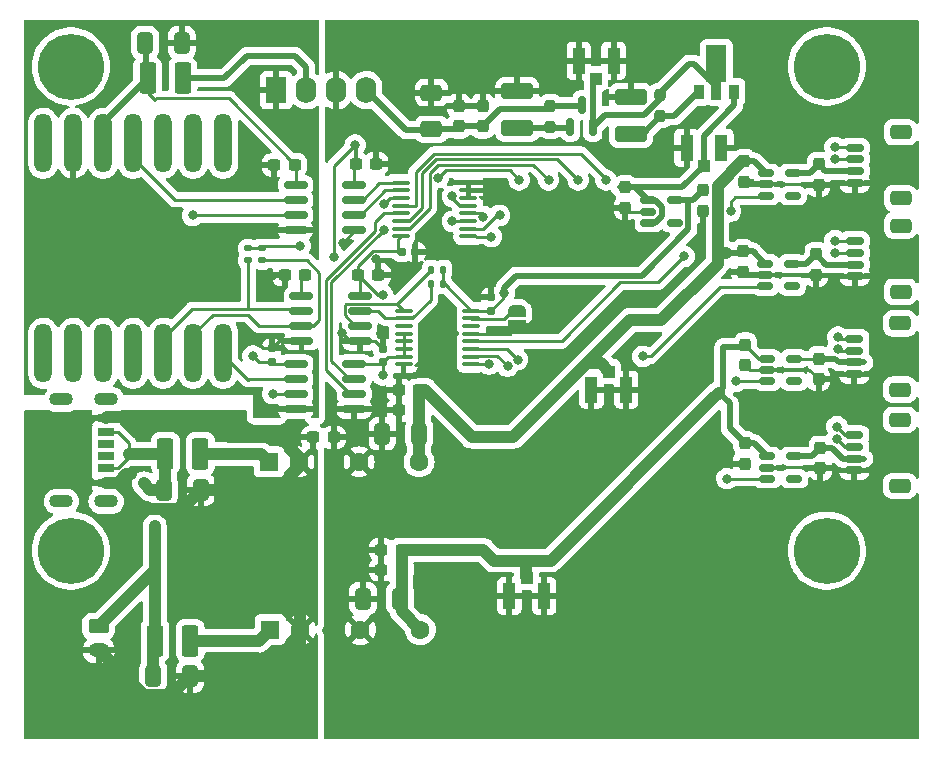
<source format=gbr>
%TF.GenerationSoftware,KiCad,Pcbnew,7.0.9*%
%TF.CreationDate,2024-10-16T13:59:32-06:00*%
%TF.ProjectId,uart_mux_v3,75617274-5f6d-4757-985f-76332e6b6963,rev?*%
%TF.SameCoordinates,Original*%
%TF.FileFunction,Copper,L1,Top*%
%TF.FilePolarity,Positive*%
%FSLAX46Y46*%
G04 Gerber Fmt 4.6, Leading zero omitted, Abs format (unit mm)*
G04 Created by KiCad (PCBNEW 7.0.9) date 2024-10-16 13:59:32*
%MOMM*%
%LPD*%
G01*
G04 APERTURE LIST*
G04 Aperture macros list*
%AMRoundRect*
0 Rectangle with rounded corners*
0 $1 Rounding radius*
0 $2 $3 $4 $5 $6 $7 $8 $9 X,Y pos of 4 corners*
0 Add a 4 corners polygon primitive as box body*
4,1,4,$2,$3,$4,$5,$6,$7,$8,$9,$2,$3,0*
0 Add four circle primitives for the rounded corners*
1,1,$1+$1,$2,$3*
1,1,$1+$1,$4,$5*
1,1,$1+$1,$6,$7*
1,1,$1+$1,$8,$9*
0 Add four rect primitives between the rounded corners*
20,1,$1+$1,$2,$3,$4,$5,0*
20,1,$1+$1,$4,$5,$6,$7,0*
20,1,$1+$1,$6,$7,$8,$9,0*
20,1,$1+$1,$8,$9,$2,$3,0*%
%AMFreePoly0*
4,1,19,0.500000,-0.750000,0.000000,-0.750000,0.000000,-0.744911,-0.071157,-0.744911,-0.207708,-0.704816,-0.327430,-0.627875,-0.420627,-0.520320,-0.479746,-0.390866,-0.500000,-0.250000,-0.500000,0.250000,-0.479746,0.390866,-0.420627,0.520320,-0.327430,0.627875,-0.207708,0.704816,-0.071157,0.744911,0.000000,0.744911,0.000000,0.750000,0.500000,0.750000,0.500000,-0.750000,0.500000,-0.750000,
$1*%
%AMFreePoly1*
4,1,19,0.000000,0.744911,0.071157,0.744911,0.207708,0.704816,0.327430,0.627875,0.420627,0.520320,0.479746,0.390866,0.500000,0.250000,0.500000,-0.250000,0.479746,-0.390866,0.420627,-0.520320,0.327430,-0.627875,0.207708,-0.704816,0.071157,-0.744911,0.000000,-0.744911,0.000000,-0.750000,-0.500000,-0.750000,-0.500000,0.750000,0.000000,0.750000,0.000000,0.744911,0.000000,0.744911,
$1*%
%AMFreePoly2*
4,1,9,3.862500,-0.866500,0.737500,-0.866500,0.737500,-0.450000,-0.737500,-0.450000,-0.737500,0.450000,0.737500,0.450000,0.737500,0.866500,3.862500,0.866500,3.862500,-0.866500,3.862500,-0.866500,$1*%
G04 Aperture macros list end*
%TA.AperFunction,SMDPad,CuDef*%
%ADD10RoundRect,0.155000X0.212500X0.155000X-0.212500X0.155000X-0.212500X-0.155000X0.212500X-0.155000X0*%
%TD*%
%TA.AperFunction,SMDPad,CuDef*%
%ADD11RoundRect,0.150000X0.625000X-0.150000X0.625000X0.150000X-0.625000X0.150000X-0.625000X-0.150000X0*%
%TD*%
%TA.AperFunction,SMDPad,CuDef*%
%ADD12RoundRect,0.250000X0.650000X-0.350000X0.650000X0.350000X-0.650000X0.350000X-0.650000X-0.350000X0*%
%TD*%
%TA.AperFunction,SMDPad,CuDef*%
%ADD13R,1.000000X1.050000*%
%TD*%
%TA.AperFunction,SMDPad,CuDef*%
%ADD14R,1.050000X2.200000*%
%TD*%
%TA.AperFunction,SMDPad,CuDef*%
%ADD15RoundRect,0.100000X0.637500X0.100000X-0.637500X0.100000X-0.637500X-0.100000X0.637500X-0.100000X0*%
%TD*%
%TA.AperFunction,SMDPad,CuDef*%
%ADD16RoundRect,0.237500X0.300000X0.237500X-0.300000X0.237500X-0.300000X-0.237500X0.300000X-0.237500X0*%
%TD*%
%TA.AperFunction,ComponentPad*%
%ADD17C,5.600000*%
%TD*%
%TA.AperFunction,SMDPad,CuDef*%
%ADD18RoundRect,0.100000X-0.637500X-0.100000X0.637500X-0.100000X0.637500X0.100000X-0.637500X0.100000X0*%
%TD*%
%TA.AperFunction,SMDPad,CuDef*%
%ADD19FreePoly0,270.000000*%
%TD*%
%TA.AperFunction,SMDPad,CuDef*%
%ADD20FreePoly1,270.000000*%
%TD*%
%TA.AperFunction,SMDPad,CuDef*%
%ADD21RoundRect,0.237500X-0.237500X0.300000X-0.237500X-0.300000X0.237500X-0.300000X0.237500X0.300000X0*%
%TD*%
%TA.AperFunction,SMDPad,CuDef*%
%ADD22RoundRect,0.237500X-0.300000X-0.237500X0.300000X-0.237500X0.300000X0.237500X-0.300000X0.237500X0*%
%TD*%
%TA.AperFunction,SMDPad,CuDef*%
%ADD23RoundRect,0.237500X-0.237500X0.250000X-0.237500X-0.250000X0.237500X-0.250000X0.237500X0.250000X0*%
%TD*%
%TA.AperFunction,SMDPad,CuDef*%
%ADD24RoundRect,0.150000X-0.512500X-0.150000X0.512500X-0.150000X0.512500X0.150000X-0.512500X0.150000X0*%
%TD*%
%TA.AperFunction,ComponentPad*%
%ADD25RoundRect,0.250000X-0.625000X0.350000X-0.625000X-0.350000X0.625000X-0.350000X0.625000X0.350000X0*%
%TD*%
%TA.AperFunction,ComponentPad*%
%ADD26O,1.750000X1.200000*%
%TD*%
%TA.AperFunction,SMDPad,CuDef*%
%ADD27RoundRect,0.135000X0.135000X0.185000X-0.135000X0.185000X-0.135000X-0.185000X0.135000X-0.185000X0*%
%TD*%
%TA.AperFunction,SMDPad,CuDef*%
%ADD28RoundRect,0.250000X-0.412500X-0.650000X0.412500X-0.650000X0.412500X0.650000X-0.412500X0.650000X0*%
%TD*%
%TA.AperFunction,ComponentPad*%
%ADD29R,1.600000X1.600000*%
%TD*%
%TA.AperFunction,ComponentPad*%
%ADD30C,1.600000*%
%TD*%
%TA.AperFunction,SMDPad,CuDef*%
%ADD31RoundRect,0.250001X0.462499X1.074999X-0.462499X1.074999X-0.462499X-1.074999X0.462499X-1.074999X0*%
%TD*%
%TA.AperFunction,SMDPad,CuDef*%
%ADD32RoundRect,0.250000X0.412500X0.650000X-0.412500X0.650000X-0.412500X-0.650000X0.412500X-0.650000X0*%
%TD*%
%TA.AperFunction,SMDPad,CuDef*%
%ADD33R,0.900000X1.300000*%
%TD*%
%TA.AperFunction,SMDPad,CuDef*%
%ADD34FreePoly2,90.000000*%
%TD*%
%TA.AperFunction,ComponentPad*%
%ADD35R,1.750000X2.250000*%
%TD*%
%TA.AperFunction,ComponentPad*%
%ADD36O,1.750000X2.250000*%
%TD*%
%TA.AperFunction,SMDPad,CuDef*%
%ADD37RoundRect,0.155000X0.155000X-0.212500X0.155000X0.212500X-0.155000X0.212500X-0.155000X-0.212500X0*%
%TD*%
%TA.AperFunction,SMDPad,CuDef*%
%ADD38RoundRect,0.150000X-0.825000X-0.150000X0.825000X-0.150000X0.825000X0.150000X-0.825000X0.150000X0*%
%TD*%
%TA.AperFunction,SMDPad,CuDef*%
%ADD39RoundRect,0.250000X1.100000X-0.412500X1.100000X0.412500X-1.100000X0.412500X-1.100000X-0.412500X0*%
%TD*%
%TA.AperFunction,SMDPad,CuDef*%
%ADD40RoundRect,0.135000X0.185000X-0.135000X0.185000X0.135000X-0.185000X0.135000X-0.185000X-0.135000X0*%
%TD*%
%TA.AperFunction,ComponentPad*%
%ADD41O,1.500000X5.000000*%
%TD*%
%TA.AperFunction,ComponentPad*%
%ADD42O,2.000000X1.100000*%
%TD*%
%TA.AperFunction,SMDPad,CuDef*%
%ADD43R,1.400000X0.800000*%
%TD*%
%TA.AperFunction,SMDPad,CuDef*%
%ADD44RoundRect,0.150000X0.150000X-0.587500X0.150000X0.587500X-0.150000X0.587500X-0.150000X-0.587500X0*%
%TD*%
%TA.AperFunction,SMDPad,CuDef*%
%ADD45RoundRect,0.250000X0.650000X-0.412500X0.650000X0.412500X-0.650000X0.412500X-0.650000X-0.412500X0*%
%TD*%
%TA.AperFunction,ViaPad*%
%ADD46C,0.800000*%
%TD*%
%TA.AperFunction,Conductor*%
%ADD47C,0.250000*%
%TD*%
%TA.AperFunction,Conductor*%
%ADD48C,0.500000*%
%TD*%
%TA.AperFunction,Conductor*%
%ADD49C,1.000000*%
%TD*%
G04 APERTURE END LIST*
D10*
%TO.P,C1,1*%
%TO.N,GND*%
X121168691Y-79709250D03*
%TO.P,C1,2*%
%TO.N,VCC*%
X120033691Y-79709250D03*
%TD*%
D11*
%TO.P,J5,1,gnd*%
%TO.N,GND*%
X158375000Y-73862500D03*
%TO.P,J5,2,VCC*%
%TO.N,/Vout0*%
X158375000Y-72862500D03*
%TO.P,J5,3,SDA_(tx/rx)*%
%TO.N,/X0*%
X158375000Y-71862500D03*
%TO.P,J5,4,SCL_(rx/tx)*%
%TO.N,/Y0*%
X158375000Y-70862500D03*
D12*
%TO.P,J5,MP*%
%TO.N,N/C*%
X162250000Y-75162500D03*
X162250000Y-69562500D03*
%TD*%
D11*
%TO.P,J3,1,gnd*%
%TO.N,GND*%
X158375000Y-81762500D03*
%TO.P,J3,2,VCC*%
%TO.N,/Vout1*%
X158375000Y-80762500D03*
%TO.P,J3,3,SDA_(tx/rx)*%
%TO.N,/X1*%
X158375000Y-79762500D03*
%TO.P,J3,4,SCL_(rx/tx)*%
%TO.N,/Y1*%
X158375000Y-78762500D03*
D12*
%TO.P,J3,MP*%
%TO.N,N/C*%
X162250000Y-83062500D03*
X162250000Y-77462500D03*
%TD*%
D11*
%TO.P,J4,1,gnd*%
%TO.N,GND*%
X158325000Y-90050000D03*
%TO.P,J4,2,VCC*%
%TO.N,/Vout2*%
X158325000Y-89050000D03*
%TO.P,J4,3,SDA_(tx/rx)*%
%TO.N,/X2*%
X158325000Y-88050000D03*
%TO.P,J4,4,SCL_(rx/tx)*%
%TO.N,/Y2*%
X158325000Y-87050000D03*
D12*
%TO.P,J4,MP*%
%TO.N,N/C*%
X162200000Y-91350000D03*
X162200000Y-85750000D03*
%TD*%
D11*
%TO.P,J2,1,gnd*%
%TO.N,GND*%
X158325000Y-98200000D03*
%TO.P,J2,2,VCC*%
%TO.N,/Vout3*%
X158325000Y-97200000D03*
%TO.P,J2,3,SDA_(tx/rx)*%
%TO.N,/X3*%
X158325000Y-96200000D03*
%TO.P,J2,4,SCL_(rx/tx)*%
%TO.N,/Y3*%
X158325000Y-95200000D03*
D12*
%TO.P,J2,MP*%
%TO.N,N/C*%
X162200000Y-99500000D03*
X162200000Y-93900000D03*
%TD*%
D13*
%TO.P,J7,1,In*%
%TO.N,Net-(J7-In)*%
X145600000Y-72400000D03*
D14*
%TO.P,J7,2,Ext*%
%TO.N,GND*%
X144125000Y-70875000D03*
X147075000Y-70875000D03*
%TD*%
D15*
%TO.P,U2,1,Y0*%
%TO.N,/Y0*%
X125638691Y-78384250D03*
%TO.P,U2,2,Y2*%
%TO.N,/Y2*%
X125638691Y-77734250D03*
%TO.P,U2,3,Y*%
%TO.N,/Sheet626DA5AD/tx*%
X125638691Y-77084250D03*
%TO.P,U2,4,Y3*%
%TO.N,/Y3*%
X125638691Y-76434250D03*
%TO.P,U2,5,Y1*%
%TO.N,/Y1*%
X125638691Y-75784250D03*
%TO.P,U2,6,Inh*%
%TO.N,GND*%
X125638691Y-75134250D03*
%TO.P,U2,7,VEE*%
X125638691Y-74484250D03*
%TO.P,U2,8,VSS*%
X125638691Y-73834250D03*
%TO.P,U2,9,B*%
%TO.N,/B*%
X119913691Y-73834250D03*
%TO.P,U2,10,A*%
%TO.N,/A*%
X119913691Y-74484250D03*
%TO.P,U2,11,X3*%
%TO.N,/X3*%
X119913691Y-75134250D03*
%TO.P,U2,12,X0*%
%TO.N,/X0*%
X119913691Y-75784250D03*
%TO.P,U2,13,X*%
%TO.N,/Sheet626DA5AD/rx*%
X119913691Y-76434250D03*
%TO.P,U2,14,X1*%
%TO.N,/X1*%
X119913691Y-77084250D03*
%TO.P,U2,15,X2*%
%TO.N,/X2*%
X119913691Y-77734250D03*
%TO.P,U2,16,VDD*%
%TO.N,VCC*%
X119913691Y-78384250D03*
%TD*%
D16*
%TO.P,C4,1*%
%TO.N,VD*%
X111837500Y-81637500D03*
%TO.P,C4,2*%
%TO.N,GNDPWR*%
X110112500Y-81637500D03*
%TD*%
%TO.P,C6,1*%
%TO.N,GND*%
X118037500Y-81637500D03*
%TO.P,C6,2*%
%TO.N,VCC*%
X116312500Y-81637500D03*
%TD*%
%TO.P,C7,1*%
%TO.N,GND*%
X117837500Y-72237500D03*
%TO.P,C7,2*%
%TO.N,VCC*%
X116112500Y-72237500D03*
%TD*%
%TO.P,C5,1*%
%TO.N,VD*%
X110937500Y-72337500D03*
%TO.P,C5,2*%
%TO.N,GNDPWR*%
X109212500Y-72337500D03*
%TD*%
D13*
%TO.P,J6,1,In*%
%TO.N,Net-(J6-In)*%
X136475000Y-65030000D03*
D14*
%TO.P,J6,2,Ext*%
%TO.N,GND*%
X135000000Y-63505000D03*
X137950000Y-63505000D03*
%TD*%
D17*
%TO.P,H1,1*%
%TO.N,N/C*%
X92000000Y-64000000D03*
%TD*%
%TO.P,H2,1*%
%TO.N,N/C*%
X92000000Y-105000000D03*
%TD*%
D18*
%TO.P,U3,1,SCL*%
%TO.N,/scl*%
X120176191Y-84659250D03*
%TO.P,U3,2,SDA*%
%TO.N,/sda*%
X120176191Y-85309250D03*
%TO.P,U3,3,OVERRIDE_N*%
%TO.N,unconnected-(U3-OVERRIDE_N-Pad3)*%
X120176191Y-85959250D03*
%TO.P,U3,4,IN_A*%
%TO.N,VCC*%
X120176191Y-86609250D03*
%TO.P,U3,5,IN_B*%
X120176191Y-87259250D03*
%TO.P,U3,6,IN_C*%
X120176191Y-87909250D03*
%TO.P,U3,7,IN_D*%
X120176191Y-88559250D03*
%TO.P,U3,8,GND*%
%TO.N,GND*%
X120176191Y-89209250D03*
%TO.P,U3,9,OUT_D*%
%TO.N,/ena3*%
X125901191Y-89209250D03*
%TO.P,U3,10,OUT_C*%
%TO.N,/ena2*%
X125901191Y-88559250D03*
%TO.P,U3,11,OUT_B*%
%TO.N,/ena1*%
X125901191Y-87909250D03*
%TO.P,U3,12,OUT_A*%
%TO.N,/ena0*%
X125901191Y-87259250D03*
%TO.P,U3,13,MUX_SELECT*%
%TO.N,GND*%
X125901191Y-86609250D03*
%TO.P,U3,14,NON_MUXED_OUT*%
%TO.N,unconnected-(U3-NON_MUXED_OUT-Pad14)*%
X125901191Y-85959250D03*
%TO.P,U3,15,WP*%
%TO.N,Net-(JP1-A)*%
X125901191Y-85309250D03*
%TO.P,U3,16,VCC*%
%TO.N,VCC*%
X125901191Y-84659250D03*
%TD*%
D19*
%TO.P,JP1,1,A*%
%TO.N,Net-(JP1-A)*%
X129776191Y-84709250D03*
D20*
%TO.P,JP1,2,B*%
%TO.N,GND*%
X129776191Y-86009250D03*
%TD*%
D21*
%TO.P,C12,1*%
%TO.N,GND*%
X126875000Y-67325000D03*
%TO.P,C12,2*%
%TO.N,Net-(PS1-+Vout)*%
X126875000Y-69050000D03*
%TD*%
D22*
%TO.P,C24,1*%
%TO.N,GND*%
X118275000Y-106600000D03*
%TO.P,C24,2*%
%TO.N,Net-(J9-In)*%
X120000000Y-106600000D03*
%TD*%
D23*
%TO.P,R2,1*%
%TO.N,Net-(J6-In)*%
X141900000Y-66387500D03*
%TO.P,R2,2*%
%TO.N,Net-(Q2-B)*%
X141900000Y-68212500D03*
%TD*%
D24*
%TO.P,U9,1,IN*%
%TO.N,Net-(J8-In)*%
X150862500Y-73037500D03*
%TO.P,U9,2,GND*%
%TO.N,GND*%
X150862500Y-73987500D03*
%TO.P,U9,3,EN*%
%TO.N,/ena0*%
X150862500Y-74937500D03*
%TO.P,U9,4,NC*%
%TO.N,unconnected-(U9-NC-Pad4)*%
X153137500Y-74937500D03*
%TO.P,U9,5,OUT*%
%TO.N,/Vout0*%
X153137500Y-73037500D03*
%TD*%
D22*
%TO.P,C27,1*%
%TO.N,GND*%
X119775000Y-91400000D03*
%TO.P,C27,2*%
%TO.N,Net-(J8-In)*%
X121500000Y-91400000D03*
%TD*%
D25*
%TO.P,J12,1,+*%
%TO.N,/uart_power/power_in*%
X94350000Y-111400000D03*
D26*
%TO.P,J12,2,-*%
%TO.N,/uart_power/gnd_in*%
X94350000Y-113400000D03*
%TD*%
D27*
%TO.P,R6,1*%
%TO.N,VCC*%
X123510000Y-82400000D03*
%TO.P,R6,2*%
%TO.N,/sda*%
X122490000Y-82400000D03*
%TD*%
D28*
%TO.P,C9,1*%
%TO.N,VD*%
X98275000Y-62000000D03*
%TO.P,C9,2*%
%TO.N,GNDPWR*%
X101400000Y-62000000D03*
%TD*%
D29*
%TO.P,PS2,1,+Vin*%
%TO.N,Net-(PS2-+Vin)*%
X108780000Y-97475000D03*
D30*
%TO.P,PS2,2,-Vin*%
%TO.N,/uart_power/gnd_in*%
X111320000Y-97475000D03*
%TO.P,PS2,4,0V*%
%TO.N,GND*%
X116400000Y-97475000D03*
%TO.P,PS2,6,+Vout*%
%TO.N,Net-(J8-In)*%
X121480000Y-97475000D03*
%TD*%
D27*
%TO.P,R5,1*%
%TO.N,VCC*%
X123530000Y-81190000D03*
%TO.P,R5,2*%
%TO.N,/scl*%
X122510000Y-81190000D03*
%TD*%
D21*
%TO.P,C31,1*%
%TO.N,Net-(J8-In)*%
X148900000Y-79650000D03*
%TO.P,C31,2*%
%TO.N,GND*%
X148900000Y-81375000D03*
%TD*%
D31*
%TO.P,L3,1,1*%
%TO.N,Net-(PS3-+Vin)*%
X102100000Y-112600000D03*
%TO.P,L3,2,2*%
%TO.N,/uart_power/power_in*%
X99125000Y-112600000D03*
%TD*%
D32*
%TO.P,C22,1*%
%TO.N,Net-(J9-In)*%
X119870000Y-109050000D03*
%TO.P,C22,2*%
%TO.N,GND*%
X116745000Y-109050000D03*
%TD*%
D33*
%TO.P,Q2,1,B*%
%TO.N,Net-(Q2-B)*%
X145150000Y-66150000D03*
D34*
%TO.P,Q2,2,C*%
%TO.N,Net-(J6-In)*%
X146650000Y-66062500D03*
D33*
%TO.P,Q2,3,E*%
%TO.N,Net-(J7-In)*%
X148150000Y-66150000D03*
%TD*%
D24*
%TO.P,U12,1,IN*%
%TO.N,Net-(J9-In)*%
X150975000Y-97012500D03*
%TO.P,U12,2,GND*%
%TO.N,GND*%
X150975000Y-97962500D03*
%TO.P,U12,3,EN*%
%TO.N,/ena3*%
X150975000Y-98912500D03*
%TO.P,U12,4,NC*%
%TO.N,unconnected-(U12-NC-Pad4)*%
X153250000Y-98912500D03*
%TO.P,U12,5,OUT*%
%TO.N,/Vout3*%
X153250000Y-97012500D03*
%TD*%
D31*
%TO.P,L2,1,1*%
%TO.N,Net-(PS2-+Vin)*%
X102975000Y-96780000D03*
%TO.P,L2,2,2*%
%TO.N,/uart_power/power_in*%
X100000000Y-96780000D03*
%TD*%
D17*
%TO.P,H4,1*%
%TO.N,N/C*%
X156000000Y-64000000D03*
%TD*%
D13*
%TO.P,J8,1,In*%
%TO.N,Net-(J8-In)*%
X137550000Y-89825000D03*
D14*
%TO.P,J8,2,Ext*%
%TO.N,GND*%
X139025000Y-91350000D03*
X136075000Y-91350000D03*
%TD*%
D35*
%TO.P,PS1,1,-Vin*%
%TO.N,GNDPWR*%
X109380000Y-66000000D03*
D36*
%TO.P,PS1,2,+Vin*%
%TO.N,Net-(PS1-+Vin)*%
X111920000Y-66000000D03*
%TO.P,PS1,3,0V*%
%TO.N,GND*%
X114460000Y-66000000D03*
%TO.P,PS1,4,+Vout*%
%TO.N,Net-(PS1-+Vout)*%
X117000000Y-66000000D03*
%TD*%
D22*
%TO.P,C28,1*%
%TO.N,GND*%
X118275000Y-104900000D03*
%TO.P,C28,2*%
%TO.N,Net-(J9-In)*%
X120000000Y-104900000D03*
%TD*%
D21*
%TO.P,C20,1*%
%TO.N,Net-(J9-In)*%
X149100000Y-87562500D03*
%TO.P,C20,2*%
%TO.N,GND*%
X149100000Y-89287500D03*
%TD*%
D37*
%TO.P,C2,1*%
%TO.N,VCC*%
X127576191Y-84676750D03*
%TO.P,C2,2*%
%TO.N,GND*%
X127576191Y-83541750D03*
%TD*%
D38*
%TO.P,U6,1,VDD1*%
%TO.N,VD*%
X111025000Y-74027500D03*
%TO.P,U6,2,VIA*%
%TO.N,/B_mc*%
X111025000Y-75297500D03*
%TO.P,U6,3,VIB*%
%TO.N,/A_mc*%
X111025000Y-76567500D03*
%TO.P,U6,4,GND1*%
%TO.N,GNDPWR*%
X111025000Y-77837500D03*
%TO.P,U6,5,GND2*%
%TO.N,GND*%
X115975000Y-77837500D03*
%TO.P,U6,6,VOB*%
%TO.N,/A*%
X115975000Y-76567500D03*
%TO.P,U6,7,VOA*%
%TO.N,/B*%
X115975000Y-75297500D03*
%TO.P,U6,8,VDD2*%
%TO.N,VCC*%
X115975000Y-74027500D03*
%TD*%
%TO.P,U5,1,VCC1*%
%TO.N,VD*%
X111525000Y-83427500D03*
%TO.P,U5,2,SDA1*%
%TO.N,/sda_mc*%
X111525000Y-84697500D03*
%TO.P,U5,3,SCL1*%
%TO.N,/scl_mc*%
X111525000Y-85967500D03*
%TO.P,U5,4,GND1*%
%TO.N,GNDPWR*%
X111525000Y-87237500D03*
%TO.P,U5,5,GND2*%
%TO.N,GND*%
X116475000Y-87237500D03*
%TO.P,U5,6,SCL2*%
%TO.N,/scl*%
X116475000Y-85967500D03*
%TO.P,U5,7,SDA2*%
%TO.N,/sda*%
X116475000Y-84697500D03*
%TO.P,U5,8,VCC2*%
%TO.N,VCC*%
X116475000Y-83427500D03*
%TD*%
D39*
%TO.P,C13,1*%
%TO.N,Net-(Q1-B)*%
X129800000Y-69212500D03*
%TO.P,C13,2*%
%TO.N,GND*%
X129800000Y-66087500D03*
%TD*%
D40*
%TO.P,R3,1*%
%TO.N,/scl_mc*%
X108200000Y-80420000D03*
%TO.P,R3,2*%
%TO.N,VD*%
X108200000Y-79400000D03*
%TD*%
D21*
%TO.P,C32,1*%
%TO.N,Net-(J9-In)*%
X149050000Y-95887500D03*
%TO.P,C32,2*%
%TO.N,GND*%
X149050000Y-97612500D03*
%TD*%
D23*
%TO.P,R1,1*%
%TO.N,Net-(PS1-+Vout)*%
X132600000Y-67337500D03*
%TO.P,R1,2*%
%TO.N,Net-(Q1-B)*%
X132600000Y-69162500D03*
%TD*%
D24*
%TO.P,U8,1,IN*%
%TO.N,Net-(J7-In)*%
X140900000Y-75337500D03*
%TO.P,U8,2,GND*%
%TO.N,GND*%
X140900000Y-76287500D03*
%TO.P,U8,3,EN*%
%TO.N,Net-(J7-In)*%
X140900000Y-77237500D03*
%TO.P,U8,4,NC*%
%TO.N,unconnected-(U8-NC-Pad4)*%
X143175000Y-77237500D03*
%TO.P,U8,5,OUT*%
%TO.N,VCC*%
X143175000Y-75337500D03*
%TD*%
D41*
%TO.P,U4,1,P26*%
%TO.N,unconnected-(U4-P26-Pad1)*%
X89660000Y-88270000D03*
%TO.P,U4,2,P27*%
%TO.N,unconnected-(U4-P27-Pad2)*%
X92200000Y-88270000D03*
%TO.P,U4,3,P28*%
%TO.N,unconnected-(U4-P28-Pad3)*%
X94740000Y-88270000D03*
%TO.P,U4,4,P29*%
%TO.N,unconnected-(U4-P29-Pad4)*%
X97280000Y-88270000D03*
%TO.P,U4,5,P6*%
%TO.N,/sda_mc*%
X99820000Y-88270000D03*
%TO.P,U4,6,P7*%
%TO.N,/scl_mc*%
X102360000Y-88270000D03*
%TO.P,U4,7,P0*%
%TO.N,/tx_mc*%
X104900000Y-88270000D03*
%TO.P,U4,8,P1*%
%TO.N,/rx_mc*%
X104900000Y-70490000D03*
%TO.P,U4,9,P2*%
%TO.N,/A_mc*%
X102360000Y-70490000D03*
%TO.P,U4,10,P4*%
%TO.N,unconnected-(U4-P4-Pad10)*%
X99820000Y-70490000D03*
%TO.P,U4,11,P3*%
%TO.N,/B_mc*%
X97280000Y-70490000D03*
%TO.P,U4,12,3V3*%
%TO.N,VD*%
X94740000Y-70490000D03*
%TO.P,U4,13,GND*%
%TO.N,GNDPWR*%
X92200000Y-70490000D03*
%TO.P,U4,14,5V*%
%TO.N,unconnected-(U4-5V-Pad14)*%
X89660000Y-70490000D03*
%TD*%
D40*
%TO.P,R4,1*%
%TO.N,/sda_mc*%
X107000000Y-80420000D03*
%TO.P,R4,2*%
%TO.N,VD*%
X107000000Y-79400000D03*
%TD*%
D28*
%TO.P,C17,1*%
%TO.N,/uart_power/power_in*%
X99862500Y-99830000D03*
%TO.P,C17,2*%
%TO.N,/uart_power/gnd_in*%
X102987500Y-99830000D03*
%TD*%
D21*
%TO.P,C33,1*%
%TO.N,/Vout1*%
X155100000Y-79887500D03*
%TO.P,C33,2*%
%TO.N,GND*%
X155100000Y-81612500D03*
%TD*%
D42*
%TO.P,J1,0,SHIELD*%
%TO.N,unconnected-(J1-SHIELD-Pad0)*%
X95002000Y-92180000D03*
X91202000Y-92180000D03*
X95002000Y-100820000D03*
X91202000Y-100820000D03*
D43*
%TO.P,J1,A5,CC1*%
%TO.N,unconnected-(J1-CC1-PadA5)*%
X95000000Y-96000000D03*
%TO.P,J1,A9,VBUS*%
%TO.N,/uart_power/power_in*%
X95001000Y-98020000D03*
%TO.P,J1,A12,GND*%
%TO.N,/uart_power/gnd_in*%
X95002000Y-99250000D03*
%TO.P,J1,B5,CC2*%
%TO.N,unconnected-(J1-CC2-PadB5)*%
X95000000Y-97000000D03*
%TO.P,J1,B9,VBUS*%
%TO.N,/uart_power/power_in*%
X95004000Y-94980000D03*
%TO.P,J1,B12,GND*%
%TO.N,/uart_power/gnd_in*%
X95002000Y-93750000D03*
%TD*%
D21*
%TO.P,C14,1*%
%TO.N,Net-(J7-In)*%
X138950000Y-74237500D03*
%TO.P,C14,2*%
%TO.N,GND*%
X138950000Y-75962500D03*
%TD*%
D39*
%TO.P,C16,1*%
%TO.N,Net-(Q2-B)*%
X139400000Y-69712500D03*
%TO.P,C16,2*%
%TO.N,GND*%
X139400000Y-66587500D03*
%TD*%
D24*
%TO.P,U10,1,IN*%
%TO.N,Net-(J9-In)*%
X150962500Y-88737500D03*
%TO.P,U10,2,GND*%
%TO.N,GND*%
X150962500Y-89687500D03*
%TO.P,U10,3,EN*%
%TO.N,/ena2*%
X150962500Y-90637500D03*
%TO.P,U10,4,NC*%
%TO.N,unconnected-(U10-NC-Pad4)*%
X153237500Y-90637500D03*
%TO.P,U10,5,OUT*%
%TO.N,/Vout2*%
X153237500Y-88737500D03*
%TD*%
D31*
%TO.P,L1,1,1*%
%TO.N,Net-(PS1-+Vin)*%
X101487500Y-65000000D03*
%TO.P,L1,2,2*%
%TO.N,VD*%
X98512500Y-65000000D03*
%TD*%
D37*
%TO.P,C8,1*%
%TO.N,VCC*%
X118400000Y-89035000D03*
%TO.P,C8,2*%
%TO.N,GND*%
X118400000Y-87900000D03*
%TD*%
D29*
%TO.P,PS3,1,+Vin*%
%TO.N,Net-(PS3-+Vin)*%
X108880000Y-111675000D03*
D30*
%TO.P,PS3,2,-Vin*%
%TO.N,/uart_power/gnd_in*%
X111420000Y-111675000D03*
%TO.P,PS3,4,0V*%
%TO.N,GND*%
X116500000Y-111675000D03*
%TO.P,PS3,6,+Vout*%
%TO.N,Net-(J9-In)*%
X121580000Y-111675000D03*
%TD*%
D21*
%TO.P,C11,1*%
%TO.N,GND*%
X124850000Y-67337500D03*
%TO.P,C11,2*%
%TO.N,Net-(PS1-+Vout)*%
X124850000Y-69062500D03*
%TD*%
D38*
%TO.P,U7,1,VDD1*%
%TO.N,VD*%
X111050000Y-89190000D03*
%TO.P,U7,2,VIA*%
%TO.N,/tx_mc*%
X111050000Y-90460000D03*
%TO.P,U7,3,VOB*%
%TO.N,/rx_mc*%
X111050000Y-91730000D03*
%TO.P,U7,4,GND1*%
%TO.N,GNDPWR*%
X111050000Y-93000000D03*
%TO.P,U7,5,GND2*%
%TO.N,GND*%
X116000000Y-93000000D03*
%TO.P,U7,6,VIB*%
%TO.N,/Sheet626DA5AD/rx*%
X116000000Y-91730000D03*
%TO.P,U7,7,VOA*%
%TO.N,/Sheet626DA5AD/tx*%
X116000000Y-90460000D03*
%TO.P,U7,8,VDD2*%
%TO.N,VCC*%
X116000000Y-89190000D03*
%TD*%
D24*
%TO.P,U11,1,IN*%
%TO.N,Net-(J8-In)*%
X150800000Y-80712500D03*
%TO.P,U11,2,GND*%
%TO.N,GND*%
X150800000Y-81662500D03*
%TO.P,U11,3,EN*%
%TO.N,/ena1*%
X150800000Y-82612500D03*
%TO.P,U11,4,NC*%
%TO.N,unconnected-(U11-NC-Pad4)*%
X153075000Y-82612500D03*
%TO.P,U11,5,OUT*%
%TO.N,/Vout1*%
X153075000Y-80712500D03*
%TD*%
D44*
%TO.P,Q1,1,B*%
%TO.N,Net-(Q1-B)*%
X134300000Y-69150000D03*
%TO.P,Q1,2,E*%
%TO.N,Net-(J6-In)*%
X136200000Y-69150000D03*
%TO.P,Q1,3,C*%
%TO.N,Net-(PS1-+Vout)*%
X135250000Y-67275000D03*
%TD*%
D21*
%TO.P,C26,1*%
%TO.N,/Vout2*%
X155300000Y-88725000D03*
%TO.P,C26,2*%
%TO.N,GND*%
X155300000Y-90450000D03*
%TD*%
%TO.P,C19,1*%
%TO.N,Net-(J8-In)*%
X149000000Y-72025000D03*
%TO.P,C19,2*%
%TO.N,GND*%
X149000000Y-73750000D03*
%TD*%
D28*
%TO.P,C18,1*%
%TO.N,/uart_power/power_in*%
X98975000Y-115600000D03*
%TO.P,C18,2*%
%TO.N,/uart_power/gnd_in*%
X102100000Y-115600000D03*
%TD*%
D21*
%TO.P,C25,1*%
%TO.N,/Vout0*%
X155300000Y-72287500D03*
%TO.P,C25,2*%
%TO.N,GND*%
X155300000Y-74012500D03*
%TD*%
D13*
%TO.P,J9,1,In*%
%TO.N,Net-(J9-In)*%
X130600000Y-107300000D03*
D14*
%TO.P,J9,2,Ext*%
%TO.N,GND*%
X132075000Y-108825000D03*
X129125000Y-108825000D03*
%TD*%
D22*
%TO.P,C37,1*%
%TO.N,/uart_power/gnd_in*%
X112537500Y-95400000D03*
%TO.P,C37,2*%
%TO.N,GND*%
X114262500Y-95400000D03*
%TD*%
D17*
%TO.P,H3,1*%
%TO.N,N/C*%
X156000000Y-105000000D03*
%TD*%
D45*
%TO.P,C10,1*%
%TO.N,Net-(PS1-+Vout)*%
X122525000Y-69325000D03*
%TO.P,C10,2*%
%TO.N,GND*%
X122525000Y-66200000D03*
%TD*%
D21*
%TO.P,C15,1*%
%TO.N,VCC*%
X145500000Y-74475000D03*
%TO.P,C15,2*%
%TO.N,GND*%
X145500000Y-76200000D03*
%TD*%
D22*
%TO.P,C23,1*%
%TO.N,GND*%
X119775000Y-93100000D03*
%TO.P,C23,2*%
%TO.N,Net-(J8-In)*%
X121500000Y-93100000D03*
%TD*%
D37*
%TO.P,C3,1*%
%TO.N,VD*%
X109000000Y-89000000D03*
%TO.P,C3,2*%
%TO.N,GNDPWR*%
X109000000Y-87865000D03*
%TD*%
D32*
%TO.P,C21,1*%
%TO.N,Net-(J8-In)*%
X121500000Y-95100000D03*
%TO.P,C21,2*%
%TO.N,GND*%
X118375000Y-95100000D03*
%TD*%
D21*
%TO.P,C34,1*%
%TO.N,/Vout3*%
X155450000Y-96287500D03*
%TO.P,C34,2*%
%TO.N,GND*%
X155450000Y-98012500D03*
%TD*%
D46*
%TO.N,GND*%
X114974500Y-86600000D03*
X114999500Y-78900000D03*
X133725000Y-83925000D03*
X119875000Y-81337500D03*
X117875000Y-80337500D03*
%TO.N,/uart_power/power_in*%
X98200000Y-99300000D03*
X99100000Y-102900000D03*
%TO.N,/uart_power/gnd_in*%
X97100000Y-98500000D03*
X96900000Y-93700000D03*
%TO.N,VD*%
X111850000Y-81637500D03*
X107400000Y-88500000D03*
X111000000Y-72300000D03*
X111400000Y-79200000D03*
%TO.N,GNDPWR*%
X109000000Y-81737500D03*
X107400000Y-87000000D03*
X108775000Y-74037500D03*
X108100000Y-93100000D03*
%TO.N,/A_mc*%
X102300000Y-76600000D03*
%TO.N,/rx_mc*%
X109100000Y-91700000D03*
%TO.N,/X0*%
X156700000Y-71850000D03*
X137300000Y-73600000D03*
%TO.N,/X1*%
X134950000Y-73600000D03*
X156700000Y-79750000D03*
%TO.N,/Y1*%
X124302823Y-74994464D03*
X156700000Y-78750000D03*
%TO.N,/X2*%
X156921956Y-87898647D03*
X132450000Y-73600000D03*
%TO.N,/Y2*%
X128300000Y-76600000D03*
X156954967Y-86899690D03*
%TO.N,/X3*%
X123124500Y-73400000D03*
X156850000Y-95500000D03*
X129950000Y-73600000D03*
X118473730Y-75650868D03*
%TO.N,/Y3*%
X156862548Y-94487949D03*
X126916279Y-76698670D03*
%TO.N,/Y0*%
X156700000Y-70850000D03*
X127600000Y-78400000D03*
%TO.N,/ena3*%
X127400000Y-89200000D03*
X147550000Y-98900000D03*
%TO.N,/ena2*%
X148274500Y-90650000D03*
X128975000Y-89375000D03*
%TO.N,/ena1*%
X140425000Y-88550000D03*
X129825000Y-88825000D03*
%TO.N,/ena0*%
X143925000Y-80075000D03*
X147850000Y-76250000D03*
%TO.N,VCC*%
X116300000Y-81637500D03*
X118400000Y-90100000D03*
X118400000Y-83348000D03*
X116075000Y-70637500D03*
X114300000Y-80100000D03*
X128700000Y-83200000D03*
%TO.N,/Sheet626DA5AD/tx*%
X118500000Y-77836396D03*
X124300000Y-77100000D03*
%TD*%
D47*
%TO.N,GND*%
X118050000Y-81637500D02*
X119575000Y-81637500D01*
X115975000Y-77924500D02*
X114999500Y-78900000D01*
X119575000Y-81637500D02*
X119875000Y-81337500D01*
D48*
X150862500Y-73987500D02*
X149237500Y-73987500D01*
D47*
X154537500Y-89687500D02*
X155300000Y-90450000D01*
X129176191Y-86609250D02*
X125901191Y-86609250D01*
X149500000Y-89687500D02*
X149100000Y-89287500D01*
X150962500Y-89687500D02*
X154537500Y-89687500D01*
X115612000Y-87237500D02*
X114974500Y-86600000D01*
X115975000Y-77837500D02*
X115975000Y-77924500D01*
X116475000Y-87237500D02*
X115612000Y-87237500D01*
X118050000Y-81637500D02*
X118050000Y-80512500D01*
D48*
X150800000Y-81662500D02*
X149187500Y-81662500D01*
D47*
X118050000Y-80512500D02*
X117875000Y-80337500D01*
X116475000Y-87237500D02*
X117737500Y-87237500D01*
D48*
X149237500Y-73987500D02*
X149000000Y-73750000D01*
D47*
X117737500Y-87237500D02*
X118400000Y-87900000D01*
X139275000Y-76287500D02*
X138950000Y-75962500D01*
X149050000Y-97612500D02*
X148262500Y-97612500D01*
X150962500Y-89687500D02*
X149500000Y-89687500D01*
D48*
X149187500Y-81662500D02*
X148900000Y-81375000D01*
D47*
X129776191Y-86009250D02*
X129176191Y-86609250D01*
X140900000Y-76287500D02*
X139275000Y-76287500D01*
D48*
%TO.N,Net-(PS1-+Vout)*%
X135187500Y-67337500D02*
X135250000Y-67275000D01*
X126862500Y-69062500D02*
X126875000Y-69050000D01*
X128325000Y-67600000D02*
X132337500Y-67600000D01*
X132337500Y-67600000D02*
X132600000Y-67337500D01*
X124587500Y-69325000D02*
X124850000Y-69062500D01*
X122525000Y-69325000D02*
X124587500Y-69325000D01*
X122450000Y-69400000D02*
X122525000Y-69325000D01*
X132600000Y-67337500D02*
X135187500Y-67337500D01*
X120400000Y-69400000D02*
X122450000Y-69400000D01*
X124850000Y-69062500D02*
X126862500Y-69062500D01*
X117000000Y-66000000D02*
X120400000Y-69400000D01*
X126875000Y-69050000D02*
X128325000Y-67600000D01*
%TO.N,Net-(Q1-B)*%
X134237500Y-69212500D02*
X134300000Y-69150000D01*
X129800000Y-69212500D02*
X134237500Y-69212500D01*
%TO.N,Net-(J7-In)*%
X138950000Y-74237500D02*
X139800000Y-74237500D01*
X143762500Y-74237500D02*
X139800000Y-74237500D01*
X139800000Y-74237500D02*
X140900000Y-75337500D01*
X145600000Y-72400000D02*
X143762500Y-74237500D01*
X141461028Y-75337500D02*
X142012500Y-75888972D01*
X138462500Y-74237500D02*
X138950000Y-74237500D01*
X148150000Y-66150000D02*
X148150000Y-67300000D01*
X140900000Y-75337500D02*
X141461028Y-75337500D01*
X148150000Y-67300000D02*
X145600000Y-69850000D01*
X142012500Y-76686028D02*
X141461028Y-77237500D01*
X142012500Y-75888972D02*
X142012500Y-76686028D01*
X141461028Y-77237500D02*
X140900000Y-77237500D01*
X145600000Y-69850000D02*
X145600000Y-72400000D01*
%TO.N,Net-(Q2-B)*%
X139400000Y-69712500D02*
X140400000Y-69712500D01*
X145125000Y-66150000D02*
X145150000Y-66150000D01*
X140400000Y-69712500D02*
X141900000Y-68212500D01*
X143062500Y-68212500D02*
X145125000Y-66150000D01*
X141900000Y-68212500D02*
X143062500Y-68212500D01*
D47*
%TO.N,/uart_power/power_in*%
X96900000Y-97100000D02*
X95980000Y-98020000D01*
X96900000Y-95900000D02*
X96900000Y-96800000D01*
X95980000Y-98020000D02*
X95001000Y-98020000D01*
X95004000Y-94980000D02*
X95980000Y-94980000D01*
D49*
X99100000Y-106650000D02*
X94350000Y-111400000D01*
X100000000Y-96780000D02*
X96920000Y-96780000D01*
D47*
X96900000Y-96800000D02*
X96900000Y-97100000D01*
D49*
X99862500Y-99830000D02*
X98730000Y-99830000D01*
X98975000Y-112750000D02*
X99125000Y-112600000D01*
X100000000Y-99692500D02*
X99862500Y-99830000D01*
X96920000Y-96780000D02*
X96900000Y-96800000D01*
X99100000Y-102900000D02*
X99100000Y-106650000D01*
D47*
X95980000Y-94980000D02*
X96900000Y-95900000D01*
D49*
X100000000Y-96780000D02*
X100000000Y-99692500D01*
X99100000Y-102900000D02*
X99100000Y-112575000D01*
X98975000Y-115600000D02*
X98975000Y-112750000D01*
X99100000Y-112575000D02*
X99125000Y-112600000D01*
X98730000Y-99830000D02*
X98200000Y-99300000D01*
D47*
%TO.N,/uart_power/gnd_in*%
X92500000Y-97698000D02*
X94052000Y-99250000D01*
D49*
X111420000Y-101825000D02*
X109425000Y-99830000D01*
X102100000Y-115600000D02*
X100500000Y-117200000D01*
X102987500Y-99830000D02*
X109425000Y-99830000D01*
X104400000Y-94400000D02*
X105400000Y-95400000D01*
X95950000Y-99250000D02*
X95002000Y-99250000D01*
X96900000Y-93700000D02*
X95052000Y-93700000D01*
X111420000Y-111675000D02*
X111420000Y-101825000D01*
D47*
X95002000Y-93750000D02*
X94052000Y-93750000D01*
D49*
X111320000Y-97020000D02*
X111320000Y-97475000D01*
X98150000Y-117200000D02*
X94350000Y-113400000D01*
X96700000Y-98500000D02*
X97100000Y-98500000D01*
X98300000Y-94400000D02*
X104400000Y-94400000D01*
X97600000Y-93700000D02*
X98300000Y-94400000D01*
X109700000Y-95400000D02*
X111320000Y-97020000D01*
X102987500Y-99830000D02*
X101387500Y-101430000D01*
X100500000Y-117200000D02*
X98150000Y-117200000D01*
D47*
X94052000Y-99250000D02*
X95002000Y-99250000D01*
D49*
X98130000Y-101430000D02*
X95950000Y-99250000D01*
X95950000Y-99250000D02*
X96700000Y-98500000D01*
X102100000Y-115600000D02*
X108626370Y-115600000D01*
D47*
X94052000Y-93750000D02*
X92500000Y-95302000D01*
D49*
X96900000Y-93700000D02*
X97600000Y-93700000D01*
X95052000Y-93700000D02*
X95002000Y-93750000D01*
X109425000Y-99830000D02*
X111320000Y-97935000D01*
X105400000Y-95400000D02*
X109700000Y-95400000D01*
X108626370Y-115600000D02*
X111420000Y-112806370D01*
X111320000Y-97935000D02*
X111320000Y-97475000D01*
X111420000Y-112806370D02*
X111420000Y-111675000D01*
D47*
X92500000Y-95302000D02*
X92500000Y-97698000D01*
D49*
X101387500Y-101430000D02*
X98130000Y-101430000D01*
%TO.N,Net-(J9-In)*%
X132625000Y-105825000D02*
X146287500Y-92162500D01*
D47*
X150275000Y-88737500D02*
X149100000Y-87562500D01*
D49*
X127825000Y-105825000D02*
X130500000Y-105825000D01*
D48*
X147775000Y-94612500D02*
X147775000Y-92525000D01*
X147775000Y-92525000D02*
X146850000Y-91600000D01*
D49*
X130500000Y-105825000D02*
X130500000Y-107200000D01*
X146287500Y-92162500D02*
X146850000Y-91600000D01*
D48*
X147250000Y-91200000D02*
X146287500Y-92162500D01*
X147250000Y-87750000D02*
X148912500Y-87750000D01*
X149050000Y-95887500D02*
X147775000Y-94612500D01*
X147250000Y-87750000D02*
X147250000Y-91200000D01*
D47*
X150962500Y-88737500D02*
X150275000Y-88737500D01*
D49*
X120000000Y-104900000D02*
X126900000Y-104900000D01*
D48*
X148912500Y-87750000D02*
X149100000Y-87562500D01*
X149050000Y-95887500D02*
X149850000Y-95887500D01*
D49*
X120000000Y-110095000D02*
X121580000Y-111675000D01*
X130500000Y-107200000D02*
X130600000Y-107300000D01*
X126900000Y-104900000D02*
X127825000Y-105825000D01*
D48*
X149850000Y-95887500D02*
X150975000Y-97012500D01*
D49*
X130500000Y-105825000D02*
X132625000Y-105825000D01*
X120000000Y-104900000D02*
X120000000Y-110095000D01*
D47*
%TO.N,VD*%
X111050000Y-89190000D02*
X109190000Y-89190000D01*
D48*
X98375000Y-61600000D02*
X98375000Y-64862500D01*
D47*
X98512500Y-66212500D02*
X98512500Y-65000000D01*
X111025000Y-74027500D02*
X111025000Y-72412500D01*
X108000000Y-79200000D02*
X107800000Y-79400000D01*
X107800000Y-79400000D02*
X108200000Y-79400000D01*
D48*
X94740000Y-68772500D02*
X98512500Y-65000000D01*
D47*
X107000000Y-79400000D02*
X107800000Y-79400000D01*
X111025000Y-72412500D02*
X110950000Y-72337500D01*
D48*
X94740000Y-71760000D02*
X94740000Y-68772500D01*
D47*
X110962500Y-72337500D02*
X111000000Y-72300000D01*
X110950000Y-72337500D02*
X110962500Y-72337500D01*
X111525000Y-81962500D02*
X111850000Y-81637500D01*
X107900000Y-89000000D02*
X107400000Y-88500000D01*
D48*
X98375000Y-64862500D02*
X98512500Y-65000000D01*
D47*
X105400000Y-66700000D02*
X99200000Y-66700000D01*
X109000000Y-89000000D02*
X107900000Y-89000000D01*
X99200000Y-66700000D02*
X99100000Y-66800000D01*
X99100000Y-66800000D02*
X98512500Y-66212500D01*
X111000000Y-72300000D02*
X105400000Y-66700000D01*
X109190000Y-89190000D02*
X109000000Y-89000000D01*
X111400000Y-79200000D02*
X108000000Y-79200000D01*
X111525000Y-83427500D02*
X111525000Y-81962500D01*
%TO.N,/A*%
X119913691Y-74484250D02*
X118615750Y-74484250D01*
X118615750Y-74484250D02*
X116532500Y-76567500D01*
X116532500Y-76567500D02*
X115975000Y-76567500D01*
%TO.N,/B*%
X116702500Y-75297500D02*
X118100000Y-73900000D01*
X115975000Y-75297500D02*
X116702500Y-75297500D01*
X118100000Y-73900000D02*
X119847941Y-73900000D01*
X119847941Y-73900000D02*
X119913691Y-73834250D01*
%TO.N,GNDPWR*%
X106475000Y-73837500D02*
X108575000Y-73837500D01*
X106475000Y-73837500D02*
X107975000Y-72337500D01*
X111525000Y-87237500D02*
X109627500Y-87237500D01*
X108265000Y-87865000D02*
X107400000Y-87000000D01*
X111050000Y-93000000D02*
X108200000Y-93000000D01*
X108200000Y-93000000D02*
X108100000Y-93100000D01*
X109000000Y-87865000D02*
X108265000Y-87865000D01*
X109000000Y-81737500D02*
X110000000Y-81737500D01*
X107975000Y-72337500D02*
X109200000Y-72337500D01*
X109627500Y-87237500D02*
X109000000Y-87865000D01*
X108575000Y-73837500D02*
X108775000Y-74037500D01*
D48*
%TO.N,Net-(J6-In)*%
X136200000Y-69150000D02*
X136200000Y-65305000D01*
X146650000Y-65650000D02*
X146650000Y-66062500D01*
X136200000Y-65305000D02*
X136475000Y-65030000D01*
X144750000Y-63750000D02*
X146650000Y-65650000D01*
X141900000Y-66200000D02*
X144350000Y-63750000D01*
X137250000Y-68100000D02*
X140552728Y-68100000D01*
X140552728Y-68100000D02*
X141900000Y-66752728D01*
X136200000Y-69150000D02*
X137250000Y-68100000D01*
X141900000Y-66752728D02*
X141900000Y-66387500D01*
X144350000Y-63750000D02*
X144750000Y-63750000D01*
X141900000Y-66387500D02*
X141900000Y-66200000D01*
%TO.N,Net-(J8-In)*%
X147500000Y-79762500D02*
X148787500Y-79762500D01*
D49*
X146750000Y-74130094D02*
X148855094Y-72025000D01*
D48*
X148900000Y-79650000D02*
X149737500Y-79650000D01*
D49*
X121480000Y-97475000D02*
X121480000Y-91420000D01*
D48*
X149850000Y-72025000D02*
X150862500Y-73037500D01*
D49*
X135662500Y-89137500D02*
X136862500Y-89137500D01*
X136862500Y-89137500D02*
X137550000Y-89825000D01*
X141975000Y-85475000D02*
X146750000Y-80700000D01*
D48*
X148787500Y-79762500D02*
X148900000Y-79650000D01*
D49*
X146750000Y-79762500D02*
X146750000Y-74130094D01*
X121500000Y-91400000D02*
X122012500Y-91400000D01*
D48*
X149000000Y-72025000D02*
X149850000Y-72025000D01*
D49*
X146750000Y-79762500D02*
X147500000Y-79762500D01*
X135662500Y-89137500D02*
X139325000Y-85475000D01*
X129456250Y-95343750D02*
X135662500Y-89137500D01*
D48*
X149737500Y-79650000D02*
X150800000Y-80712500D01*
D49*
X122012500Y-91400000D02*
X125956250Y-95343750D01*
X139325000Y-85475000D02*
X141975000Y-85475000D01*
X148855094Y-72025000D02*
X149000000Y-72025000D01*
X121480000Y-91420000D02*
X121500000Y-91400000D01*
X125956250Y-95343750D02*
X129456250Y-95343750D01*
X146750000Y-80700000D02*
X146750000Y-79762500D01*
D48*
%TO.N,Net-(PS1-+Vin)*%
X105000000Y-65000000D02*
X106900000Y-63100000D01*
X111000000Y-63100000D02*
X111920000Y-64020000D01*
X106900000Y-63100000D02*
X111000000Y-63100000D01*
X101487500Y-65000000D02*
X105000000Y-65000000D01*
X111920000Y-64020000D02*
X111920000Y-66000000D01*
D49*
%TO.N,Net-(PS3-+Vin)*%
X102100000Y-112600000D02*
X107955000Y-112600000D01*
X107955000Y-112600000D02*
X108880000Y-111675000D01*
D47*
%TO.N,/sda_mc*%
X111525000Y-84697500D02*
X111377500Y-84550000D01*
X107000000Y-80420000D02*
X107000000Y-84550000D01*
X102270000Y-84550000D02*
X99820000Y-87000000D01*
X107000000Y-84550000D02*
X102270000Y-84550000D01*
X111377500Y-84550000D02*
X107000000Y-84550000D01*
%TO.N,/scl_mc*%
X102360000Y-86640000D02*
X104000000Y-85000000D01*
X107967500Y-85967500D02*
X111525000Y-85967500D01*
X113000000Y-81460424D02*
X111959576Y-80420000D01*
X112499999Y-85967500D02*
X113000000Y-85467499D01*
X111525000Y-85967500D02*
X112499999Y-85967500D01*
X102360000Y-87000000D02*
X102360000Y-86640000D01*
X107000000Y-85000000D02*
X107967500Y-85967500D01*
X113000000Y-85467499D02*
X113000000Y-81460424D01*
X111959576Y-80420000D02*
X108200000Y-80420000D01*
X104000000Y-85000000D02*
X107000000Y-85000000D01*
%TO.N,/B_mc*%
X100817500Y-75297500D02*
X97280000Y-71760000D01*
X111025000Y-75297500D02*
X100817500Y-75297500D01*
%TO.N,/A_mc*%
X110992500Y-76600000D02*
X111025000Y-76567500D01*
X102300000Y-76600000D02*
X110992500Y-76600000D01*
D49*
%TO.N,Net-(PS2-+Vin)*%
X108085000Y-96780000D02*
X108780000Y-97475000D01*
X102975000Y-96780000D02*
X108085000Y-96780000D01*
D47*
%TO.N,/tx_mc*%
X107040000Y-90460000D02*
X111050000Y-90460000D01*
X104900000Y-87000000D02*
X104900000Y-88400000D01*
X107000000Y-90500000D02*
X107040000Y-90460000D01*
X104900000Y-88400000D02*
X107000000Y-90500000D01*
%TO.N,/rx_mc*%
X109130000Y-91730000D02*
X109100000Y-91700000D01*
X111050000Y-91730000D02*
X109130000Y-91730000D01*
D48*
%TO.N,/Vout0*%
X153137500Y-73037500D02*
X154550000Y-73037500D01*
X155300000Y-72287500D02*
X155875000Y-72862500D01*
X154550000Y-73037500D02*
X155300000Y-72287500D01*
X155875000Y-72862500D02*
X158375000Y-72862500D01*
%TO.N,/Vout2*%
X157050000Y-89050000D02*
X156725000Y-88725000D01*
D47*
X153237500Y-88737500D02*
X155287500Y-88737500D01*
X155287500Y-88737500D02*
X155300000Y-88725000D01*
D48*
X159175000Y-89050000D02*
X157050000Y-89050000D01*
X156725000Y-88725000D02*
X155300000Y-88725000D01*
%TO.N,/Vout1*%
X155100000Y-79887500D02*
X155975000Y-80762500D01*
X153075000Y-80712500D02*
X154275000Y-80712500D01*
X155975000Y-80762500D02*
X158375000Y-80762500D01*
X154275000Y-80712500D02*
X155100000Y-79887500D01*
%TO.N,/Vout3*%
X153250000Y-97012500D02*
X154725000Y-97012500D01*
X157350000Y-97200000D02*
X156437500Y-96287500D01*
X159175000Y-97200000D02*
X157350000Y-97200000D01*
X154725000Y-97012500D02*
X155450000Y-96287500D01*
X156437500Y-96287500D02*
X155450000Y-96287500D01*
D47*
%TO.N,/X0*%
X158375000Y-71862500D02*
X156712500Y-71862500D01*
X119913691Y-75784250D02*
X120602232Y-75784250D01*
X121200000Y-72927208D02*
X122727208Y-71400000D01*
X156712500Y-71862500D02*
X156700000Y-71850000D01*
X120602232Y-75784250D02*
X120617982Y-75800000D01*
X135200000Y-71400000D02*
X137300000Y-73500000D01*
X121200000Y-75800000D02*
X121200000Y-72927208D01*
X122727208Y-71400000D02*
X135200000Y-71400000D01*
X120617982Y-75800000D02*
X121200000Y-75800000D01*
%TO.N,/X1*%
X122913604Y-71850000D02*
X133200000Y-71850000D01*
X156712500Y-79762500D02*
X156700000Y-79750000D01*
X119913691Y-77084250D02*
X120602232Y-77084250D01*
X133200000Y-71850000D02*
X134950000Y-73600000D01*
X158375000Y-79762500D02*
X156712500Y-79762500D01*
X120602232Y-77084250D02*
X121718198Y-75968284D01*
X121718198Y-73045406D02*
X122913604Y-71850000D01*
X121718198Y-75968284D02*
X121718198Y-73045406D01*
%TO.N,/Y1*%
X158375000Y-78762500D02*
X156712500Y-78762500D01*
X124950150Y-75784250D02*
X124302823Y-75136923D01*
X125638691Y-75784250D02*
X124950150Y-75784250D01*
X124302823Y-75136923D02*
X124302823Y-74994464D01*
X156712500Y-78762500D02*
X156700000Y-78750000D01*
%TO.N,/X2*%
X122400000Y-73000000D02*
X123100000Y-72300000D01*
X119913691Y-77734250D02*
X120602232Y-77734250D01*
X157073309Y-88050000D02*
X156921956Y-87898647D01*
X120602232Y-77734250D02*
X122400000Y-75936482D01*
X123100000Y-72300000D02*
X131150000Y-72300000D01*
X158325000Y-88050000D02*
X157073309Y-88050000D01*
X131150000Y-72300000D02*
X132450000Y-73600000D01*
X122400000Y-75936482D02*
X122400000Y-73000000D01*
%TO.N,/Y2*%
X125638691Y-77734250D02*
X126906004Y-77734250D01*
X158325000Y-87050000D02*
X157105277Y-87050000D01*
X157105277Y-87050000D02*
X156954967Y-86899690D01*
X126906004Y-77734250D02*
X128040254Y-76600000D01*
%TO.N,/X3*%
X129950000Y-73600000D02*
X129150000Y-72800000D01*
X158325000Y-96200000D02*
X157550000Y-96200000D01*
X118990348Y-75134250D02*
X118473730Y-75650868D01*
X129150000Y-72800000D02*
X123724500Y-72800000D01*
X123724500Y-72800000D02*
X123124500Y-73400000D01*
X157550000Y-96200000D02*
X156850000Y-95500000D01*
X119913691Y-75134250D02*
X118990348Y-75134250D01*
%TO.N,/Y3*%
X158325000Y-95200000D02*
X157574599Y-95200000D01*
X157574599Y-95200000D02*
X156862548Y-94487949D01*
X125638691Y-76434250D02*
X126734250Y-76434250D01*
X126734250Y-76434250D02*
X126916279Y-76616279D01*
X126916279Y-76616279D02*
X126916279Y-76698670D01*
%TO.N,/Y0*%
X126342981Y-78400000D02*
X127600000Y-78400000D01*
X156700000Y-70850000D02*
X158362500Y-70850000D01*
X126327231Y-78384250D02*
X126342981Y-78400000D01*
X158362500Y-70850000D02*
X158375000Y-70862500D01*
X125638691Y-78384250D02*
X126327231Y-78384250D01*
%TO.N,/ena3*%
X125901191Y-89209250D02*
X127390750Y-89209250D01*
X147550000Y-98900000D02*
X150962500Y-98900000D01*
X150962500Y-98900000D02*
X150975000Y-98912500D01*
X127390750Y-89209250D02*
X127400000Y-89200000D01*
%TO.N,/ena2*%
X128069278Y-88475000D02*
X128213329Y-88619051D01*
X150950000Y-90650000D02*
X150962500Y-90637500D01*
X125901191Y-88559250D02*
X125985441Y-88475000D01*
X128069278Y-88475000D02*
X128075000Y-88475000D01*
X125985441Y-88475000D02*
X128069278Y-88475000D01*
X148274500Y-90650000D02*
X150950000Y-90650000D01*
X128075000Y-88475000D02*
X128975000Y-89375000D01*
%TO.N,/ena1*%
X141100000Y-88550000D02*
X140425000Y-88550000D01*
X128894051Y-87894051D02*
X129000000Y-88000000D01*
X129000000Y-88000000D02*
X129825000Y-88825000D01*
X150762500Y-82650000D02*
X150800000Y-82612500D01*
X125916390Y-87894051D02*
X128894051Y-87894051D01*
X125901191Y-87909250D02*
X125916390Y-87894051D01*
X147000000Y-82650000D02*
X141100000Y-88550000D01*
X147000000Y-82650000D02*
X150762500Y-82650000D01*
%TO.N,/ena0*%
X138525000Y-82275000D02*
X133540750Y-87259250D01*
X148250000Y-75050000D02*
X150750000Y-75050000D01*
X148250000Y-75050000D02*
X147850000Y-75450000D01*
X133540750Y-87259250D02*
X125901191Y-87259250D01*
X150750000Y-75050000D02*
X150862500Y-74937500D01*
X141725000Y-82275000D02*
X138525000Y-82275000D01*
X147850000Y-75450000D02*
X147850000Y-76250000D01*
X143925000Y-80075000D02*
X141725000Y-82275000D01*
%TO.N,VCC*%
X118245000Y-89190000D02*
X118400000Y-89035000D01*
D48*
X144287500Y-75475000D02*
X144287500Y-77762500D01*
D47*
X116075000Y-70637500D02*
X116075000Y-72212500D01*
D48*
X128700000Y-82725000D02*
X128700000Y-83200000D01*
D47*
X116475000Y-83427500D02*
X116475000Y-81812500D01*
D48*
X144150000Y-75337500D02*
X144637500Y-75337500D01*
D47*
X125901191Y-84659250D02*
X127558691Y-84659250D01*
X127558691Y-84659250D02*
X127576191Y-84676750D01*
X114275000Y-72437500D02*
X114275000Y-80137500D01*
X118875750Y-88559250D02*
X120176191Y-88559250D01*
X119726191Y-78571750D02*
X119913691Y-78384250D01*
X118400000Y-89035000D02*
X118875750Y-88559250D01*
X116300000Y-81637500D02*
X118010500Y-83348000D01*
X117574695Y-79612500D02*
X116300000Y-80887195D01*
D48*
X143175000Y-75337500D02*
X144150000Y-75337500D01*
D47*
X127576191Y-84676750D02*
X128700000Y-83552941D01*
X128700000Y-83552941D02*
X128700000Y-83200000D01*
X116100000Y-70662500D02*
X116075000Y-70637500D01*
X115975000Y-72362500D02*
X116100000Y-72237500D01*
D48*
X144637500Y-75337500D02*
X145500000Y-74475000D01*
D47*
X118010500Y-83348000D02*
X118400000Y-83348000D01*
X114275000Y-80125000D02*
X114300000Y-80100000D01*
X123641941Y-82400000D02*
X125901191Y-84659250D01*
D48*
X144150000Y-75337500D02*
X144287500Y-75475000D01*
D47*
X120176191Y-86609250D02*
X120176191Y-88559250D01*
X116300000Y-80887195D02*
X116300000Y-81637500D01*
X119726191Y-79709250D02*
X119726191Y-78571750D01*
X123530000Y-81190000D02*
X123530000Y-82380000D01*
D48*
X144287500Y-77762500D02*
X140350000Y-81700000D01*
D47*
X123530000Y-82380000D02*
X123510000Y-82400000D01*
X116000000Y-89190000D02*
X118245000Y-89190000D01*
X116100000Y-72237500D02*
X116100000Y-70662500D01*
X123510000Y-82400000D02*
X123641941Y-82400000D01*
X119726191Y-79709250D02*
X119629441Y-79612500D01*
D48*
X140350000Y-81700000D02*
X129725000Y-81700000D01*
D47*
X116075000Y-70637500D02*
X114275000Y-72437500D01*
X119629441Y-79612500D02*
X117574695Y-79612500D01*
X114275000Y-80137500D02*
X114275000Y-80125000D01*
X115975000Y-74027500D02*
X115975000Y-72362500D01*
X118400000Y-90100000D02*
X118400000Y-89035000D01*
D48*
X129725000Y-81700000D02*
X128700000Y-82725000D01*
D47*
X116475000Y-81812500D02*
X116300000Y-81637500D01*
%TO.N,Net-(JP1-A)*%
X125961191Y-85369250D02*
X128695811Y-85369250D01*
X125901191Y-85309250D02*
X125961191Y-85369250D01*
X129355811Y-84709250D02*
X129776191Y-84709250D01*
X128695811Y-85369250D02*
X129355811Y-84709250D01*
%TO.N,/scl*%
X115175000Y-84225000D02*
X115327500Y-84072500D01*
X119589441Y-84072500D02*
X120176191Y-84659250D01*
X115175000Y-85044251D02*
X115175000Y-84225000D01*
X115327500Y-84072500D02*
X119589441Y-84072500D01*
X116475000Y-85967500D02*
X116098249Y-85967500D01*
X116098249Y-85967500D02*
X115175000Y-85044251D01*
X119627500Y-84072500D02*
X122510000Y-81190000D01*
X119589441Y-84072500D02*
X119627500Y-84072500D01*
%TO.N,/sda*%
X120913690Y-85309250D02*
X122490000Y-83732940D01*
X120176191Y-85309250D02*
X120913690Y-85309250D01*
X122490000Y-83732940D02*
X122490000Y-82400000D01*
X117997500Y-84697500D02*
X118609250Y-85309250D01*
X118609250Y-85309250D02*
X120176191Y-85309250D01*
X116475000Y-84697500D02*
X117997500Y-84697500D01*
%TO.N,/Sheet626DA5AD/rx*%
X115623249Y-91730000D02*
X113613604Y-89720355D01*
X117775000Y-77188604D02*
X118529354Y-76434250D01*
X117775000Y-77900000D02*
X117775000Y-77188604D01*
X116000000Y-91730000D02*
X115623249Y-91730000D01*
X118529354Y-76434250D02*
X119913691Y-76434250D01*
X113613604Y-82061396D02*
X117775000Y-77900000D01*
X113613604Y-89720355D02*
X113613604Y-82061396D01*
%TO.N,/Sheet626DA5AD/tx*%
X124315750Y-77084250D02*
X124300000Y-77100000D01*
X114063604Y-88900355D02*
X114063604Y-82272792D01*
X125638691Y-77084250D02*
X124315750Y-77084250D01*
X115623249Y-90460000D02*
X114063604Y-88900355D01*
X114063604Y-82272792D02*
X118500000Y-77836396D01*
X116000000Y-90460000D02*
X115623249Y-90460000D01*
%TD*%
%TA.AperFunction,Conductor*%
%TO.N,GND*%
G36*
X154397217Y-89391002D02*
G01*
X154436336Y-89430852D01*
X154473339Y-89490843D01*
X154473341Y-89490845D01*
X154473342Y-89490846D01*
X154481252Y-89498756D01*
X154515278Y-89561065D01*
X154510216Y-89631881D01*
X154481258Y-89676945D01*
X154473737Y-89684466D01*
X154382247Y-89832795D01*
X154357858Y-89906395D01*
X154317444Y-89964766D01*
X154251887Y-89992021D01*
X154182002Y-89979507D01*
X154161029Y-89966322D01*
X154156802Y-89963043D01*
X154013605Y-89878356D01*
X153853829Y-89831937D01*
X153816506Y-89829000D01*
X153816502Y-89829000D01*
X152658498Y-89829000D01*
X152658494Y-89829000D01*
X152621170Y-89831937D01*
X152461394Y-89878356D01*
X152318196Y-89963044D01*
X152311930Y-89967905D01*
X152310057Y-89965491D01*
X152260249Y-89992662D01*
X152189436Y-89987567D01*
X152132757Y-89945182D01*
X152129993Y-89941500D01*
X151879842Y-89941500D01*
X151815703Y-89923953D01*
X151756616Y-89889009D01*
X151738603Y-89878356D01*
X151738602Y-89878355D01*
X151738601Y-89878355D01*
X151658716Y-89855146D01*
X151578829Y-89831937D01*
X151541506Y-89829000D01*
X151541502Y-89829000D01*
X150834500Y-89829000D01*
X150766379Y-89808998D01*
X150719886Y-89755342D01*
X150708500Y-89703000D01*
X150708500Y-89672000D01*
X150728502Y-89603879D01*
X150782158Y-89557386D01*
X150834500Y-89546000D01*
X151541506Y-89546000D01*
X151566388Y-89544041D01*
X151578831Y-89543062D01*
X151738601Y-89496645D01*
X151815703Y-89451046D01*
X151879842Y-89433500D01*
X152129992Y-89433500D01*
X152132756Y-89429818D01*
X152189652Y-89387351D01*
X152260475Y-89382386D01*
X152310058Y-89409507D01*
X152311930Y-89407095D01*
X152318196Y-89411955D01*
X152461394Y-89496643D01*
X152461397Y-89496643D01*
X152461399Y-89496645D01*
X152621169Y-89543062D01*
X152628634Y-89543649D01*
X152658494Y-89546000D01*
X152658498Y-89546000D01*
X153816506Y-89546000D01*
X153841388Y-89544041D01*
X153853831Y-89543062D01*
X154013601Y-89496645D01*
X154013603Y-89496643D01*
X154013605Y-89496643D01*
X154120373Y-89433500D01*
X154156807Y-89411953D01*
X154156810Y-89411950D01*
X154160856Y-89407905D01*
X154223168Y-89373879D01*
X154249951Y-89371000D01*
X154329096Y-89371000D01*
X154397217Y-89391002D01*
G37*
%TD.AperFunction*%
%TA.AperFunction,Conductor*%
G36*
X163716621Y-60045502D02*
G01*
X163763114Y-60099158D01*
X163774500Y-60151500D01*
X163774500Y-68741165D01*
X163754498Y-68809286D01*
X163700842Y-68855779D01*
X163630568Y-68865883D01*
X163565988Y-68836389D01*
X163541259Y-68807312D01*
X163541086Y-68807031D01*
X163499030Y-68738848D01*
X163499029Y-68738847D01*
X163499024Y-68738841D01*
X163373658Y-68613475D01*
X163373652Y-68613470D01*
X163317571Y-68578879D01*
X163222738Y-68520385D01*
X163138582Y-68492499D01*
X163054427Y-68464613D01*
X163054420Y-68464612D01*
X162950553Y-68454000D01*
X161549455Y-68454000D01*
X161445574Y-68464612D01*
X161277261Y-68520385D01*
X161126347Y-68613470D01*
X161126341Y-68613475D01*
X161000975Y-68738841D01*
X161000970Y-68738847D01*
X160907885Y-68889762D01*
X160852113Y-69058072D01*
X160852112Y-69058079D01*
X160841500Y-69161946D01*
X160841500Y-69963044D01*
X160852112Y-70066925D01*
X160907885Y-70235238D01*
X161000970Y-70386152D01*
X161000975Y-70386158D01*
X161126341Y-70511524D01*
X161126347Y-70511529D01*
X161126348Y-70511530D01*
X161277262Y-70604615D01*
X161445574Y-70660387D01*
X161549455Y-70671000D01*
X162950544Y-70670999D01*
X163054426Y-70660387D01*
X163222738Y-70604615D01*
X163373652Y-70511530D01*
X163499030Y-70386152D01*
X163541260Y-70317685D01*
X163594045Y-70270209D01*
X163664120Y-70258806D01*
X163729235Y-70287098D01*
X163768718Y-70346103D01*
X163774500Y-70383834D01*
X163774500Y-74341165D01*
X163754498Y-74409286D01*
X163700842Y-74455779D01*
X163630568Y-74465883D01*
X163565988Y-74436389D01*
X163541259Y-74407312D01*
X163540785Y-74406543D01*
X163499030Y-74338848D01*
X163499029Y-74338847D01*
X163499024Y-74338841D01*
X163373658Y-74213475D01*
X163373652Y-74213470D01*
X163316723Y-74178356D01*
X163222738Y-74120385D01*
X163138582Y-74092499D01*
X163054427Y-74064613D01*
X163054420Y-74064612D01*
X162950553Y-74054000D01*
X161549455Y-74054000D01*
X161445574Y-74064612D01*
X161277261Y-74120385D01*
X161126347Y-74213470D01*
X161126341Y-74213475D01*
X161000975Y-74338841D01*
X161000970Y-74338847D01*
X160907885Y-74489762D01*
X160852113Y-74658072D01*
X160852112Y-74658079D01*
X160841500Y-74761946D01*
X160841500Y-75563044D01*
X160852112Y-75666925D01*
X160907885Y-75835238D01*
X161000970Y-75986152D01*
X161000975Y-75986158D01*
X161126341Y-76111524D01*
X161126347Y-76111529D01*
X161126348Y-76111530D01*
X161277262Y-76204615D01*
X161277263Y-76204615D01*
X161278307Y-76205259D01*
X161325785Y-76258045D01*
X161337188Y-76328120D01*
X161308896Y-76393236D01*
X161278307Y-76419741D01*
X161277263Y-76420384D01*
X161277262Y-76420385D01*
X161245580Y-76439927D01*
X161126347Y-76513470D01*
X161126341Y-76513475D01*
X161000975Y-76638841D01*
X161000970Y-76638847D01*
X160907885Y-76789762D01*
X160852113Y-76958072D01*
X160852112Y-76958079D01*
X160841500Y-77061946D01*
X160841500Y-77863044D01*
X160852112Y-77966925D01*
X160907885Y-78135238D01*
X161000970Y-78286152D01*
X161000975Y-78286158D01*
X161126341Y-78411524D01*
X161126347Y-78411529D01*
X161126348Y-78411530D01*
X161277262Y-78504615D01*
X161445574Y-78560387D01*
X161549455Y-78571000D01*
X162950544Y-78570999D01*
X163054426Y-78560387D01*
X163222738Y-78504615D01*
X163373652Y-78411530D01*
X163499030Y-78286152D01*
X163541260Y-78217685D01*
X163594045Y-78170209D01*
X163664120Y-78158806D01*
X163729235Y-78187098D01*
X163768718Y-78246103D01*
X163774500Y-78283834D01*
X163774500Y-82241165D01*
X163754498Y-82309286D01*
X163700842Y-82355779D01*
X163630568Y-82365883D01*
X163565988Y-82336389D01*
X163541259Y-82307312D01*
X163499030Y-82238848D01*
X163499029Y-82238847D01*
X163499024Y-82238841D01*
X163373658Y-82113475D01*
X163373652Y-82113470D01*
X163222738Y-82020385D01*
X163138582Y-81992499D01*
X163054427Y-81964613D01*
X163054420Y-81964612D01*
X162950553Y-81954000D01*
X161549455Y-81954000D01*
X161445574Y-81964612D01*
X161277261Y-82020385D01*
X161126347Y-82113470D01*
X161126341Y-82113475D01*
X161000975Y-82238841D01*
X161000970Y-82238847D01*
X160907885Y-82389762D01*
X160852113Y-82558072D01*
X160852112Y-82558079D01*
X160841500Y-82661946D01*
X160841500Y-83463044D01*
X160852112Y-83566925D01*
X160907885Y-83735238D01*
X161000970Y-83886152D01*
X161000975Y-83886158D01*
X161126341Y-84011524D01*
X161126347Y-84011529D01*
X161126348Y-84011530D01*
X161277262Y-84104615D01*
X161445574Y-84160387D01*
X161549455Y-84171000D01*
X162950544Y-84170999D01*
X163054426Y-84160387D01*
X163222738Y-84104615D01*
X163373652Y-84011530D01*
X163499030Y-83886152D01*
X163541260Y-83817685D01*
X163594045Y-83770209D01*
X163664120Y-83758806D01*
X163729235Y-83787098D01*
X163768718Y-83846103D01*
X163774500Y-83883834D01*
X163774500Y-85009728D01*
X163754498Y-85077849D01*
X163700842Y-85124342D01*
X163630568Y-85134446D01*
X163565988Y-85104952D01*
X163541259Y-85075875D01*
X163525546Y-85050401D01*
X163449030Y-84926348D01*
X163449029Y-84926347D01*
X163449024Y-84926341D01*
X163323658Y-84800975D01*
X163323652Y-84800970D01*
X163313214Y-84794532D01*
X163172738Y-84707885D01*
X163088582Y-84679999D01*
X163004427Y-84652113D01*
X163004420Y-84652112D01*
X162900553Y-84641500D01*
X161499455Y-84641500D01*
X161395574Y-84652112D01*
X161227261Y-84707885D01*
X161076347Y-84800970D01*
X161076341Y-84800975D01*
X160950975Y-84926341D01*
X160950970Y-84926347D01*
X160857885Y-85077262D01*
X160802113Y-85245572D01*
X160802112Y-85245579D01*
X160791500Y-85349446D01*
X160791500Y-86150544D01*
X160802112Y-86254425D01*
X160857885Y-86422738D01*
X160950970Y-86573652D01*
X160950975Y-86573658D01*
X161076341Y-86699024D01*
X161076347Y-86699029D01*
X161076348Y-86699030D01*
X161227262Y-86792115D01*
X161395574Y-86847887D01*
X161499455Y-86858500D01*
X162900544Y-86858499D01*
X163004426Y-86847887D01*
X163172738Y-86792115D01*
X163323652Y-86699030D01*
X163449030Y-86573652D01*
X163541261Y-86424121D01*
X163594045Y-86376646D01*
X163664120Y-86365243D01*
X163729235Y-86393535D01*
X163768718Y-86452541D01*
X163774500Y-86490271D01*
X163774500Y-90609728D01*
X163754498Y-90677849D01*
X163700842Y-90724342D01*
X163630568Y-90734446D01*
X163565988Y-90704952D01*
X163541259Y-90675875D01*
X163532563Y-90661777D01*
X163449030Y-90526348D01*
X163449029Y-90526347D01*
X163449024Y-90526341D01*
X163323658Y-90400975D01*
X163323652Y-90400970D01*
X163239637Y-90349149D01*
X163172738Y-90307885D01*
X163009756Y-90253879D01*
X163004427Y-90252113D01*
X163004420Y-90252112D01*
X162900553Y-90241500D01*
X161499455Y-90241500D01*
X161395574Y-90252112D01*
X161227261Y-90307885D01*
X161076347Y-90400970D01*
X161076341Y-90400975D01*
X160950975Y-90526341D01*
X160950970Y-90526347D01*
X160857885Y-90677262D01*
X160802113Y-90845572D01*
X160802112Y-90845579D01*
X160791500Y-90949446D01*
X160791500Y-91750544D01*
X160802112Y-91854425D01*
X160857885Y-92022738D01*
X160950970Y-92173652D01*
X160950975Y-92173658D01*
X161076341Y-92299024D01*
X161076347Y-92299029D01*
X161076348Y-92299030D01*
X161227262Y-92392115D01*
X161395574Y-92447887D01*
X161499455Y-92458500D01*
X162900544Y-92458499D01*
X163004426Y-92447887D01*
X163172738Y-92392115D01*
X163323652Y-92299030D01*
X163449030Y-92173652D01*
X163541261Y-92024121D01*
X163594045Y-91976646D01*
X163664120Y-91965243D01*
X163729235Y-91993535D01*
X163768718Y-92052541D01*
X163774500Y-92090271D01*
X163774500Y-93159728D01*
X163754498Y-93227849D01*
X163700842Y-93274342D01*
X163630568Y-93284446D01*
X163565988Y-93254952D01*
X163541259Y-93225875D01*
X163540102Y-93224000D01*
X163449030Y-93076348D01*
X163449029Y-93076347D01*
X163449024Y-93076341D01*
X163323658Y-92950975D01*
X163323652Y-92950970D01*
X163172738Y-92857885D01*
X163036992Y-92812904D01*
X163004427Y-92802113D01*
X163004420Y-92802112D01*
X162900553Y-92791500D01*
X161499455Y-92791500D01*
X161395574Y-92802112D01*
X161227261Y-92857885D01*
X161076347Y-92950970D01*
X161076341Y-92950975D01*
X160950975Y-93076341D01*
X160950970Y-93076347D01*
X160857885Y-93227262D01*
X160802113Y-93395572D01*
X160802112Y-93395579D01*
X160791500Y-93499446D01*
X160791500Y-94300544D01*
X160802112Y-94404425D01*
X160857885Y-94572738D01*
X160950970Y-94723652D01*
X160950975Y-94723658D01*
X161076341Y-94849024D01*
X161076347Y-94849029D01*
X161076348Y-94849030D01*
X161227262Y-94942115D01*
X161395574Y-94997887D01*
X161499455Y-95008500D01*
X162900544Y-95008499D01*
X163004426Y-94997887D01*
X163172738Y-94942115D01*
X163323652Y-94849030D01*
X163449030Y-94723652D01*
X163541261Y-94574121D01*
X163594045Y-94526646D01*
X163664120Y-94515243D01*
X163729235Y-94543535D01*
X163768718Y-94602541D01*
X163774500Y-94640271D01*
X163774500Y-98759728D01*
X163754498Y-98827849D01*
X163700842Y-98874342D01*
X163630568Y-98884446D01*
X163565988Y-98854952D01*
X163541259Y-98825875D01*
X163517894Y-98787995D01*
X163449030Y-98676348D01*
X163449029Y-98676347D01*
X163449024Y-98676341D01*
X163323658Y-98550975D01*
X163323652Y-98550970D01*
X163287133Y-98528445D01*
X163172738Y-98457885D01*
X163088582Y-98429999D01*
X163004427Y-98402113D01*
X163004420Y-98402112D01*
X162900553Y-98391500D01*
X161499455Y-98391500D01*
X161395574Y-98402112D01*
X161227261Y-98457885D01*
X161076347Y-98550970D01*
X161076341Y-98550975D01*
X160950975Y-98676341D01*
X160950970Y-98676347D01*
X160857885Y-98827262D01*
X160802113Y-98995572D01*
X160802112Y-98995579D01*
X160791500Y-99099446D01*
X160791500Y-99900544D01*
X160802112Y-100004425D01*
X160857885Y-100172738D01*
X160950970Y-100323652D01*
X160950975Y-100323658D01*
X161076341Y-100449024D01*
X161076347Y-100449029D01*
X161076348Y-100449030D01*
X161227262Y-100542115D01*
X161395574Y-100597887D01*
X161499455Y-100608500D01*
X162900544Y-100608499D01*
X163004426Y-100597887D01*
X163172738Y-100542115D01*
X163323652Y-100449030D01*
X163449030Y-100323652D01*
X163541261Y-100174121D01*
X163594045Y-100126646D01*
X163664120Y-100115243D01*
X163729235Y-100143535D01*
X163768718Y-100202541D01*
X163774500Y-100240271D01*
X163774500Y-120848500D01*
X163754498Y-120916621D01*
X163700842Y-120963114D01*
X163648500Y-120974500D01*
X113539500Y-120974500D01*
X113471379Y-120954498D01*
X113424886Y-120900842D01*
X113413500Y-120848500D01*
X113413500Y-112113207D01*
X113413429Y-112107212D01*
X113413425Y-112106995D01*
X113413319Y-112101079D01*
X113389081Y-111956946D01*
X113371864Y-111903087D01*
X113367808Y-111890399D01*
X113367805Y-111890392D01*
X113303944Y-111758930D01*
X113303358Y-111758285D01*
X113302976Y-111757499D01*
X113298894Y-111751468D01*
X113299761Y-111750880D01*
X113272336Y-111694424D01*
X113274659Y-111675000D01*
X115187004Y-111675000D01*
X115206951Y-111903002D01*
X115266186Y-112124068D01*
X115266188Y-112124073D01*
X115362913Y-112331501D01*
X115412899Y-112402888D01*
X116015638Y-111800149D01*
X116040507Y-111884844D01*
X116118239Y-112005798D01*
X116226900Y-112099952D01*
X116357685Y-112159680D01*
X116372412Y-112161797D01*
X115772110Y-112762098D01*
X115772110Y-112762100D01*
X115843498Y-112812086D01*
X116050926Y-112908811D01*
X116050931Y-112908813D01*
X116271999Y-112968048D01*
X116271995Y-112968048D01*
X116500000Y-112987995D01*
X116728002Y-112968048D01*
X116949068Y-112908813D01*
X116949073Y-112908811D01*
X117156497Y-112812088D01*
X117227888Y-112762099D01*
X117227888Y-112762097D01*
X116627588Y-112161797D01*
X116642315Y-112159680D01*
X116773100Y-112099952D01*
X116881761Y-112005798D01*
X116959493Y-111884844D01*
X116984360Y-111800151D01*
X117587097Y-112402888D01*
X117587099Y-112402888D01*
X117637088Y-112331497D01*
X117733811Y-112124073D01*
X117733813Y-112124068D01*
X117793048Y-111903002D01*
X117812995Y-111675000D01*
X117793048Y-111446997D01*
X117733813Y-111225931D01*
X117733811Y-111225926D01*
X117637086Y-111018498D01*
X117587100Y-110947110D01*
X117587098Y-110947110D01*
X116984360Y-111549848D01*
X116959493Y-111465156D01*
X116881761Y-111344202D01*
X116773100Y-111250048D01*
X116642315Y-111190320D01*
X116627587Y-111188202D01*
X117227888Y-110587899D01*
X117226990Y-110577629D01*
X117240980Y-110508024D01*
X117290379Y-110457032D01*
X117312879Y-110447043D01*
X117480024Y-110391657D01*
X117630839Y-110298634D01*
X117630845Y-110298629D01*
X117756129Y-110173345D01*
X117756134Y-110173339D01*
X117849157Y-110022525D01*
X117904893Y-109854321D01*
X117904894Y-109854318D01*
X117915499Y-109750516D01*
X117915500Y-109750516D01*
X117915500Y-109304000D01*
X115574500Y-109304000D01*
X115574500Y-109750516D01*
X115585105Y-109854318D01*
X115585106Y-109854321D01*
X115640842Y-110022525D01*
X115733865Y-110173339D01*
X115733870Y-110173345D01*
X115859154Y-110298629D01*
X115859163Y-110298636D01*
X115874443Y-110308061D01*
X115921922Y-110360846D01*
X115933325Y-110430921D01*
X115905033Y-110496037D01*
X115861551Y-110529495D01*
X115843501Y-110537912D01*
X115772109Y-110587900D01*
X116372411Y-111188202D01*
X116357685Y-111190320D01*
X116226900Y-111250048D01*
X116118239Y-111344202D01*
X116040507Y-111465156D01*
X116015639Y-111549848D01*
X115412900Y-110947109D01*
X115362913Y-111018500D01*
X115266188Y-111225926D01*
X115266186Y-111225931D01*
X115206951Y-111446997D01*
X115187004Y-111675000D01*
X113274659Y-111675000D01*
X113280765Y-111623930D01*
X113301366Y-111591019D01*
X113312297Y-111578405D01*
X113373014Y-111445457D01*
X113392699Y-111378418D01*
X113392700Y-111378414D01*
X113413500Y-111233744D01*
X113413500Y-108796000D01*
X115574500Y-108796000D01*
X116491000Y-108796000D01*
X116491000Y-107642000D01*
X116999000Y-107642000D01*
X116999000Y-108796000D01*
X117915500Y-108796000D01*
X117915500Y-108349483D01*
X117904894Y-108245681D01*
X117904893Y-108245678D01*
X117849157Y-108077474D01*
X117756134Y-107926660D01*
X117756129Y-107926654D01*
X117630845Y-107801370D01*
X117630839Y-107801365D01*
X117480025Y-107708342D01*
X117311821Y-107652606D01*
X117311818Y-107652605D01*
X117208016Y-107642000D01*
X116999000Y-107642000D01*
X116491000Y-107642000D01*
X116281983Y-107642000D01*
X116178181Y-107652605D01*
X116178178Y-107652606D01*
X116009974Y-107708342D01*
X115859160Y-107801365D01*
X115859154Y-107801370D01*
X115733870Y-107926654D01*
X115733865Y-107926660D01*
X115640842Y-108077474D01*
X115585106Y-108245678D01*
X115585105Y-108245681D01*
X115574500Y-108349483D01*
X115574500Y-108796000D01*
X113413500Y-108796000D01*
X113413500Y-106854000D01*
X117229500Y-106854000D01*
X117229500Y-106887184D01*
X117239930Y-106989273D01*
X117239931Y-106989276D01*
X117294748Y-107154707D01*
X117386237Y-107303033D01*
X117386242Y-107303039D01*
X117509460Y-107426257D01*
X117509466Y-107426262D01*
X117657792Y-107517751D01*
X117823223Y-107572568D01*
X117823226Y-107572569D01*
X117925315Y-107582999D01*
X117925315Y-107583000D01*
X118021000Y-107583000D01*
X118529000Y-107583000D01*
X118624685Y-107583000D01*
X118624684Y-107582999D01*
X118726773Y-107572569D01*
X118726782Y-107572567D01*
X118825866Y-107539734D01*
X118896821Y-107537293D01*
X118957831Y-107573601D01*
X118989527Y-107637129D01*
X118991500Y-107659338D01*
X118991500Y-107741127D01*
X118971498Y-107809248D01*
X118954595Y-107830222D01*
X118858475Y-107926341D01*
X118858470Y-107926347D01*
X118765385Y-108077262D01*
X118709613Y-108245572D01*
X118709612Y-108245579D01*
X118699000Y-108349446D01*
X118699000Y-109750544D01*
X118709612Y-109854425D01*
X118765385Y-110022738D01*
X118858470Y-110173652D01*
X118858475Y-110173658D01*
X118983841Y-110299024D01*
X118983845Y-110299027D01*
X118983848Y-110299030D01*
X118983850Y-110299031D01*
X118984668Y-110299678D01*
X118985087Y-110300270D01*
X118989037Y-110304220D01*
X118988362Y-110304894D01*
X119025698Y-110357618D01*
X119027093Y-110361935D01*
X119046678Y-110426494D01*
X119050992Y-110440716D01*
X119063758Y-110482803D01*
X119114444Y-110577629D01*
X119157405Y-110658004D01*
X119283432Y-110811568D01*
X119319531Y-110841194D01*
X119324100Y-110845334D01*
X119794556Y-111315790D01*
X120244881Y-111766115D01*
X120278907Y-111828427D01*
X120281306Y-111844226D01*
X120286455Y-111903078D01*
X120286456Y-111903083D01*
X120341152Y-112107212D01*
X120345716Y-112124243D01*
X120442477Y-112331749D01*
X120573802Y-112519300D01*
X120735700Y-112681198D01*
X120923251Y-112812523D01*
X121130757Y-112909284D01*
X121351913Y-112968543D01*
X121580000Y-112988498D01*
X121808087Y-112968543D01*
X122029243Y-112909284D01*
X122236749Y-112812523D01*
X122424300Y-112681198D01*
X122586198Y-112519300D01*
X122717523Y-112331749D01*
X122814284Y-112124243D01*
X122873543Y-111903087D01*
X122893498Y-111675000D01*
X122873543Y-111446913D01*
X122814284Y-111225757D01*
X122717523Y-111018251D01*
X122586198Y-110830700D01*
X122424300Y-110668802D01*
X122236749Y-110537477D01*
X122029246Y-110440717D01*
X122029240Y-110440715D01*
X121808083Y-110381456D01*
X121808078Y-110381455D01*
X121749226Y-110376306D01*
X121683109Y-110350442D01*
X121671115Y-110339881D01*
X121077904Y-109746670D01*
X121043878Y-109684358D01*
X121040999Y-109657575D01*
X121040999Y-109079000D01*
X128092000Y-109079000D01*
X128092000Y-109973597D01*
X128098505Y-110034093D01*
X128149555Y-110170964D01*
X128149555Y-110170965D01*
X128237095Y-110287904D01*
X128354034Y-110375444D01*
X128490906Y-110426494D01*
X128551402Y-110432999D01*
X128551415Y-110433000D01*
X128871000Y-110433000D01*
X128871000Y-109079000D01*
X129379000Y-109079000D01*
X129379000Y-110433000D01*
X129698585Y-110433000D01*
X129698597Y-110432999D01*
X129759093Y-110426494D01*
X129895964Y-110375444D01*
X129895965Y-110375444D01*
X130012904Y-110287904D01*
X130100444Y-110170965D01*
X130100444Y-110170964D01*
X130151494Y-110034093D01*
X130157999Y-109973597D01*
X130158000Y-109973585D01*
X130158000Y-109079000D01*
X131042000Y-109079000D01*
X131042000Y-109973597D01*
X131048505Y-110034093D01*
X131099555Y-110170964D01*
X131099555Y-110170965D01*
X131187095Y-110287904D01*
X131304034Y-110375444D01*
X131440906Y-110426494D01*
X131501402Y-110432999D01*
X131501415Y-110433000D01*
X131821000Y-110433000D01*
X131821000Y-109079000D01*
X132329000Y-109079000D01*
X132329000Y-110433000D01*
X132648585Y-110433000D01*
X132648597Y-110432999D01*
X132709093Y-110426494D01*
X132845964Y-110375444D01*
X132845965Y-110375444D01*
X132962904Y-110287904D01*
X133050444Y-110170965D01*
X133050444Y-110170964D01*
X133101494Y-110034093D01*
X133107999Y-109973597D01*
X133108000Y-109973585D01*
X133108000Y-109079000D01*
X132329000Y-109079000D01*
X131821000Y-109079000D01*
X131042000Y-109079000D01*
X130158000Y-109079000D01*
X129379000Y-109079000D01*
X128871000Y-109079000D01*
X128092000Y-109079000D01*
X121040999Y-109079000D01*
X121040999Y-108571000D01*
X128092000Y-108571000D01*
X128871000Y-108571000D01*
X128871000Y-107217000D01*
X128551402Y-107217000D01*
X128490906Y-107223505D01*
X128354035Y-107274555D01*
X128354034Y-107274555D01*
X128237095Y-107362095D01*
X128149555Y-107479034D01*
X128149555Y-107479035D01*
X128098505Y-107615906D01*
X128092000Y-107676402D01*
X128092000Y-108571000D01*
X121040999Y-108571000D01*
X121040999Y-108349455D01*
X121030387Y-108245574D01*
X121014895Y-108198822D01*
X121008500Y-108159189D01*
X121008500Y-107091382D01*
X121014895Y-107051750D01*
X121035562Y-106989381D01*
X121046000Y-106887213D01*
X121045999Y-106312788D01*
X121035562Y-106210619D01*
X121014895Y-106148248D01*
X121008500Y-106108616D01*
X121008500Y-106034500D01*
X121028502Y-105966379D01*
X121082158Y-105919886D01*
X121134500Y-105908500D01*
X126430075Y-105908500D01*
X126498196Y-105928502D01*
X126519170Y-105945404D01*
X126886552Y-106312787D01*
X127074658Y-106500893D01*
X127078810Y-106505474D01*
X127108432Y-106541568D01*
X127261996Y-106667595D01*
X127337991Y-106708215D01*
X127437197Y-106761242D01*
X127627300Y-106818909D01*
X127627304Y-106818909D01*
X127627306Y-106818910D01*
X127824997Y-106838381D01*
X127825000Y-106838381D01*
X127825002Y-106838381D01*
X127871471Y-106833804D01*
X127877651Y-106833500D01*
X129365500Y-106833500D01*
X129433621Y-106853502D01*
X129480114Y-106907158D01*
X129491500Y-106959500D01*
X129491500Y-107091000D01*
X129471498Y-107159121D01*
X129417842Y-107205614D01*
X129382751Y-107213247D01*
X129379000Y-107216999D01*
X129379000Y-108571000D01*
X130158000Y-108571000D01*
X130158000Y-108459500D01*
X130178002Y-108391379D01*
X130231658Y-108344886D01*
X130284000Y-108333500D01*
X130916000Y-108333500D01*
X130984121Y-108353502D01*
X131030614Y-108407158D01*
X131042000Y-108459500D01*
X131042000Y-108571000D01*
X131821000Y-108571000D01*
X131821000Y-107217000D01*
X132329000Y-107217000D01*
X132329000Y-108571000D01*
X133108000Y-108571000D01*
X133108000Y-107676414D01*
X133107999Y-107676402D01*
X133101494Y-107615906D01*
X133050444Y-107479035D01*
X133050444Y-107479034D01*
X132962904Y-107362095D01*
X132845965Y-107274555D01*
X132709093Y-107223505D01*
X132648597Y-107217000D01*
X132329000Y-107217000D01*
X131821000Y-107217000D01*
X131734500Y-107217000D01*
X131666379Y-107196998D01*
X131619886Y-107143342D01*
X131608500Y-107091000D01*
X131608500Y-106959500D01*
X131628502Y-106891379D01*
X131682158Y-106844886D01*
X131734500Y-106833500D01*
X132572356Y-106833500D01*
X132578535Y-106833804D01*
X132624997Y-106838380D01*
X132625000Y-106838380D01*
X132625004Y-106838380D01*
X132822692Y-106818910D01*
X132822693Y-106818909D01*
X132822701Y-106818909D01*
X133012804Y-106761241D01*
X133078058Y-106726362D01*
X133188004Y-106667595D01*
X133341568Y-106541568D01*
X133371211Y-106505445D01*
X133375325Y-106500907D01*
X134876229Y-105000003D01*
X152686641Y-105000003D01*
X152706064Y-105358237D01*
X152764103Y-105712269D01*
X152860084Y-106057959D01*
X152961617Y-106312788D01*
X152992877Y-106391243D01*
X153098478Y-106590428D01*
X153160922Y-106708210D01*
X153160924Y-106708214D01*
X153196878Y-106761242D01*
X153362258Y-107005159D01*
X153485669Y-107150450D01*
X153594516Y-107278595D01*
X153854962Y-107525304D01*
X153854977Y-107525317D01*
X154140586Y-107742431D01*
X154447995Y-107927393D01*
X154773599Y-108078033D01*
X155113583Y-108192587D01*
X155463958Y-108269711D01*
X155820618Y-108308500D01*
X155820626Y-108308500D01*
X156179374Y-108308500D01*
X156179382Y-108308500D01*
X156536042Y-108269711D01*
X156886417Y-108192587D01*
X157226401Y-108078033D01*
X157552005Y-107927393D01*
X157859414Y-107742431D01*
X158145023Y-107525317D01*
X158153011Y-107517751D01*
X158317334Y-107362095D01*
X158405484Y-107278595D01*
X158637742Y-107005159D01*
X158839075Y-106708215D01*
X159007123Y-106391243D01*
X159139915Y-106057961D01*
X159235895Y-105712274D01*
X159293936Y-105358237D01*
X159313359Y-105000000D01*
X159293936Y-104641763D01*
X159252823Y-104390984D01*
X159235896Y-104287730D01*
X159176481Y-104073737D01*
X159139915Y-103942039D01*
X159007123Y-103608757D01*
X158839075Y-103291785D01*
X158637742Y-102994841D01*
X158405484Y-102721405D01*
X158405483Y-102721404D01*
X158145037Y-102474695D01*
X158145022Y-102474682D01*
X157859418Y-102257572D01*
X157859412Y-102257568D01*
X157552010Y-102072610D01*
X157552009Y-102072609D01*
X157552005Y-102072607D01*
X157226401Y-101921967D01*
X156886417Y-101807413D01*
X156838915Y-101796956D01*
X156536054Y-101730291D01*
X156536030Y-101730287D01*
X156179389Y-101691500D01*
X156179382Y-101691500D01*
X155820618Y-101691500D01*
X155820610Y-101691500D01*
X155463969Y-101730287D01*
X155463945Y-101730291D01*
X155113587Y-101807412D01*
X155113573Y-101807416D01*
X154773601Y-101921966D01*
X154447989Y-102072610D01*
X154140587Y-102257568D01*
X154140581Y-102257572D01*
X153854977Y-102474682D01*
X153854962Y-102474695D01*
X153594516Y-102721404D01*
X153362256Y-102994843D01*
X153160924Y-103291785D01*
X153160922Y-103291789D01*
X152992876Y-103608759D01*
X152992872Y-103608768D01*
X152860084Y-103942040D01*
X152764103Y-104287730D01*
X152706064Y-104641762D01*
X152686641Y-104999996D01*
X152686641Y-105000003D01*
X134876229Y-105000003D01*
X146801407Y-93074826D01*
X146863717Y-93040802D01*
X146934532Y-93045867D01*
X146991368Y-93088414D01*
X147016179Y-93154934D01*
X147016500Y-93163923D01*
X147016500Y-94548059D01*
X147015170Y-94566319D01*
X147011659Y-94590286D01*
X147011659Y-94590294D01*
X147016260Y-94642872D01*
X147016500Y-94648366D01*
X147016500Y-94656682D01*
X147020347Y-94689594D01*
X147027112Y-94766919D01*
X147028596Y-94774106D01*
X147028531Y-94774119D01*
X147030165Y-94781489D01*
X147030229Y-94781475D01*
X147031921Y-94788616D01*
X147043890Y-94821498D01*
X147057723Y-94859505D01*
X147058473Y-94861564D01*
X147082885Y-94935236D01*
X147085987Y-94941888D01*
X147085926Y-94941916D01*
X147089211Y-94948702D01*
X147089270Y-94948673D01*
X147092560Y-94955224D01*
X147092564Y-94955231D01*
X147092565Y-94955232D01*
X147127600Y-95008499D01*
X147135233Y-95020105D01*
X147175967Y-95086148D01*
X147180522Y-95091908D01*
X147180468Y-95091950D01*
X147185228Y-95097792D01*
X147185279Y-95097750D01*
X147189993Y-95103368D01*
X147189998Y-95103373D01*
X147189999Y-95103374D01*
X147246482Y-95156663D01*
X148029596Y-95939777D01*
X148063620Y-96002088D01*
X148066500Y-96028870D01*
X148066500Y-96237212D01*
X148076937Y-96339380D01*
X148129297Y-96497393D01*
X148131791Y-96504920D01*
X148223342Y-96653346D01*
X148231252Y-96661256D01*
X148265278Y-96723565D01*
X148260216Y-96794381D01*
X148231258Y-96839445D01*
X148223737Y-96846966D01*
X148132248Y-96995292D01*
X148077431Y-97160723D01*
X148077430Y-97160726D01*
X148067000Y-97262815D01*
X148067000Y-97358500D01*
X149178000Y-97358500D01*
X149246121Y-97378502D01*
X149292614Y-97432158D01*
X149304000Y-97484500D01*
X149304000Y-97740500D01*
X149283998Y-97808621D01*
X149230342Y-97855114D01*
X149178000Y-97866500D01*
X148067000Y-97866500D01*
X148067000Y-97941683D01*
X148046998Y-98009804D01*
X147993342Y-98056297D01*
X147923068Y-98066401D01*
X147889752Y-98056790D01*
X147832290Y-98031206D01*
X147645487Y-97991500D01*
X147454513Y-97991500D01*
X147267711Y-98031206D01*
X147093247Y-98108882D01*
X146938744Y-98221135D01*
X146810965Y-98363048D01*
X146810958Y-98363058D01*
X146715476Y-98528438D01*
X146715473Y-98528445D01*
X146656457Y-98710072D01*
X146636496Y-98900000D01*
X146656457Y-99089927D01*
X146669154Y-99129002D01*
X146715473Y-99271556D01*
X146715476Y-99271561D01*
X146810958Y-99436941D01*
X146810965Y-99436951D01*
X146938744Y-99578864D01*
X146999999Y-99623368D01*
X147093248Y-99691118D01*
X147267712Y-99768794D01*
X147454513Y-99808500D01*
X147645487Y-99808500D01*
X147832288Y-99768794D01*
X148006752Y-99691118D01*
X148161253Y-99578866D01*
X148164563Y-99575190D01*
X148225009Y-99537950D01*
X148258200Y-99533500D01*
X149950049Y-99533500D01*
X150018170Y-99553502D01*
X150039144Y-99570405D01*
X150055689Y-99586950D01*
X150055696Y-99586955D01*
X150198894Y-99671643D01*
X150198897Y-99671643D01*
X150198899Y-99671645D01*
X150358669Y-99718062D01*
X150366134Y-99718649D01*
X150395994Y-99721000D01*
X150395998Y-99721000D01*
X151554006Y-99721000D01*
X151578888Y-99719041D01*
X151591331Y-99718062D01*
X151751101Y-99671645D01*
X151751103Y-99671643D01*
X151751105Y-99671643D01*
X151822704Y-99629299D01*
X151894307Y-99586953D01*
X152011953Y-99469307D01*
X152011955Y-99469303D01*
X152012939Y-99468036D01*
X152013968Y-99467292D01*
X152017559Y-99463702D01*
X152018138Y-99464281D01*
X152070494Y-99426468D01*
X152141386Y-99422616D01*
X152203107Y-99457702D01*
X152212061Y-99468036D01*
X152213049Y-99469310D01*
X152330689Y-99586950D01*
X152330696Y-99586955D01*
X152473894Y-99671643D01*
X152473897Y-99671643D01*
X152473899Y-99671645D01*
X152633669Y-99718062D01*
X152641134Y-99718649D01*
X152670994Y-99721000D01*
X152670998Y-99721000D01*
X153829006Y-99721000D01*
X153853888Y-99719041D01*
X153866331Y-99718062D01*
X154026101Y-99671645D01*
X154026103Y-99671643D01*
X154026105Y-99671643D01*
X154097704Y-99629299D01*
X154169307Y-99586953D01*
X154286953Y-99469307D01*
X154371645Y-99326101D01*
X154418062Y-99166331D01*
X154421000Y-99129002D01*
X154421000Y-98879487D01*
X154441002Y-98811366D01*
X154494658Y-98764873D01*
X154564932Y-98754769D01*
X154629512Y-98784263D01*
X154636095Y-98790392D01*
X154746960Y-98901257D01*
X154746966Y-98901262D01*
X154895292Y-98992751D01*
X155060723Y-99047568D01*
X155060726Y-99047569D01*
X155162815Y-99057999D01*
X155162815Y-99058000D01*
X155196000Y-99058000D01*
X155196000Y-98266500D01*
X155704000Y-98266500D01*
X155704000Y-99058000D01*
X155737185Y-99058000D01*
X155737184Y-99057999D01*
X155839273Y-99047569D01*
X155839276Y-99047568D01*
X156004707Y-98992751D01*
X156153033Y-98901262D01*
X156153039Y-98901257D01*
X156276257Y-98778039D01*
X156276262Y-98778033D01*
X156367751Y-98629707D01*
X156422568Y-98464276D01*
X156422569Y-98464273D01*
X156423619Y-98454000D01*
X157045007Y-98454000D01*
X157091318Y-98613401D01*
X157175948Y-98756501D01*
X157175949Y-98756503D01*
X157293496Y-98874050D01*
X157293498Y-98874051D01*
X157436598Y-98958681D01*
X157596251Y-99005065D01*
X157596249Y-99005065D01*
X157633539Y-99008000D01*
X157633540Y-99008000D01*
X158071000Y-99007999D01*
X158071000Y-98454000D01*
X158579000Y-98454000D01*
X158579000Y-99007999D01*
X159016458Y-99007999D01*
X159053750Y-99005065D01*
X159213400Y-98958681D01*
X159356501Y-98874051D01*
X159356503Y-98874050D01*
X159474050Y-98756503D01*
X159474051Y-98756501D01*
X159558681Y-98613401D01*
X159604993Y-98454000D01*
X158579000Y-98454000D01*
X158071000Y-98454000D01*
X157045007Y-98454000D01*
X156423619Y-98454000D01*
X156432999Y-98362184D01*
X156433000Y-98362184D01*
X156433000Y-98266500D01*
X155704000Y-98266500D01*
X155196000Y-98266500D01*
X154466999Y-98266500D01*
X154452472Y-98281026D01*
X154446998Y-98299670D01*
X154393342Y-98346163D01*
X154323068Y-98356267D01*
X154258488Y-98326773D01*
X154251905Y-98320644D01*
X154169310Y-98238049D01*
X154169303Y-98238044D01*
X154026105Y-98153356D01*
X153866329Y-98106937D01*
X153829006Y-98104000D01*
X153829002Y-98104000D01*
X152670998Y-98104000D01*
X152670994Y-98104000D01*
X152633670Y-98106937D01*
X152473894Y-98153356D01*
X152330696Y-98238044D01*
X152324430Y-98242905D01*
X152322557Y-98240491D01*
X152272749Y-98267662D01*
X152201936Y-98262567D01*
X152145257Y-98220182D01*
X152142493Y-98216500D01*
X151892342Y-98216500D01*
X151828203Y-98198953D01*
X151751101Y-98153355D01*
X151671216Y-98130146D01*
X151591329Y-98106937D01*
X151554006Y-98104000D01*
X151554002Y-98104000D01*
X150847000Y-98104000D01*
X150778879Y-98083998D01*
X150732386Y-98030342D01*
X150721000Y-97978000D01*
X150721000Y-97947000D01*
X150741002Y-97878879D01*
X150794658Y-97832386D01*
X150847000Y-97821000D01*
X151554006Y-97821000D01*
X151578888Y-97819041D01*
X151591331Y-97818062D01*
X151751101Y-97771645D01*
X151828203Y-97726046D01*
X151892342Y-97708500D01*
X152142492Y-97708500D01*
X152145256Y-97704818D01*
X152202152Y-97662351D01*
X152272975Y-97657386D01*
X152322558Y-97684507D01*
X152324430Y-97682095D01*
X152330696Y-97686955D01*
X152473894Y-97771643D01*
X152473897Y-97771643D01*
X152473899Y-97771645D01*
X152633669Y-97818062D01*
X152641134Y-97818649D01*
X152670994Y-97821000D01*
X152670998Y-97821000D01*
X153829006Y-97821000D01*
X153853888Y-97819041D01*
X153866331Y-97818062D01*
X153956284Y-97791928D01*
X154011102Y-97776003D01*
X154046254Y-97771000D01*
X154660559Y-97771000D01*
X154678819Y-97772330D01*
X154683715Y-97773047D01*
X154702789Y-97775841D01*
X154736146Y-97772922D01*
X154755385Y-97771240D01*
X154760878Y-97771000D01*
X154769176Y-97771000D01*
X154769180Y-97771000D01*
X154798417Y-97767582D01*
X154802096Y-97767152D01*
X154819487Y-97765630D01*
X154879426Y-97760387D01*
X154879427Y-97760386D01*
X154886738Y-97759747D01*
X154886760Y-97759999D01*
X154901438Y-97758500D01*
X156433000Y-97758500D01*
X156433000Y-97659871D01*
X156453002Y-97591750D01*
X156506658Y-97545257D01*
X156576932Y-97535153D01*
X156641512Y-97564647D01*
X156648095Y-97570776D01*
X156768092Y-97690773D01*
X156780065Y-97704627D01*
X156794531Y-97724058D01*
X156832096Y-97755579D01*
X156834975Y-97757994D01*
X156839021Y-97761702D01*
X156844471Y-97767152D01*
X156844901Y-97767582D01*
X156855551Y-97776003D01*
X156870895Y-97788135D01*
X156930360Y-97838032D01*
X156930366Y-97838035D01*
X156936495Y-97842067D01*
X156936458Y-97842122D01*
X156942811Y-97846169D01*
X156942847Y-97846113D01*
X156949090Y-97849963D01*
X156949095Y-97849967D01*
X156957320Y-97853802D01*
X156960259Y-97855173D01*
X157006680Y-97896046D01*
X157007205Y-97895653D01*
X157009100Y-97898177D01*
X157013544Y-97902090D01*
X157014465Y-97905323D01*
X157045006Y-97946000D01*
X157193878Y-97946000D01*
X157222936Y-97949396D01*
X157261344Y-97958500D01*
X157261351Y-97958500D01*
X157268633Y-97959352D01*
X157268625Y-97959419D01*
X157276122Y-97960185D01*
X157276128Y-97960119D01*
X157283435Y-97960757D01*
X157283442Y-97960759D01*
X157361080Y-97958500D01*
X157416246Y-97958500D01*
X157451398Y-97963503D01*
X157501299Y-97978000D01*
X157596169Y-98005562D01*
X157603634Y-98006149D01*
X157633494Y-98008500D01*
X157633498Y-98008500D01*
X159016506Y-98008500D01*
X159041388Y-98006541D01*
X159053831Y-98005562D01*
X159203473Y-97962087D01*
X159223992Y-97957937D01*
X159322480Y-97946425D01*
X159329796Y-97946000D01*
X159604992Y-97946000D01*
X159601438Y-97933765D01*
X159601639Y-97862768D01*
X159640192Y-97803151D01*
X159653189Y-97793343D01*
X159665874Y-97785001D01*
X159677829Y-97772330D01*
X159787549Y-97656033D01*
X159787553Y-97656029D01*
X159876209Y-97502472D01*
X159927062Y-97332609D01*
X159937372Y-97155597D01*
X159906582Y-96980979D01*
X159906580Y-96980974D01*
X159906580Y-96980973D01*
X159836355Y-96818174D01*
X159836354Y-96818172D01*
X159836353Y-96818171D01*
X159836352Y-96818168D01*
X159730469Y-96675942D01*
X159641083Y-96600938D01*
X159601757Y-96541828D01*
X159600631Y-96470841D01*
X159601055Y-96469342D01*
X159605562Y-96453831D01*
X159608500Y-96416502D01*
X159608500Y-95983498D01*
X159607963Y-95976681D01*
X159605562Y-95946170D01*
X159603704Y-95939775D01*
X159559145Y-95786399D01*
X159545981Y-95764140D01*
X159528521Y-95695324D01*
X159545981Y-95635860D01*
X159547850Y-95632699D01*
X159559145Y-95613601D01*
X159605562Y-95453831D01*
X159608500Y-95416502D01*
X159608500Y-94983498D01*
X159608469Y-94983107D01*
X159605562Y-94946170D01*
X159602386Y-94935238D01*
X159559145Y-94786399D01*
X159559143Y-94786397D01*
X159559143Y-94786394D01*
X159474455Y-94643196D01*
X159474450Y-94643189D01*
X159356810Y-94525549D01*
X159356803Y-94525544D01*
X159213605Y-94440856D01*
X159053829Y-94394437D01*
X159016506Y-94391500D01*
X159016502Y-94391500D01*
X157877993Y-94391500D01*
X157809872Y-94371498D01*
X157763379Y-94317842D01*
X157758818Y-94304078D01*
X157758131Y-94304302D01*
X157751456Y-94283761D01*
X157697075Y-94116393D01*
X157601588Y-93951005D01*
X157601586Y-93951003D01*
X157601582Y-93950997D01*
X157473803Y-93809084D01*
X157319300Y-93696831D01*
X157144836Y-93619155D01*
X156958035Y-93579449D01*
X156767061Y-93579449D01*
X156580259Y-93619155D01*
X156405795Y-93696831D01*
X156251292Y-93809084D01*
X156123513Y-93950997D01*
X156123506Y-93951007D01*
X156028024Y-94116387D01*
X156028021Y-94116393D01*
X156024421Y-94127474D01*
X155969005Y-94298021D01*
X155949044Y-94487949D01*
X155969005Y-94677876D01*
X156028022Y-94859509D01*
X156063009Y-94920107D01*
X156079747Y-94989102D01*
X156063010Y-95046106D01*
X156015474Y-95128441D01*
X156015470Y-95128451D01*
X156001293Y-95172082D01*
X155961219Y-95230687D01*
X155895822Y-95258323D01*
X155846145Y-95253196D01*
X155846107Y-95253378D01*
X155844432Y-95253019D01*
X155841840Y-95252752D01*
X155839386Y-95251939D01*
X155839379Y-95251937D01*
X155737221Y-95241500D01*
X155162787Y-95241500D01*
X155060619Y-95251937D01*
X154895079Y-95306791D01*
X154746653Y-95398342D01*
X154746647Y-95398347D01*
X154623347Y-95521647D01*
X154623342Y-95521653D01*
X154531791Y-95670080D01*
X154476937Y-95835622D01*
X154466500Y-95937778D01*
X154466500Y-96128000D01*
X154446498Y-96196121D01*
X154392842Y-96242614D01*
X154340500Y-96254000D01*
X154046254Y-96254000D01*
X154011102Y-96248997D01*
X153866332Y-96206938D01*
X153866329Y-96206937D01*
X153829006Y-96204000D01*
X153829002Y-96204000D01*
X152670998Y-96204000D01*
X152670994Y-96204000D01*
X152633670Y-96206937D01*
X152473894Y-96253356D01*
X152330696Y-96338044D01*
X152330689Y-96338049D01*
X152213045Y-96455693D01*
X152212056Y-96456969D01*
X152211026Y-96457712D01*
X152207441Y-96461298D01*
X152206862Y-96460719D01*
X152154498Y-96498534D01*
X152083606Y-96502381D01*
X152021887Y-96467291D01*
X152012944Y-96456969D01*
X152011954Y-96455693D01*
X151894310Y-96338049D01*
X151894303Y-96338044D01*
X151751105Y-96253356D01*
X151591329Y-96206937D01*
X151554006Y-96204000D01*
X151554002Y-96204000D01*
X151291371Y-96204000D01*
X151223250Y-96183998D01*
X151202276Y-96167095D01*
X150431908Y-95396727D01*
X150419936Y-95382875D01*
X150405469Y-95363442D01*
X150405467Y-95363440D01*
X150365024Y-95329503D01*
X150360970Y-95325789D01*
X150355107Y-95319925D01*
X150329104Y-95299364D01*
X150280193Y-95258323D01*
X150269640Y-95249468D01*
X150269638Y-95249467D01*
X150269636Y-95249465D01*
X150263506Y-95245433D01*
X150263541Y-95245378D01*
X150257187Y-95241329D01*
X150257153Y-95241386D01*
X150250906Y-95237533D01*
X150180540Y-95204720D01*
X150111188Y-95169891D01*
X150111186Y-95169890D01*
X150111183Y-95169889D01*
X150104289Y-95167380D01*
X150104311Y-95167317D01*
X150097189Y-95164841D01*
X150097169Y-95164904D01*
X150090209Y-95162597D01*
X150014150Y-95146892D01*
X149938652Y-95128999D01*
X149931367Y-95128148D01*
X149931374Y-95128080D01*
X149914879Y-95126394D01*
X149909613Y-95125306D01*
X149846948Y-95091934D01*
X149846012Y-95091007D01*
X149753352Y-94998347D01*
X149753346Y-94998342D01*
X149683441Y-94955224D01*
X149604920Y-94906791D01*
X149439381Y-94851938D01*
X149439379Y-94851937D01*
X149439377Y-94851937D01*
X149337221Y-94841500D01*
X149337213Y-94841500D01*
X149128871Y-94841500D01*
X149060750Y-94821498D01*
X149039776Y-94804595D01*
X148570405Y-94335224D01*
X148536379Y-94272912D01*
X148533500Y-94246129D01*
X148533500Y-92589441D01*
X148534830Y-92571182D01*
X148535940Y-92563600D01*
X148538341Y-92547211D01*
X148534087Y-92498585D01*
X148533740Y-92494614D01*
X148533500Y-92489121D01*
X148533500Y-92480817D01*
X148529651Y-92447887D01*
X148528627Y-92436186D01*
X148522887Y-92370574D01*
X148522884Y-92370565D01*
X148521403Y-92363390D01*
X148521469Y-92363376D01*
X148519837Y-92356012D01*
X148519772Y-92356028D01*
X148518080Y-92348890D01*
X148491526Y-92275934D01*
X148490558Y-92273014D01*
X148467114Y-92202262D01*
X148467109Y-92202255D01*
X148464012Y-92195611D01*
X148464074Y-92195581D01*
X148460788Y-92188795D01*
X148460728Y-92188826D01*
X148457433Y-92182265D01*
X148414766Y-92117394D01*
X148398037Y-92090271D01*
X148374030Y-92051349D01*
X148374027Y-92051346D01*
X148369478Y-92045592D01*
X148369531Y-92045549D01*
X148364766Y-92039700D01*
X148364715Y-92039744D01*
X148359998Y-92034122D01*
X148303518Y-91980837D01*
X148263508Y-91940827D01*
X148096274Y-91773593D01*
X148062251Y-91711284D01*
X148067315Y-91640468D01*
X148109862Y-91583632D01*
X148176382Y-91558821D01*
X148185371Y-91558500D01*
X148369987Y-91558500D01*
X148556788Y-91518794D01*
X148731252Y-91441118D01*
X148885753Y-91328866D01*
X148889063Y-91325190D01*
X148949509Y-91287950D01*
X148982700Y-91283500D01*
X149963372Y-91283500D01*
X150031493Y-91303502D01*
X150040599Y-91309941D01*
X150043196Y-91311955D01*
X150186394Y-91396643D01*
X150186397Y-91396643D01*
X150186399Y-91396645D01*
X150346169Y-91443062D01*
X150353634Y-91443649D01*
X150383494Y-91446000D01*
X150383498Y-91446000D01*
X151541506Y-91446000D01*
X151566388Y-91444041D01*
X151578831Y-91443062D01*
X151738601Y-91396645D01*
X151738603Y-91396643D01*
X151738605Y-91396643D01*
X151810204Y-91354299D01*
X151881807Y-91311953D01*
X151999453Y-91194307D01*
X151999455Y-91194303D01*
X152000439Y-91193036D01*
X152001468Y-91192292D01*
X152005059Y-91188702D01*
X152005638Y-91189281D01*
X152057994Y-91151468D01*
X152128886Y-91147616D01*
X152190607Y-91182702D01*
X152199561Y-91193036D01*
X152200549Y-91194310D01*
X152318189Y-91311950D01*
X152318196Y-91311955D01*
X152461394Y-91396643D01*
X152461397Y-91396643D01*
X152461399Y-91396645D01*
X152621169Y-91443062D01*
X152628634Y-91443649D01*
X152658494Y-91446000D01*
X152658498Y-91446000D01*
X153816506Y-91446000D01*
X153841388Y-91444041D01*
X153853831Y-91443062D01*
X154013601Y-91396645D01*
X154013603Y-91396643D01*
X154013605Y-91396643D01*
X154085204Y-91354299D01*
X154156807Y-91311953D01*
X154274453Y-91194307D01*
X154274454Y-91194304D01*
X154276932Y-91191827D01*
X154339244Y-91157802D01*
X154410060Y-91162866D01*
X154466896Y-91205413D01*
X154473263Y-91214765D01*
X154473734Y-91215530D01*
X154473742Y-91215539D01*
X154596960Y-91338757D01*
X154596966Y-91338762D01*
X154745292Y-91430251D01*
X154910723Y-91485068D01*
X154910726Y-91485069D01*
X155012815Y-91495499D01*
X155012815Y-91495500D01*
X155046000Y-91495500D01*
X155046000Y-90704000D01*
X155554000Y-90704000D01*
X155554000Y-91495500D01*
X155587185Y-91495500D01*
X155587184Y-91495499D01*
X155689273Y-91485069D01*
X155689276Y-91485068D01*
X155854707Y-91430251D01*
X156003033Y-91338762D01*
X156003039Y-91338757D01*
X156126257Y-91215539D01*
X156126262Y-91215533D01*
X156217751Y-91067207D01*
X156272568Y-90901776D01*
X156272569Y-90901773D01*
X156282999Y-90799684D01*
X156283000Y-90799684D01*
X156283000Y-90704000D01*
X155554000Y-90704000D01*
X155046000Y-90704000D01*
X155046000Y-90322000D01*
X155051285Y-90304000D01*
X157045007Y-90304000D01*
X157091318Y-90463401D01*
X157175948Y-90606501D01*
X157175949Y-90606503D01*
X157293496Y-90724050D01*
X157293498Y-90724051D01*
X157436598Y-90808681D01*
X157596251Y-90855065D01*
X157596249Y-90855065D01*
X157633539Y-90858000D01*
X157633540Y-90858000D01*
X158071000Y-90857999D01*
X158071000Y-90304000D01*
X158579000Y-90304000D01*
X158579000Y-90857999D01*
X159016458Y-90857999D01*
X159053750Y-90855065D01*
X159213400Y-90808681D01*
X159356501Y-90724051D01*
X159356503Y-90724050D01*
X159474050Y-90606503D01*
X159474051Y-90606501D01*
X159558681Y-90463401D01*
X159604993Y-90304000D01*
X158579000Y-90304000D01*
X158071000Y-90304000D01*
X157045007Y-90304000D01*
X155051285Y-90304000D01*
X155066002Y-90253879D01*
X155119658Y-90207386D01*
X155172000Y-90196000D01*
X156283000Y-90196000D01*
X156283000Y-90100315D01*
X156272569Y-89998226D01*
X156272568Y-89998223D01*
X156217751Y-89832792D01*
X156122410Y-89678221D01*
X156124463Y-89676954D01*
X156102218Y-89621801D01*
X156115474Y-89552053D01*
X156164334Y-89500544D01*
X156227616Y-89483500D01*
X156358629Y-89483500D01*
X156426750Y-89503502D01*
X156447724Y-89520405D01*
X156468092Y-89540773D01*
X156480065Y-89554627D01*
X156494531Y-89574058D01*
X156530070Y-89603879D01*
X156534975Y-89607994D01*
X156539021Y-89611702D01*
X156544899Y-89617580D01*
X156570896Y-89638136D01*
X156630360Y-89688032D01*
X156630366Y-89688035D01*
X156636495Y-89692067D01*
X156636457Y-89692123D01*
X156642813Y-89696172D01*
X156642849Y-89696115D01*
X156649089Y-89699963D01*
X156649094Y-89699967D01*
X156719453Y-89732775D01*
X156788812Y-89767609D01*
X156788819Y-89767610D01*
X156795707Y-89770118D01*
X156795684Y-89770180D01*
X156802810Y-89772657D01*
X156802831Y-89772595D01*
X156809788Y-89774899D01*
X156809793Y-89774902D01*
X156885822Y-89790600D01*
X156910403Y-89796426D01*
X156961343Y-89808500D01*
X156968632Y-89809352D01*
X156968624Y-89809418D01*
X156976122Y-89810184D01*
X156976128Y-89810118D01*
X156983435Y-89810756D01*
X156983442Y-89810758D01*
X157061045Y-89808500D01*
X157416246Y-89808500D01*
X157451398Y-89813503D01*
X157517793Y-89832792D01*
X157596169Y-89855562D01*
X157603634Y-89856149D01*
X157633494Y-89858500D01*
X157633498Y-89858500D01*
X159016506Y-89858500D01*
X159041388Y-89856541D01*
X159053831Y-89855562D01*
X159203473Y-89812087D01*
X159223992Y-89807937D01*
X159322480Y-89796425D01*
X159329796Y-89796000D01*
X159604992Y-89796000D01*
X159601438Y-89783765D01*
X159601639Y-89712768D01*
X159640192Y-89653151D01*
X159653189Y-89643343D01*
X159665874Y-89635001D01*
X159787553Y-89506029D01*
X159876209Y-89352472D01*
X159927062Y-89182609D01*
X159937372Y-89005597D01*
X159906582Y-88830979D01*
X159906580Y-88830974D01*
X159906580Y-88830973D01*
X159836355Y-88668174D01*
X159836354Y-88668172D01*
X159836353Y-88668171D01*
X159836352Y-88668168D01*
X159730469Y-88525942D01*
X159653807Y-88461615D01*
X159641083Y-88450938D01*
X159601757Y-88391828D01*
X159600631Y-88320841D01*
X159601055Y-88319342D01*
X159605562Y-88303831D01*
X159608500Y-88266502D01*
X159608500Y-87833498D01*
X159607343Y-87818802D01*
X159605562Y-87796170D01*
X159605047Y-87794398D01*
X159559145Y-87636399D01*
X159550912Y-87622478D01*
X159545981Y-87614140D01*
X159528521Y-87545324D01*
X159545981Y-87485860D01*
X159550193Y-87478738D01*
X159559145Y-87463601D01*
X159605562Y-87303831D01*
X159608500Y-87266502D01*
X159608500Y-86833498D01*
X159605562Y-86796169D01*
X159559145Y-86636399D01*
X159559143Y-86636397D01*
X159559143Y-86636394D01*
X159474455Y-86493196D01*
X159474450Y-86493189D01*
X159356810Y-86375549D01*
X159356803Y-86375544D01*
X159213605Y-86290856D01*
X159053829Y-86244437D01*
X159016506Y-86241500D01*
X159016502Y-86241500D01*
X157635618Y-86241500D01*
X157567497Y-86221498D01*
X157561557Y-86217436D01*
X157411719Y-86108572D01*
X157237255Y-86030896D01*
X157050454Y-85991190D01*
X156859480Y-85991190D01*
X156672678Y-86030896D01*
X156498214Y-86108572D01*
X156343711Y-86220825D01*
X156215932Y-86362738D01*
X156215925Y-86362748D01*
X156121116Y-86526963D01*
X156120440Y-86528134D01*
X156115145Y-86544431D01*
X156061424Y-86709762D01*
X156041463Y-86899690D01*
X156061424Y-87089618D01*
X156120437Y-87271240D01*
X156120438Y-87271243D01*
X156120440Y-87271246D01*
X156141417Y-87307580D01*
X156158155Y-87376574D01*
X156141418Y-87433578D01*
X156087428Y-87527091D01*
X156087427Y-87527093D01*
X156039358Y-87675036D01*
X155999284Y-87733641D01*
X155933887Y-87761278D01*
X155863931Y-87749171D01*
X155856071Y-87744827D01*
X155854923Y-87744292D01*
X155811040Y-87729751D01*
X155689381Y-87689438D01*
X155689379Y-87689437D01*
X155689377Y-87689437D01*
X155587221Y-87679000D01*
X155012787Y-87679000D01*
X154910619Y-87689437D01*
X154745079Y-87744291D01*
X154596653Y-87835842D01*
X154596647Y-87835847D01*
X154473347Y-87959147D01*
X154473342Y-87959153D01*
X154461498Y-87978356D01*
X154420916Y-88044148D01*
X154368132Y-88091625D01*
X154313677Y-88104000D01*
X154249951Y-88104000D01*
X154181830Y-88083998D01*
X154160856Y-88067095D01*
X154156810Y-88063049D01*
X154156803Y-88063044D01*
X154013605Y-87978356D01*
X153853829Y-87931937D01*
X153816506Y-87929000D01*
X153816502Y-87929000D01*
X152658498Y-87929000D01*
X152658494Y-87929000D01*
X152621170Y-87931937D01*
X152461394Y-87978356D01*
X152318196Y-88063044D01*
X152318189Y-88063049D01*
X152200545Y-88180693D01*
X152199556Y-88181969D01*
X152198526Y-88182712D01*
X152194941Y-88186298D01*
X152194362Y-88185719D01*
X152141998Y-88223534D01*
X152071106Y-88227381D01*
X152009387Y-88192291D01*
X152000444Y-88181969D01*
X151999454Y-88180693D01*
X151881810Y-88063049D01*
X151881803Y-88063044D01*
X151738605Y-87978356D01*
X151578829Y-87931937D01*
X151541506Y-87929000D01*
X151541502Y-87929000D01*
X150414594Y-87929000D01*
X150346473Y-87908998D01*
X150325499Y-87892095D01*
X150120404Y-87687000D01*
X150086378Y-87624688D01*
X150083499Y-87597905D01*
X150083499Y-87212787D01*
X150073062Y-87110619D01*
X150060851Y-87073768D01*
X150018209Y-86945080D01*
X149926658Y-86796654D01*
X149926657Y-86796653D01*
X149926652Y-86796647D01*
X149803352Y-86673347D01*
X149803346Y-86673342D01*
X149783972Y-86661392D01*
X149654920Y-86581791D01*
X149489381Y-86526938D01*
X149489379Y-86526937D01*
X149489377Y-86526937D01*
X149387221Y-86516500D01*
X148812787Y-86516500D01*
X148710619Y-86526937D01*
X148545079Y-86581791D01*
X148396653Y-86673342D01*
X148396647Y-86673347D01*
X148273347Y-86796647D01*
X148273342Y-86796653D01*
X148190077Y-86931647D01*
X148137291Y-86979125D01*
X148082836Y-86991500D01*
X147273911Y-86991500D01*
X147270247Y-86991393D01*
X147205602Y-86987628D01*
X147205595Y-86987628D01*
X147141820Y-86998873D01*
X147138194Y-86999404D01*
X147073885Y-87006921D01*
X147063284Y-87010779D01*
X147042087Y-87016458D01*
X147030980Y-87018417D01*
X147030978Y-87018417D01*
X146988100Y-87036914D01*
X146971519Y-87044065D01*
X146968126Y-87045414D01*
X146953510Y-87050734D01*
X146907268Y-87067565D01*
X146907267Y-87067565D01*
X146907266Y-87067566D01*
X146907263Y-87067567D01*
X146897834Y-87073768D01*
X146878523Y-87084180D01*
X146868174Y-87088644D01*
X146868166Y-87088649D01*
X146840158Y-87109500D01*
X146826906Y-87119366D01*
X146816239Y-87127307D01*
X146813238Y-87129408D01*
X146759121Y-87165002D01*
X146751381Y-87173206D01*
X146734990Y-87187793D01*
X146725946Y-87194527D01*
X146725938Y-87194534D01*
X146684330Y-87244121D01*
X146681894Y-87246858D01*
X146637446Y-87293971D01*
X146637444Y-87293974D01*
X146631804Y-87303743D01*
X146619211Y-87321727D01*
X146611970Y-87330356D01*
X146611968Y-87330358D01*
X146582918Y-87388202D01*
X146581179Y-87391428D01*
X146548794Y-87447520D01*
X146548790Y-87447531D01*
X146545554Y-87458338D01*
X146537449Y-87478738D01*
X146532393Y-87488804D01*
X146532391Y-87488809D01*
X146517462Y-87551802D01*
X146516514Y-87555341D01*
X146497938Y-87617387D01*
X146497936Y-87617401D01*
X146497280Y-87628658D01*
X146494100Y-87650369D01*
X146491501Y-87661339D01*
X146491500Y-87661348D01*
X146491500Y-87726087D01*
X146491393Y-87729751D01*
X146487627Y-87794398D01*
X146487628Y-87794403D01*
X146489586Y-87805507D01*
X146491500Y-87827386D01*
X146491500Y-90572573D01*
X146471498Y-90640694D01*
X146424897Y-90683695D01*
X146286994Y-90757406D01*
X146171923Y-90851842D01*
X146171915Y-90851850D01*
X145609418Y-91414348D01*
X132244171Y-104779595D01*
X132181859Y-104813621D01*
X132155076Y-104816500D01*
X130552641Y-104816500D01*
X130546461Y-104816196D01*
X130500002Y-104811620D01*
X130499998Y-104811620D01*
X130453539Y-104816196D01*
X130447359Y-104816500D01*
X128294926Y-104816500D01*
X128226805Y-104796498D01*
X128205831Y-104779596D01*
X127650340Y-104224106D01*
X127646185Y-104219521D01*
X127616567Y-104183431D01*
X127463004Y-104057405D01*
X127287805Y-103963759D01*
X127287803Y-103963758D01*
X127097704Y-103906091D01*
X127097692Y-103906089D01*
X126900004Y-103886620D01*
X126899997Y-103886620D01*
X126853535Y-103891196D01*
X126847356Y-103891500D01*
X120052641Y-103891500D01*
X120046461Y-103891196D01*
X120000002Y-103886620D01*
X119999998Y-103886620D01*
X119950453Y-103891500D01*
X119802306Y-103906090D01*
X119802300Y-103906091D01*
X119789642Y-103909931D01*
X119785866Y-103911076D01*
X119749297Y-103916500D01*
X119650288Y-103916500D01*
X119548119Y-103926937D01*
X119382579Y-103981791D01*
X119234153Y-104073342D01*
X119234147Y-104073347D01*
X119226241Y-104081254D01*
X119163929Y-104115280D01*
X119093114Y-104110215D01*
X119048051Y-104081254D01*
X119040539Y-104073742D01*
X119040533Y-104073737D01*
X118892207Y-103982248D01*
X118726776Y-103927431D01*
X118726773Y-103927430D01*
X118624684Y-103917000D01*
X118529000Y-103917000D01*
X118529000Y-107583000D01*
X118021000Y-107583000D01*
X118021000Y-106854000D01*
X117229500Y-106854000D01*
X113413500Y-106854000D01*
X113413500Y-105154000D01*
X117229500Y-105154000D01*
X117229500Y-105187184D01*
X117239930Y-105289273D01*
X117239931Y-105289276D01*
X117294748Y-105454707D01*
X117386237Y-105603033D01*
X117386242Y-105603039D01*
X117444108Y-105660905D01*
X117478134Y-105723217D01*
X117473069Y-105794032D01*
X117444108Y-105839095D01*
X117386242Y-105896960D01*
X117386237Y-105896966D01*
X117294748Y-106045292D01*
X117239931Y-106210723D01*
X117239930Y-106210726D01*
X117229500Y-106312815D01*
X117229500Y-106346000D01*
X118021000Y-106346000D01*
X118021000Y-105154000D01*
X117229500Y-105154000D01*
X113413500Y-105154000D01*
X113413500Y-104646000D01*
X117229500Y-104646000D01*
X118021000Y-104646000D01*
X118021000Y-103917000D01*
X117925315Y-103917000D01*
X117823226Y-103927430D01*
X117823223Y-103927431D01*
X117657792Y-103982248D01*
X117509466Y-104073737D01*
X117509460Y-104073742D01*
X117386242Y-104196960D01*
X117386237Y-104196966D01*
X117294748Y-104345292D01*
X117239931Y-104510723D01*
X117239930Y-104510726D01*
X117229500Y-104612815D01*
X117229500Y-104646000D01*
X113413500Y-104646000D01*
X113413500Y-97475000D01*
X115087004Y-97475000D01*
X115106951Y-97703002D01*
X115166186Y-97924068D01*
X115166188Y-97924073D01*
X115262913Y-98131501D01*
X115312899Y-98202888D01*
X115915638Y-97600149D01*
X115940507Y-97684844D01*
X116018239Y-97805798D01*
X116126900Y-97899952D01*
X116257685Y-97959680D01*
X116272412Y-97961797D01*
X115672110Y-98562098D01*
X115672110Y-98562100D01*
X115743498Y-98612086D01*
X115950926Y-98708811D01*
X115950931Y-98708813D01*
X116171999Y-98768048D01*
X116171995Y-98768048D01*
X116400000Y-98787995D01*
X116628002Y-98768048D01*
X116849068Y-98708813D01*
X116849073Y-98708811D01*
X117056497Y-98612088D01*
X117127888Y-98562099D01*
X117127888Y-98562097D01*
X116527588Y-97961797D01*
X116542315Y-97959680D01*
X116673100Y-97899952D01*
X116781761Y-97805798D01*
X116859493Y-97684844D01*
X116884360Y-97600151D01*
X117487097Y-98202888D01*
X117487099Y-98202888D01*
X117537088Y-98131497D01*
X117633811Y-97924073D01*
X117633813Y-97924068D01*
X117693048Y-97703002D01*
X117712995Y-97475000D01*
X117693048Y-97246997D01*
X117633813Y-97025931D01*
X117633811Y-97025926D01*
X117537086Y-96818498D01*
X117487100Y-96747110D01*
X117487098Y-96747110D01*
X116884360Y-97349848D01*
X116859493Y-97265156D01*
X116781761Y-97144202D01*
X116673100Y-97050048D01*
X116542315Y-96990320D01*
X116527587Y-96988202D01*
X117127888Y-96387899D01*
X117127888Y-96387898D01*
X117056501Y-96337913D01*
X116849073Y-96241188D01*
X116849068Y-96241186D01*
X116628000Y-96181951D01*
X116628004Y-96181951D01*
X116400000Y-96162004D01*
X116171997Y-96181951D01*
X115950931Y-96241186D01*
X115950926Y-96241188D01*
X115743500Y-96337913D01*
X115672109Y-96387900D01*
X116272411Y-96988202D01*
X116257685Y-96990320D01*
X116126900Y-97050048D01*
X116018239Y-97144202D01*
X115940507Y-97265156D01*
X115915639Y-97349848D01*
X115312900Y-96747109D01*
X115262913Y-96818500D01*
X115166188Y-97025926D01*
X115166186Y-97025931D01*
X115106951Y-97246997D01*
X115087004Y-97475000D01*
X113413500Y-97475000D01*
X113413500Y-96498999D01*
X113403661Y-96407491D01*
X113416266Y-96337626D01*
X113464643Y-96285663D01*
X113533434Y-96268104D01*
X113595086Y-96286784D01*
X113645289Y-96317750D01*
X113810723Y-96372568D01*
X113810726Y-96372569D01*
X113912815Y-96382999D01*
X113912815Y-96383000D01*
X114008500Y-96383000D01*
X114008500Y-95654000D01*
X114516500Y-95654000D01*
X114516500Y-96383000D01*
X114612185Y-96383000D01*
X114612184Y-96382999D01*
X114714273Y-96372569D01*
X114714276Y-96372568D01*
X114879707Y-96317751D01*
X115028033Y-96226262D01*
X115028039Y-96226257D01*
X115151257Y-96103039D01*
X115151262Y-96103033D01*
X115242751Y-95954707D01*
X115297568Y-95789276D01*
X115297569Y-95789273D01*
X115307999Y-95687184D01*
X115308000Y-95687184D01*
X115308000Y-95654000D01*
X114516500Y-95654000D01*
X114008500Y-95654000D01*
X114008500Y-95354000D01*
X117204500Y-95354000D01*
X117204500Y-95800516D01*
X117215105Y-95904318D01*
X117215106Y-95904321D01*
X117270842Y-96072525D01*
X117363865Y-96223339D01*
X117363870Y-96223345D01*
X117489154Y-96348629D01*
X117489160Y-96348634D01*
X117639974Y-96441657D01*
X117808178Y-96497393D01*
X117808181Y-96497394D01*
X117911983Y-96507999D01*
X117911983Y-96508000D01*
X118121000Y-96508000D01*
X118121000Y-95354000D01*
X118629000Y-95354000D01*
X118629000Y-96508000D01*
X118838017Y-96508000D01*
X118838016Y-96507999D01*
X118941818Y-96497394D01*
X118941821Y-96497393D01*
X119110025Y-96441657D01*
X119260839Y-96348634D01*
X119260845Y-96348629D01*
X119386129Y-96223345D01*
X119386134Y-96223339D01*
X119479157Y-96072525D01*
X119534893Y-95904321D01*
X119534894Y-95904318D01*
X119545499Y-95800516D01*
X119545500Y-95800516D01*
X119545500Y-95354000D01*
X118629000Y-95354000D01*
X118121000Y-95354000D01*
X117204500Y-95354000D01*
X114008500Y-95354000D01*
X114008500Y-94417000D01*
X114516500Y-94417000D01*
X114516500Y-95146000D01*
X115308000Y-95146000D01*
X115308000Y-95112815D01*
X115297569Y-95010726D01*
X115297568Y-95010723D01*
X115242986Y-94846000D01*
X117204500Y-94846000D01*
X118121000Y-94846000D01*
X118629000Y-94846000D01*
X119545500Y-94846000D01*
X119545500Y-94399483D01*
X119534894Y-94295681D01*
X119534892Y-94295672D01*
X119502948Y-94199272D01*
X119500507Y-94128317D01*
X119521000Y-94092384D01*
X119521000Y-93354000D01*
X118729500Y-93354000D01*
X118729500Y-93387184D01*
X118739930Y-93489273D01*
X118739931Y-93489280D01*
X118752221Y-93526368D01*
X118754661Y-93597323D01*
X118718352Y-93658333D01*
X118654823Y-93690028D01*
X118632616Y-93692000D01*
X118629000Y-93692000D01*
X118629000Y-94846000D01*
X118121000Y-94846000D01*
X118121000Y-93692000D01*
X117911983Y-93692000D01*
X117808181Y-93702605D01*
X117808178Y-93702606D01*
X117639974Y-93758342D01*
X117489160Y-93851365D01*
X117489154Y-93851370D01*
X117363870Y-93976654D01*
X117363865Y-93976660D01*
X117270842Y-94127474D01*
X117215106Y-94295678D01*
X117215105Y-94295681D01*
X117204500Y-94399483D01*
X117204500Y-94846000D01*
X115242986Y-94846000D01*
X115242751Y-94845292D01*
X115151262Y-94696966D01*
X115151257Y-94696960D01*
X115028039Y-94573742D01*
X115028033Y-94573737D01*
X114879707Y-94482248D01*
X114714276Y-94427431D01*
X114714273Y-94427430D01*
X114612184Y-94417000D01*
X114516500Y-94417000D01*
X114008500Y-94417000D01*
X113912815Y-94417000D01*
X113810726Y-94427430D01*
X113810723Y-94427431D01*
X113645292Y-94482248D01*
X113496966Y-94573737D01*
X113489445Y-94581258D01*
X113427131Y-94615281D01*
X113356316Y-94610213D01*
X113311256Y-94581252D01*
X113303346Y-94573342D01*
X113154920Y-94481791D01*
X113154917Y-94481789D01*
X113150223Y-94479601D01*
X113096938Y-94432685D01*
X113077476Y-94364408D01*
X113098017Y-94296447D01*
X113135352Y-94259408D01*
X113140825Y-94255890D01*
X113140827Y-94255890D01*
X113263782Y-94176871D01*
X113263784Y-94176869D01*
X113263786Y-94176868D01*
X113290184Y-94153993D01*
X113316586Y-94131116D01*
X113412297Y-94020661D01*
X113473014Y-93887713D01*
X113492699Y-93820674D01*
X113492700Y-93820670D01*
X113513500Y-93676000D01*
X113513500Y-93254000D01*
X114520007Y-93254000D01*
X114566318Y-93413401D01*
X114650948Y-93556501D01*
X114650949Y-93556503D01*
X114768496Y-93674050D01*
X114768498Y-93674051D01*
X114911598Y-93758681D01*
X115071251Y-93805065D01*
X115071249Y-93805065D01*
X115108539Y-93808000D01*
X115108540Y-93808000D01*
X115746000Y-93807999D01*
X115746000Y-93254000D01*
X116254000Y-93254000D01*
X116254000Y-93807999D01*
X116891458Y-93807999D01*
X116928750Y-93805065D01*
X117088400Y-93758681D01*
X117231501Y-93674051D01*
X117231503Y-93674050D01*
X117349050Y-93556503D01*
X117349051Y-93556501D01*
X117433681Y-93413401D01*
X117479993Y-93254000D01*
X116254000Y-93254000D01*
X115746000Y-93254000D01*
X114520007Y-93254000D01*
X113513500Y-93254000D01*
X113513500Y-91400000D01*
X113513500Y-90820345D01*
X113533502Y-90752224D01*
X113587158Y-90705731D01*
X113657432Y-90695627D01*
X113722012Y-90725121D01*
X113728595Y-90731250D01*
X114479595Y-91482250D01*
X114513621Y-91544562D01*
X114516500Y-91571345D01*
X114516500Y-91946506D01*
X114519437Y-91983829D01*
X114565856Y-92143605D01*
X114650544Y-92286803D01*
X114651615Y-92288184D01*
X114652117Y-92289463D01*
X114654582Y-92293631D01*
X114653909Y-92294028D01*
X114677562Y-92354270D01*
X114663662Y-92423892D01*
X114651614Y-92442639D01*
X114650946Y-92443499D01*
X114566318Y-92586598D01*
X114520007Y-92746000D01*
X117479992Y-92746000D01*
X117433681Y-92586598D01*
X117349053Y-92443500D01*
X117348385Y-92442639D01*
X117348071Y-92441840D01*
X117345019Y-92436679D01*
X117345851Y-92436186D01*
X117322437Y-92376554D01*
X117336336Y-92306931D01*
X117348390Y-92288176D01*
X117349444Y-92286815D01*
X117349453Y-92286807D01*
X117407417Y-92188795D01*
X117434143Y-92143605D01*
X117434143Y-92143603D01*
X117434145Y-92143601D01*
X117480562Y-91983831D01*
X117483500Y-91946502D01*
X117483500Y-91654000D01*
X118729500Y-91654000D01*
X118729500Y-91687184D01*
X118739930Y-91789273D01*
X118739931Y-91789276D01*
X118794748Y-91954707D01*
X118886237Y-92103033D01*
X118886242Y-92103039D01*
X118944108Y-92160905D01*
X118978134Y-92223217D01*
X118973069Y-92294032D01*
X118944108Y-92339095D01*
X118886242Y-92396960D01*
X118886237Y-92396966D01*
X118794748Y-92545292D01*
X118739931Y-92710723D01*
X118739930Y-92710726D01*
X118729500Y-92812815D01*
X118729500Y-92846000D01*
X119521000Y-92846000D01*
X119521000Y-91654000D01*
X118729500Y-91654000D01*
X117483500Y-91654000D01*
X117483500Y-91513498D01*
X117482083Y-91495500D01*
X117480562Y-91476170D01*
X117471797Y-91446000D01*
X117434145Y-91316399D01*
X117434143Y-91316397D01*
X117434143Y-91316394D01*
X117349456Y-91173198D01*
X117349455Y-91173197D01*
X117349453Y-91173193D01*
X117349449Y-91173189D01*
X117348708Y-91172233D01*
X117348356Y-91171337D01*
X117345418Y-91166369D01*
X117346219Y-91165895D01*
X117322756Y-91106150D01*
X117336652Y-91036526D01*
X117348708Y-91017767D01*
X117349445Y-91016814D01*
X117349453Y-91016807D01*
X117434145Y-90873601D01*
X117478302Y-90721609D01*
X117516512Y-90661777D01*
X117581008Y-90632099D01*
X117651311Y-90642002D01*
X117692933Y-90672455D01*
X117788744Y-90778864D01*
X117788747Y-90778866D01*
X117943248Y-90891118D01*
X118117712Y-90968794D01*
X118304513Y-91008500D01*
X118495491Y-91008500D01*
X118577302Y-90991110D01*
X118648093Y-90996511D01*
X118704726Y-91039327D01*
X118729220Y-91105965D01*
X118729500Y-91114356D01*
X118729500Y-91146000D01*
X119521000Y-91146000D01*
X119521000Y-90417000D01*
X119422116Y-90417000D01*
X119422116Y-90415900D01*
X119357417Y-90400395D01*
X119308281Y-90349149D01*
X119294651Y-90279473D01*
X119294803Y-90277931D01*
X119303414Y-90196000D01*
X119313504Y-90100000D01*
X119308132Y-90048894D01*
X119320904Y-89979059D01*
X119369405Y-89927212D01*
X119438238Y-89909817D01*
X119449889Y-89910804D01*
X119498847Y-89917249D01*
X119976191Y-89917249D01*
X119976191Y-89393749D01*
X119996193Y-89325628D01*
X120049849Y-89279135D01*
X120102188Y-89267749D01*
X120250192Y-89267749D01*
X120318312Y-89287751D01*
X120364805Y-89341407D01*
X120376191Y-89393749D01*
X120376191Y-89917249D01*
X120853537Y-89917249D01*
X120853545Y-89917248D01*
X120972409Y-89901599D01*
X120972410Y-89901599D01*
X121120312Y-89840337D01*
X121120320Y-89840332D01*
X121247321Y-89742880D01*
X121344773Y-89615879D01*
X121344778Y-89615871D01*
X121406041Y-89467968D01*
X121413772Y-89409250D01*
X121207028Y-89409250D01*
X121138907Y-89389248D01*
X121092414Y-89335592D01*
X121082310Y-89265318D01*
X121111804Y-89200738D01*
X121130323Y-89183288D01*
X121146322Y-89171011D01*
X121247678Y-89093237D01*
X121274298Y-89058546D01*
X121331636Y-89016679D01*
X121374260Y-89009250D01*
X121413770Y-89009250D01*
X121406041Y-88950531D01*
X121406040Y-88950530D01*
X121398830Y-88933122D01*
X121391241Y-88862532D01*
X121398830Y-88836686D01*
X121406529Y-88818100D01*
X121422191Y-88699135D01*
X121422190Y-88419366D01*
X121406529Y-88300400D01*
X121399101Y-88282469D01*
X121391510Y-88211884D01*
X121399099Y-88186036D01*
X121406529Y-88168100D01*
X121422191Y-88049135D01*
X121422190Y-87769366D01*
X121421829Y-87766627D01*
X121406529Y-87650401D01*
X121406516Y-87650369D01*
X121399101Y-87632469D01*
X121391510Y-87561884D01*
X121399099Y-87536036D01*
X121406529Y-87518100D01*
X121422191Y-87399135D01*
X121422190Y-87119366D01*
X121406529Y-87000400D01*
X121399101Y-86982469D01*
X121391510Y-86911884D01*
X121399099Y-86886036D01*
X121406529Y-86868100D01*
X121422191Y-86749135D01*
X121422190Y-86469366D01*
X121418847Y-86443975D01*
X121408483Y-86365243D01*
X121406529Y-86350400D01*
X121399101Y-86332469D01*
X121391510Y-86261884D01*
X121399099Y-86236036D01*
X121406529Y-86218100D01*
X121422191Y-86099135D01*
X121422190Y-85819366D01*
X121416024Y-85772530D01*
X121426963Y-85702385D01*
X121451848Y-85666994D01*
X122878659Y-84240183D01*
X122891098Y-84230220D01*
X122890910Y-84229993D01*
X122897013Y-84224942D01*
X122897018Y-84224940D01*
X122944984Y-84173860D01*
X122966135Y-84152710D01*
X122970445Y-84147152D01*
X122974274Y-84142669D01*
X123006586Y-84108261D01*
X123016346Y-84090505D01*
X123027195Y-84073990D01*
X123039614Y-84057981D01*
X123058363Y-84014650D01*
X123060953Y-84009363D01*
X123083695Y-83968000D01*
X123088733Y-83948374D01*
X123095137Y-83929672D01*
X123103181Y-83911085D01*
X123110561Y-83864487D01*
X123111762Y-83858680D01*
X123123500Y-83812970D01*
X123123500Y-83792715D01*
X123125051Y-83773003D01*
X123128220Y-83752997D01*
X123125629Y-83725591D01*
X123123780Y-83706020D01*
X123123500Y-83700088D01*
X123123500Y-83349323D01*
X123143502Y-83281202D01*
X123197158Y-83234709D01*
X123267432Y-83224605D01*
X123272144Y-83225374D01*
X123273515Y-83225623D01*
X123273534Y-83225629D01*
X123300283Y-83227734D01*
X123310007Y-83228500D01*
X123310010Y-83228499D01*
X123310011Y-83228500D01*
X123522345Y-83228499D01*
X123590466Y-83248501D01*
X123611441Y-83265404D01*
X124635708Y-84289672D01*
X124669734Y-84351984D01*
X124671535Y-84395212D01*
X124655191Y-84519360D01*
X124655191Y-84799133D01*
X124655192Y-84799142D01*
X124667720Y-84894306D01*
X124670853Y-84918100D01*
X124675331Y-84928912D01*
X124678282Y-84936036D01*
X124685868Y-85006626D01*
X124678282Y-85032464D01*
X124670852Y-85050401D01*
X124655191Y-85169363D01*
X124655191Y-85449133D01*
X124655192Y-85449142D01*
X124670853Y-85568098D01*
X124670853Y-85568099D01*
X124678282Y-85586036D01*
X124685868Y-85656626D01*
X124678282Y-85682464D01*
X124670852Y-85700401D01*
X124655191Y-85819363D01*
X124655191Y-86099133D01*
X124655192Y-86099142D01*
X124670853Y-86218100D01*
X124678552Y-86236688D01*
X124686140Y-86307277D01*
X124678552Y-86333120D01*
X124671341Y-86350528D01*
X124671341Y-86350529D01*
X124663610Y-86409249D01*
X124663610Y-86409250D01*
X124703122Y-86409250D01*
X124771243Y-86429252D01*
X124803084Y-86458546D01*
X124829703Y-86493236D01*
X124850622Y-86509289D01*
X124892488Y-86566628D01*
X124896708Y-86637499D01*
X124861943Y-86699401D01*
X124850622Y-86709211D01*
X124829703Y-86725263D01*
X124803084Y-86759954D01*
X124745746Y-86801821D01*
X124703122Y-86809250D01*
X124663611Y-86809250D01*
X124671341Y-86867970D01*
X124678551Y-86885377D01*
X124686140Y-86955967D01*
X124678553Y-86981808D01*
X124670854Y-87000396D01*
X124670853Y-87000399D01*
X124670853Y-87000400D01*
X124669487Y-87010779D01*
X124655191Y-87119363D01*
X124655191Y-87399133D01*
X124655192Y-87399142D01*
X124670853Y-87518098D01*
X124670853Y-87518099D01*
X124678282Y-87536036D01*
X124685868Y-87606626D01*
X124678282Y-87632464D01*
X124670852Y-87650401D01*
X124655191Y-87769363D01*
X124655191Y-88049133D01*
X124655192Y-88049142D01*
X124670853Y-88168098D01*
X124670853Y-88168099D01*
X124678282Y-88186036D01*
X124685868Y-88256626D01*
X124678282Y-88282464D01*
X124670852Y-88300401D01*
X124655191Y-88419363D01*
X124655191Y-88699133D01*
X124655192Y-88699142D01*
X124670853Y-88818098D01*
X124670853Y-88818099D01*
X124678282Y-88836036D01*
X124685868Y-88906626D01*
X124678282Y-88932464D01*
X124670852Y-88950401D01*
X124655191Y-89069363D01*
X124655191Y-89349133D01*
X124655192Y-89349142D01*
X124666298Y-89433500D01*
X124670853Y-89468100D01*
X124732065Y-89615879D01*
X124732168Y-89616128D01*
X124746648Y-89634998D01*
X124829704Y-89743237D01*
X124899117Y-89796500D01*
X124946416Y-89832795D01*
X124956815Y-89840774D01*
X125104841Y-89902088D01*
X125223806Y-89917750D01*
X126578575Y-89917749D01*
X126697541Y-89902088D01*
X126710792Y-89896598D01*
X126781382Y-89889009D01*
X126833073Y-89911071D01*
X126842266Y-89917750D01*
X126943248Y-89991118D01*
X127117712Y-90068794D01*
X127304513Y-90108500D01*
X127495487Y-90108500D01*
X127682288Y-90068794D01*
X127856752Y-89991118D01*
X128011253Y-89878866D01*
X128020487Y-89868611D01*
X128080932Y-89831370D01*
X128151916Y-89832720D01*
X128210901Y-89872232D01*
X128223244Y-89889919D01*
X128235958Y-89911941D01*
X128235965Y-89911951D01*
X128363744Y-90053864D01*
X128400671Y-90080693D01*
X128518248Y-90166118D01*
X128692712Y-90243794D01*
X128879513Y-90283500D01*
X129070487Y-90283500D01*
X129257288Y-90243794D01*
X129431752Y-90166118D01*
X129586253Y-90053866D01*
X129590726Y-90048898D01*
X129714034Y-89911951D01*
X129714035Y-89911949D01*
X129714040Y-89911944D01*
X129772460Y-89810758D01*
X129780692Y-89796500D01*
X129832075Y-89747507D01*
X129889811Y-89733500D01*
X129920487Y-89733500D01*
X130107288Y-89693794D01*
X130281752Y-89616118D01*
X130436253Y-89503866D01*
X130477101Y-89458500D01*
X130564034Y-89361951D01*
X130564035Y-89361949D01*
X130564040Y-89361944D01*
X130659527Y-89196556D01*
X130718542Y-89014928D01*
X130738504Y-88825000D01*
X130718542Y-88635072D01*
X130659527Y-88453444D01*
X130564040Y-88288056D01*
X130564038Y-88288054D01*
X130564034Y-88288048D01*
X130436255Y-88146135D01*
X130401227Y-88120686D01*
X130357873Y-88064464D01*
X130351798Y-87993728D01*
X130384929Y-87930936D01*
X130446749Y-87896025D01*
X130475288Y-87892750D01*
X133456897Y-87892750D01*
X133472738Y-87894499D01*
X133472766Y-87894206D01*
X133480652Y-87894950D01*
X133480659Y-87894952D01*
X133550708Y-87892750D01*
X133580606Y-87892750D01*
X133587568Y-87891869D01*
X133593469Y-87891404D01*
X133640639Y-87889923D01*
X133660097Y-87884269D01*
X133679444Y-87880263D01*
X133699547Y-87877724D01*
X133743429Y-87860349D01*
X133749024Y-87858433D01*
X133777566Y-87850141D01*
X133794341Y-87845269D01*
X133794345Y-87845267D01*
X133811776Y-87834958D01*
X133829530Y-87826259D01*
X133848367Y-87818802D01*
X133886536Y-87791068D01*
X133891494Y-87787812D01*
X133932112Y-87763792D01*
X133946435Y-87749468D01*
X133961474Y-87736624D01*
X133965580Y-87733641D01*
X133977857Y-87724722D01*
X134007943Y-87688353D01*
X134011911Y-87683991D01*
X138750500Y-82945405D01*
X138812812Y-82911379D01*
X138839595Y-82908500D01*
X141641147Y-82908500D01*
X141656988Y-82910249D01*
X141657016Y-82909956D01*
X141664902Y-82910700D01*
X141664909Y-82910702D01*
X141734958Y-82908500D01*
X141764856Y-82908500D01*
X141771818Y-82907619D01*
X141777719Y-82907154D01*
X141824889Y-82905673D01*
X141844347Y-82900019D01*
X141863694Y-82896013D01*
X141883797Y-82893474D01*
X141927679Y-82876099D01*
X141933274Y-82874183D01*
X141961816Y-82865891D01*
X141978591Y-82861019D01*
X141978595Y-82861017D01*
X141996026Y-82850708D01*
X142013780Y-82842009D01*
X142032617Y-82834552D01*
X142070786Y-82806818D01*
X142075744Y-82803562D01*
X142116362Y-82779542D01*
X142130685Y-82765218D01*
X142145724Y-82752374D01*
X142162107Y-82740472D01*
X142192188Y-82704108D01*
X142196166Y-82699736D01*
X143875501Y-81020404D01*
X143937813Y-80986379D01*
X143964596Y-80983500D01*
X144020487Y-80983500D01*
X144207288Y-80943794D01*
X144381752Y-80866118D01*
X144536253Y-80753866D01*
X144536255Y-80753864D01*
X144664034Y-80611951D01*
X144664035Y-80611949D01*
X144664040Y-80611944D01*
X144759527Y-80446556D01*
X144818542Y-80264928D01*
X144838504Y-80075000D01*
X144818542Y-79885072D01*
X144759527Y-79703444D01*
X144664040Y-79538056D01*
X144664038Y-79538054D01*
X144664034Y-79538048D01*
X144536255Y-79396135D01*
X144381752Y-79283882D01*
X144207284Y-79206204D01*
X144194444Y-79203475D01*
X144131971Y-79169747D01*
X144097650Y-79107597D01*
X144102379Y-79036758D01*
X144131544Y-78991136D01*
X144778281Y-78344398D01*
X144792120Y-78332438D01*
X144811558Y-78317969D01*
X144845501Y-78277515D01*
X144849200Y-78273479D01*
X144855081Y-78267600D01*
X144872078Y-78246103D01*
X144875635Y-78241605D01*
X144905768Y-78205693D01*
X144925532Y-78182140D01*
X144925533Y-78182136D01*
X144925536Y-78182134D01*
X144929570Y-78176002D01*
X144929627Y-78176039D01*
X144933671Y-78169691D01*
X144933612Y-78169655D01*
X144937461Y-78163412D01*
X144937467Y-78163405D01*
X144970275Y-78093047D01*
X145005109Y-78023688D01*
X145005110Y-78023682D01*
X145007619Y-78016791D01*
X145007684Y-78016814D01*
X145010158Y-78009697D01*
X145010094Y-78009676D01*
X145012403Y-78002708D01*
X145028107Y-77926650D01*
X145036529Y-77891117D01*
X145046000Y-77851156D01*
X145046000Y-77851149D01*
X145046852Y-77843868D01*
X145046919Y-77843875D01*
X145047685Y-77836377D01*
X145047619Y-77836372D01*
X145048257Y-77829065D01*
X145048259Y-77829058D01*
X145046000Y-77751420D01*
X145046000Y-77367985D01*
X145066002Y-77299864D01*
X145119658Y-77253371D01*
X145184808Y-77242638D01*
X145212817Y-77245500D01*
X145246000Y-77245500D01*
X145246000Y-76072000D01*
X145266002Y-76003879D01*
X145319658Y-75957386D01*
X145372000Y-75946000D01*
X145615500Y-75946000D01*
X145683621Y-75966002D01*
X145730114Y-76019658D01*
X145741500Y-76072000D01*
X145741500Y-79709857D01*
X145741196Y-79716036D01*
X145736620Y-79762497D01*
X145736620Y-79762501D01*
X145741196Y-79808961D01*
X145741500Y-79815141D01*
X145741500Y-80230076D01*
X145721498Y-80298197D01*
X145704595Y-80319171D01*
X141594171Y-84429595D01*
X141531859Y-84463621D01*
X141505076Y-84466500D01*
X139377641Y-84466500D01*
X139371461Y-84466196D01*
X139325002Y-84461620D01*
X139324998Y-84461620D01*
X139275453Y-84466500D01*
X139127305Y-84481090D01*
X138937195Y-84538759D01*
X138761995Y-84632405D01*
X138608430Y-84758433D01*
X138578803Y-84794532D01*
X138574650Y-84799115D01*
X134986615Y-88387150D01*
X134982032Y-88391303D01*
X134945932Y-88420931D01*
X134916304Y-88457032D01*
X134912149Y-88461615D01*
X131977121Y-91396645D01*
X129075421Y-94298345D01*
X129013109Y-94332371D01*
X128986326Y-94335250D01*
X126426174Y-94335250D01*
X126358053Y-94315248D01*
X126337079Y-94298345D01*
X124551576Y-92512842D01*
X122762834Y-90724100D01*
X122758689Y-90719526D01*
X122754015Y-90713831D01*
X122729068Y-90683432D01*
X122705096Y-90663759D01*
X122575504Y-90557405D01*
X122400305Y-90463759D01*
X122394434Y-90461978D01*
X122386821Y-90459669D01*
X122210201Y-90406091D01*
X122210192Y-90406089D01*
X122012504Y-90386620D01*
X122012497Y-90386620D01*
X121966035Y-90391196D01*
X121959856Y-90391500D01*
X121552641Y-90391500D01*
X121546461Y-90391196D01*
X121500002Y-90386620D01*
X121499998Y-90386620D01*
X121450453Y-90391500D01*
X121302306Y-90406090D01*
X121302300Y-90406091D01*
X121289642Y-90409931D01*
X121285866Y-90411076D01*
X121249297Y-90416500D01*
X121150288Y-90416500D01*
X121048119Y-90426937D01*
X120882579Y-90481791D01*
X120734153Y-90573342D01*
X120734147Y-90573347D01*
X120726241Y-90581254D01*
X120663929Y-90615280D01*
X120593114Y-90610215D01*
X120548051Y-90581254D01*
X120540539Y-90573742D01*
X120540533Y-90573737D01*
X120392207Y-90482248D01*
X120226776Y-90427431D01*
X120226773Y-90427430D01*
X120124684Y-90417000D01*
X120029000Y-90417000D01*
X120029000Y-94083000D01*
X120124685Y-94083000D01*
X120124684Y-94082999D01*
X120226416Y-94072606D01*
X120296217Y-94085580D01*
X120347923Y-94134232D01*
X120365117Y-94203115D01*
X120358828Y-94237584D01*
X120339614Y-94295569D01*
X120339612Y-94295579D01*
X120329000Y-94399446D01*
X120329000Y-95800544D01*
X120339612Y-95904425D01*
X120363555Y-95976681D01*
X120395385Y-96072738D01*
X120452741Y-96165727D01*
X120471500Y-96231872D01*
X120471500Y-96594259D01*
X120451498Y-96662380D01*
X120448713Y-96666530D01*
X120342477Y-96818250D01*
X120245717Y-97025753D01*
X120245715Y-97025759D01*
X120210925Y-97155597D01*
X120186457Y-97246913D01*
X120166502Y-97475000D01*
X120186457Y-97703087D01*
X120201305Y-97758500D01*
X120245715Y-97924240D01*
X120245717Y-97924246D01*
X120342477Y-98131749D01*
X120437644Y-98267662D01*
X120473802Y-98319300D01*
X120635700Y-98481198D01*
X120823251Y-98612523D01*
X121030757Y-98709284D01*
X121251913Y-98768543D01*
X121480000Y-98788498D01*
X121708087Y-98768543D01*
X121929243Y-98709284D01*
X122136749Y-98612523D01*
X122324300Y-98481198D01*
X122486198Y-98319300D01*
X122617523Y-98131749D01*
X122714284Y-97924243D01*
X122773543Y-97703087D01*
X122793498Y-97475000D01*
X122773543Y-97246913D01*
X122714284Y-97025757D01*
X122617523Y-96818251D01*
X122511287Y-96666530D01*
X122488599Y-96599256D01*
X122488500Y-96594259D01*
X122488500Y-96296573D01*
X122508016Y-96230107D01*
X122507677Y-96229898D01*
X122508441Y-96228659D01*
X122508502Y-96228452D01*
X122508991Y-96227767D01*
X122511527Y-96223654D01*
X122511530Y-96223652D01*
X122604615Y-96072738D01*
X122660387Y-95904426D01*
X122671000Y-95800545D01*
X122670999Y-94399456D01*
X122660387Y-94295574D01*
X122604615Y-94127262D01*
X122511530Y-93976348D01*
X122511528Y-93976346D01*
X122507677Y-93970102D01*
X122510359Y-93968447D01*
X122489099Y-93915694D01*
X122488500Y-93903426D01*
X122488500Y-93651739D01*
X122494895Y-93612108D01*
X122499794Y-93597323D01*
X122506173Y-93578069D01*
X122546586Y-93519699D01*
X122612141Y-93492442D01*
X122682027Y-93504954D01*
X122714873Y-93528607D01*
X125205909Y-96019643D01*
X125210051Y-96024213D01*
X125239682Y-96060318D01*
X125393246Y-96186345D01*
X125568446Y-96279991D01*
X125605127Y-96291118D01*
X125758549Y-96337659D01*
X125758555Y-96337659D01*
X125758557Y-96337660D01*
X125956246Y-96357130D01*
X125956250Y-96357130D01*
X125956253Y-96357130D01*
X126002715Y-96352554D01*
X126008894Y-96352250D01*
X129403606Y-96352250D01*
X129409785Y-96352554D01*
X129456247Y-96357130D01*
X129456250Y-96357130D01*
X129456254Y-96357130D01*
X129653942Y-96337660D01*
X129653943Y-96337659D01*
X129653951Y-96337659D01*
X129844054Y-96279991D01*
X129868057Y-96267161D01*
X130019254Y-96186345D01*
X130172818Y-96060318D01*
X130202461Y-96024195D01*
X130206575Y-96019657D01*
X134826906Y-91399327D01*
X134889217Y-91365302D01*
X134960032Y-91370367D01*
X135016868Y-91412914D01*
X135041679Y-91479434D01*
X135042000Y-91488423D01*
X135042000Y-92498597D01*
X135048505Y-92559093D01*
X135099555Y-92695964D01*
X135099555Y-92695965D01*
X135187095Y-92812904D01*
X135304034Y-92900444D01*
X135440906Y-92951494D01*
X135501402Y-92957999D01*
X135501415Y-92958000D01*
X135821000Y-92958000D01*
X135821000Y-91604000D01*
X136329000Y-91604000D01*
X136329000Y-92958000D01*
X136648585Y-92958000D01*
X136648597Y-92957999D01*
X136709093Y-92951494D01*
X136845964Y-92900444D01*
X136845965Y-92900444D01*
X136962904Y-92812904D01*
X137050444Y-92695965D01*
X137050444Y-92695964D01*
X137101494Y-92559093D01*
X137107999Y-92498597D01*
X137108000Y-92498585D01*
X137108000Y-91604000D01*
X137992000Y-91604000D01*
X137992000Y-92498597D01*
X137998505Y-92559093D01*
X138049555Y-92695964D01*
X138049555Y-92695965D01*
X138137095Y-92812904D01*
X138254034Y-92900444D01*
X138390906Y-92951494D01*
X138451402Y-92957999D01*
X138451415Y-92958000D01*
X138771000Y-92958000D01*
X138771000Y-91604000D01*
X139279000Y-91604000D01*
X139279000Y-92958000D01*
X139598585Y-92958000D01*
X139598597Y-92957999D01*
X139659093Y-92951494D01*
X139795964Y-92900444D01*
X139795965Y-92900444D01*
X139912904Y-92812904D01*
X140000444Y-92695965D01*
X140000444Y-92695964D01*
X140051494Y-92559093D01*
X140057999Y-92498597D01*
X140058000Y-92498585D01*
X140058000Y-91604000D01*
X139279000Y-91604000D01*
X138771000Y-91604000D01*
X137992000Y-91604000D01*
X137108000Y-91604000D01*
X136329000Y-91604000D01*
X135821000Y-91604000D01*
X135821000Y-91222000D01*
X135841002Y-91153879D01*
X135894658Y-91107386D01*
X135947000Y-91096000D01*
X137108000Y-91096000D01*
X137108000Y-90984500D01*
X137128002Y-90916379D01*
X137181658Y-90869886D01*
X137234000Y-90858500D01*
X137866000Y-90858500D01*
X137934121Y-90878502D01*
X137980614Y-90932158D01*
X137992000Y-90984500D01*
X137992000Y-91096000D01*
X138771000Y-91096000D01*
X138771000Y-89742000D01*
X139279000Y-89742000D01*
X139279000Y-91096000D01*
X140058000Y-91096000D01*
X140058000Y-90201414D01*
X140057999Y-90201402D01*
X140051494Y-90140906D01*
X140000444Y-90004035D01*
X140000444Y-90004034D01*
X139912904Y-89887095D01*
X139795965Y-89799555D01*
X139659093Y-89748505D01*
X139598597Y-89742000D01*
X139279000Y-89742000D01*
X138771000Y-89742000D01*
X138684500Y-89742000D01*
X138616379Y-89721998D01*
X138569886Y-89668342D01*
X138558500Y-89616000D01*
X138558500Y-89251367D01*
X138558499Y-89251350D01*
X138551990Y-89190803D01*
X138551988Y-89190795D01*
X138513253Y-89086944D01*
X138500889Y-89053796D01*
X138500888Y-89053794D01*
X138500887Y-89053792D01*
X138413261Y-88936738D01*
X138296207Y-88849112D01*
X138296202Y-88849110D01*
X138159204Y-88798011D01*
X138159196Y-88798009D01*
X138098649Y-88791500D01*
X138098638Y-88791500D01*
X137994924Y-88791500D01*
X137926803Y-88771498D01*
X137905829Y-88754595D01*
X137777829Y-88626595D01*
X137743803Y-88564283D01*
X137748868Y-88493468D01*
X137777829Y-88448405D01*
X139705829Y-86520405D01*
X139768141Y-86486379D01*
X139794924Y-86483500D01*
X141922356Y-86483500D01*
X141928520Y-86483802D01*
X141974525Y-86488333D01*
X142040358Y-86514914D01*
X142081369Y-86572868D01*
X142084537Y-86643794D01*
X142051272Y-86702821D01*
X141021492Y-87732601D01*
X140959180Y-87766627D01*
X140888365Y-87761562D01*
X140881148Y-87758613D01*
X140707288Y-87681206D01*
X140520487Y-87641500D01*
X140329513Y-87641500D01*
X140142711Y-87681206D01*
X139968247Y-87758882D01*
X139813744Y-87871135D01*
X139685965Y-88013048D01*
X139685958Y-88013058D01*
X139596445Y-88168100D01*
X139590473Y-88178444D01*
X139588109Y-88185719D01*
X139531457Y-88360072D01*
X139511496Y-88550000D01*
X139531457Y-88739927D01*
X139561526Y-88832470D01*
X139590473Y-88921556D01*
X139590476Y-88921561D01*
X139685958Y-89086941D01*
X139685965Y-89086951D01*
X139813744Y-89228864D01*
X139813747Y-89228866D01*
X139968248Y-89341118D01*
X140142712Y-89418794D01*
X140329513Y-89458500D01*
X140520487Y-89458500D01*
X140707288Y-89418794D01*
X140881752Y-89341118D01*
X141036253Y-89228866D01*
X141039562Y-89225189D01*
X141100007Y-89187951D01*
X141133199Y-89183500D01*
X141139851Y-89183500D01*
X141139856Y-89183500D01*
X141146818Y-89182619D01*
X141152719Y-89182154D01*
X141199889Y-89180673D01*
X141219347Y-89175019D01*
X141238694Y-89171013D01*
X141258797Y-89168474D01*
X141302679Y-89151099D01*
X141308274Y-89149183D01*
X141336816Y-89140891D01*
X141353591Y-89136019D01*
X141353595Y-89136017D01*
X141371026Y-89125708D01*
X141388780Y-89117009D01*
X141407617Y-89109552D01*
X141445786Y-89081818D01*
X141450744Y-89078562D01*
X141491362Y-89054542D01*
X141505685Y-89040218D01*
X141520724Y-89027374D01*
X141537107Y-89015472D01*
X141567193Y-88979103D01*
X141571161Y-88974741D01*
X147225500Y-83320405D01*
X147287812Y-83286379D01*
X147314595Y-83283500D01*
X149840384Y-83283500D01*
X149904523Y-83301047D01*
X150023894Y-83371643D01*
X150023897Y-83371643D01*
X150023899Y-83371645D01*
X150183669Y-83418062D01*
X150191134Y-83418649D01*
X150220994Y-83421000D01*
X150220998Y-83421000D01*
X151379006Y-83421000D01*
X151403888Y-83419041D01*
X151416331Y-83418062D01*
X151576101Y-83371645D01*
X151576103Y-83371643D01*
X151576105Y-83371643D01*
X151662743Y-83320405D01*
X151719307Y-83286953D01*
X151836953Y-83169307D01*
X151836955Y-83169303D01*
X151837939Y-83168036D01*
X151838968Y-83167292D01*
X151842559Y-83163702D01*
X151843138Y-83164281D01*
X151895494Y-83126468D01*
X151966386Y-83122616D01*
X152028107Y-83157702D01*
X152037061Y-83168036D01*
X152038049Y-83169310D01*
X152155689Y-83286950D01*
X152155696Y-83286955D01*
X152298894Y-83371643D01*
X152298897Y-83371643D01*
X152298899Y-83371645D01*
X152458669Y-83418062D01*
X152466134Y-83418649D01*
X152495994Y-83421000D01*
X152495998Y-83421000D01*
X153654006Y-83421000D01*
X153678888Y-83419041D01*
X153691331Y-83418062D01*
X153851101Y-83371645D01*
X153851103Y-83371643D01*
X153851105Y-83371643D01*
X153937743Y-83320405D01*
X153994307Y-83286953D01*
X154111953Y-83169307D01*
X154179467Y-83055147D01*
X154196643Y-83026105D01*
X154196643Y-83026103D01*
X154196645Y-83026101D01*
X154243062Y-82866331D01*
X154245563Y-82834552D01*
X154246000Y-82829006D01*
X154246000Y-82633903D01*
X154266002Y-82565782D01*
X154319658Y-82519289D01*
X154389932Y-82509185D01*
X154438148Y-82526663D01*
X154545291Y-82592750D01*
X154710723Y-82647568D01*
X154710726Y-82647569D01*
X154812815Y-82657999D01*
X154812815Y-82658000D01*
X154846000Y-82658000D01*
X154846000Y-81866500D01*
X155354000Y-81866500D01*
X155354000Y-82658000D01*
X155387185Y-82658000D01*
X155387184Y-82657999D01*
X155489273Y-82647569D01*
X155489276Y-82647568D01*
X155654707Y-82592751D01*
X155803033Y-82501262D01*
X155803039Y-82501257D01*
X155926257Y-82378039D01*
X155926262Y-82378033D01*
X156017751Y-82229707D01*
X156072568Y-82064276D01*
X156072569Y-82064273D01*
X156077450Y-82016500D01*
X157095007Y-82016500D01*
X157141318Y-82175901D01*
X157225948Y-82319001D01*
X157225949Y-82319003D01*
X157343496Y-82436550D01*
X157343498Y-82436551D01*
X157486598Y-82521181D01*
X157646251Y-82567565D01*
X157646249Y-82567565D01*
X157683539Y-82570500D01*
X157683540Y-82570500D01*
X158121000Y-82570499D01*
X158121000Y-82016500D01*
X158629000Y-82016500D01*
X158629000Y-82570499D01*
X159066458Y-82570499D01*
X159103750Y-82567565D01*
X159263400Y-82521181D01*
X159406501Y-82436551D01*
X159406503Y-82436550D01*
X159524050Y-82319003D01*
X159524051Y-82319001D01*
X159608681Y-82175901D01*
X159654993Y-82016500D01*
X158629000Y-82016500D01*
X158121000Y-82016500D01*
X157095007Y-82016500D01*
X156077450Y-82016500D01*
X156082999Y-81962184D01*
X156083000Y-81962184D01*
X156083000Y-81866500D01*
X155354000Y-81866500D01*
X154846000Y-81866500D01*
X154116999Y-81866500D01*
X154095555Y-81887944D01*
X154033242Y-81921969D01*
X153962427Y-81916903D01*
X153942321Y-81907302D01*
X153851102Y-81853355D01*
X153691329Y-81806937D01*
X153654006Y-81804000D01*
X153654002Y-81804000D01*
X152495998Y-81804000D01*
X152495994Y-81804000D01*
X152458670Y-81806937D01*
X152298894Y-81853356D01*
X152155696Y-81938044D01*
X152149430Y-81942905D01*
X152147557Y-81940491D01*
X152097749Y-81967662D01*
X152026936Y-81962567D01*
X151970257Y-81920182D01*
X151967493Y-81916500D01*
X151717342Y-81916500D01*
X151653203Y-81898953D01*
X151576101Y-81853355D01*
X151484604Y-81826773D01*
X151416329Y-81806937D01*
X151379006Y-81804000D01*
X151379002Y-81804000D01*
X150672000Y-81804000D01*
X150603879Y-81783998D01*
X150557386Y-81730342D01*
X150546000Y-81678000D01*
X150546000Y-81647000D01*
X150566002Y-81578879D01*
X150619658Y-81532386D01*
X150672000Y-81521000D01*
X151379006Y-81521000D01*
X151406179Y-81518861D01*
X151416331Y-81518062D01*
X151576101Y-81471645D01*
X151653203Y-81426046D01*
X151717342Y-81408500D01*
X151967492Y-81408500D01*
X151970256Y-81404818D01*
X152027152Y-81362351D01*
X152097975Y-81357386D01*
X152147558Y-81384507D01*
X152149430Y-81382095D01*
X152155696Y-81386955D01*
X152298894Y-81471643D01*
X152298897Y-81471643D01*
X152298899Y-81471645D01*
X152458669Y-81518062D01*
X152466134Y-81518649D01*
X152495994Y-81521000D01*
X152495998Y-81521000D01*
X153654006Y-81521000D01*
X153681179Y-81518861D01*
X153691331Y-81518062D01*
X153796861Y-81487403D01*
X153836102Y-81476003D01*
X153871254Y-81471000D01*
X154210559Y-81471000D01*
X154228819Y-81472330D01*
X154233715Y-81473047D01*
X154252789Y-81475841D01*
X154286146Y-81472922D01*
X154305385Y-81471240D01*
X154310878Y-81471000D01*
X154319176Y-81471000D01*
X154319180Y-81471000D01*
X154345512Y-81467921D01*
X154352096Y-81467152D01*
X154358861Y-81466560D01*
X154429426Y-81460387D01*
X154429432Y-81460384D01*
X154436618Y-81458902D01*
X154436631Y-81458968D01*
X154443987Y-81457336D01*
X154443972Y-81457271D01*
X154451104Y-81455579D01*
X154451113Y-81455579D01*
X154524065Y-81429026D01*
X154597738Y-81404614D01*
X154597740Y-81404612D01*
X154604389Y-81401512D01*
X154604418Y-81401574D01*
X154611203Y-81398289D01*
X154611173Y-81398229D01*
X154617728Y-81394936D01*
X154617732Y-81394935D01*
X154630319Y-81386655D01*
X154641610Y-81379230D01*
X154709515Y-81358507D01*
X154710850Y-81358500D01*
X155459408Y-81358500D01*
X155527529Y-81378502D01*
X155540396Y-81387976D01*
X155555360Y-81400532D01*
X155555366Y-81400535D01*
X155561495Y-81404567D01*
X155561458Y-81404622D01*
X155567811Y-81408669D01*
X155567847Y-81408613D01*
X155574092Y-81412465D01*
X155574095Y-81412467D01*
X155644452Y-81445275D01*
X155713812Y-81480109D01*
X155713813Y-81480109D01*
X155713817Y-81480111D01*
X155720713Y-81482621D01*
X155720689Y-81482685D01*
X155727805Y-81485159D01*
X155727827Y-81485095D01*
X155734791Y-81487403D01*
X155810849Y-81503107D01*
X155833604Y-81508500D01*
X155886344Y-81521000D01*
X155886350Y-81521000D01*
X155893633Y-81521852D01*
X155893625Y-81521919D01*
X155901122Y-81522685D01*
X155901128Y-81522619D01*
X155908435Y-81523257D01*
X155908442Y-81523259D01*
X155986080Y-81521000D01*
X157466246Y-81521000D01*
X157501398Y-81526003D01*
X157574921Y-81547363D01*
X157646169Y-81568062D01*
X157653634Y-81568649D01*
X157683494Y-81571000D01*
X157683498Y-81571000D01*
X159066506Y-81571000D01*
X159091388Y-81569041D01*
X159103831Y-81568062D01*
X159263601Y-81521645D01*
X159263605Y-81521642D01*
X159270035Y-81518861D01*
X159320071Y-81508500D01*
X159654992Y-81508500D01*
X159608681Y-81349098D01*
X159595689Y-81327130D01*
X159578230Y-81258314D01*
X159595690Y-81198851D01*
X159609145Y-81176101D01*
X159655562Y-81016331D01*
X159657380Y-80993232D01*
X159658500Y-80979006D01*
X159658500Y-80545994D01*
X159655562Y-80508670D01*
X159650864Y-80492498D01*
X159609145Y-80348899D01*
X159595981Y-80326640D01*
X159578521Y-80257824D01*
X159595981Y-80198360D01*
X159597850Y-80195199D01*
X159609145Y-80176101D01*
X159655562Y-80016331D01*
X159656541Y-80003888D01*
X159658500Y-79979006D01*
X159658500Y-79545994D01*
X159655562Y-79508670D01*
X159653225Y-79500626D01*
X159609145Y-79348899D01*
X159595981Y-79326640D01*
X159578521Y-79257824D01*
X159595981Y-79198360D01*
X159600264Y-79191117D01*
X159609145Y-79176101D01*
X159655562Y-79016331D01*
X159656845Y-79000033D01*
X159658500Y-78979006D01*
X159658500Y-78545994D01*
X159655562Y-78508670D01*
X159654384Y-78504614D01*
X159609145Y-78348899D01*
X159609143Y-78348897D01*
X159609143Y-78348894D01*
X159524455Y-78205696D01*
X159524450Y-78205689D01*
X159406810Y-78088049D01*
X159406803Y-78088044D01*
X159263605Y-78003356D01*
X159103829Y-77956937D01*
X159066506Y-77954000D01*
X159066502Y-77954000D01*
X157683498Y-77954000D01*
X157683494Y-77954000D01*
X157646170Y-77956937D01*
X157486397Y-78003355D01*
X157409658Y-78048739D01*
X157340841Y-78066198D01*
X157273510Y-78043681D01*
X157271458Y-78042221D01*
X157156752Y-77958882D01*
X156982288Y-77881206D01*
X156795487Y-77841500D01*
X156604513Y-77841500D01*
X156417711Y-77881206D01*
X156243247Y-77958882D01*
X156088744Y-78071135D01*
X155960965Y-78213048D01*
X155960958Y-78213058D01*
X155865476Y-78378438D01*
X155865473Y-78378445D01*
X155806457Y-78560072D01*
X155789738Y-78719157D01*
X155787033Y-78744896D01*
X155786496Y-78750001D01*
X155786496Y-78750002D01*
X155787907Y-78763431D01*
X155775133Y-78833269D01*
X155726630Y-78885114D01*
X155657797Y-78902507D01*
X155622969Y-78896203D01*
X155489381Y-78851938D01*
X155489379Y-78851937D01*
X155489377Y-78851937D01*
X155387221Y-78841500D01*
X154812787Y-78841500D01*
X154710619Y-78851937D01*
X154545079Y-78906791D01*
X154396653Y-78998342D01*
X154396647Y-78998347D01*
X154273347Y-79121647D01*
X154273342Y-79121653D01*
X154181791Y-79270080D01*
X154126937Y-79435622D01*
X154116500Y-79537778D01*
X154116500Y-79746127D01*
X154096498Y-79814248D01*
X154079596Y-79835222D01*
X153997724Y-79917095D01*
X153935412Y-79951120D01*
X153908628Y-79954000D01*
X153871254Y-79954000D01*
X153836102Y-79948997D01*
X153691332Y-79906938D01*
X153691329Y-79906937D01*
X153654006Y-79904000D01*
X153654002Y-79904000D01*
X152495998Y-79904000D01*
X152495994Y-79904000D01*
X152458670Y-79906937D01*
X152298894Y-79953356D01*
X152155696Y-80038044D01*
X152155689Y-80038049D01*
X152038045Y-80155693D01*
X152037056Y-80156969D01*
X152036026Y-80157712D01*
X152032441Y-80161298D01*
X152031862Y-80160719D01*
X151979498Y-80198534D01*
X151908606Y-80202381D01*
X151846887Y-80167291D01*
X151837944Y-80156969D01*
X151836954Y-80155693D01*
X151719310Y-80038049D01*
X151719303Y-80038044D01*
X151576105Y-79953356D01*
X151416329Y-79906937D01*
X151379006Y-79904000D01*
X151379002Y-79904000D01*
X151116371Y-79904000D01*
X151048250Y-79883998D01*
X151027276Y-79867095D01*
X150319408Y-79159227D01*
X150307436Y-79145375D01*
X150305192Y-79142361D01*
X150292969Y-79125942D01*
X150287858Y-79121653D01*
X150252524Y-79092003D01*
X150248470Y-79088289D01*
X150242607Y-79082425D01*
X150238103Y-79078864D01*
X150216603Y-79061863D01*
X150157140Y-79011968D01*
X150157138Y-79011967D01*
X150157136Y-79011965D01*
X150151006Y-79007933D01*
X150151041Y-79007878D01*
X150144687Y-79003829D01*
X150144653Y-79003886D01*
X150138406Y-79000033D01*
X150068040Y-78967220D01*
X150024231Y-78945219D01*
X149998688Y-78932391D01*
X149998686Y-78932390D01*
X149998683Y-78932389D01*
X149991789Y-78929880D01*
X149991811Y-78929817D01*
X149984689Y-78927341D01*
X149984669Y-78927404D01*
X149977709Y-78925097D01*
X149901650Y-78909392D01*
X149826152Y-78891499D01*
X149818867Y-78890648D01*
X149818874Y-78890580D01*
X149811376Y-78889814D01*
X149811371Y-78889881D01*
X149804054Y-78889240D01*
X149788110Y-78889704D01*
X149719437Y-78871688D01*
X149695357Y-78852852D01*
X149603352Y-78760847D01*
X149603346Y-78760842D01*
X149585770Y-78750001D01*
X149454920Y-78669291D01*
X149289381Y-78614438D01*
X149289379Y-78614437D01*
X149289377Y-78614437D01*
X149187221Y-78604000D01*
X148612787Y-78604000D01*
X148510619Y-78614437D01*
X148345079Y-78669291D01*
X148196653Y-78760842D01*
X148112520Y-78844975D01*
X148050208Y-78879000D01*
X147979392Y-78873934D01*
X147964030Y-78867002D01*
X147887802Y-78826258D01*
X147860494Y-78817974D01*
X147847924Y-78814161D01*
X147788543Y-78775247D01*
X147759627Y-78710405D01*
X147758500Y-78693587D01*
X147758500Y-77284500D01*
X147778502Y-77216379D01*
X147832158Y-77169886D01*
X147884500Y-77158500D01*
X147945487Y-77158500D01*
X148132288Y-77118794D01*
X148306752Y-77041118D01*
X148461253Y-76928866D01*
X148531128Y-76851262D01*
X148589034Y-76786951D01*
X148589035Y-76786949D01*
X148589040Y-76786944D01*
X148684527Y-76621556D01*
X148743542Y-76439928D01*
X148763504Y-76250000D01*
X148743542Y-76060072D01*
X148684527Y-75878444D01*
X148681095Y-75872500D01*
X148664357Y-75803508D01*
X148687576Y-75736415D01*
X148743382Y-75692527D01*
X148790214Y-75683500D01*
X150029929Y-75683500D01*
X150079965Y-75693861D01*
X150086395Y-75696643D01*
X150086396Y-75696643D01*
X150086399Y-75696645D01*
X150246169Y-75743062D01*
X150253634Y-75743649D01*
X150283494Y-75746000D01*
X150283498Y-75746000D01*
X151441506Y-75746000D01*
X151466388Y-75744041D01*
X151478831Y-75743062D01*
X151638601Y-75696645D01*
X151638603Y-75696643D01*
X151638605Y-75696643D01*
X151780349Y-75612815D01*
X151781807Y-75611953D01*
X151899453Y-75494307D01*
X151899455Y-75494303D01*
X151900439Y-75493036D01*
X151901468Y-75492292D01*
X151905059Y-75488702D01*
X151905638Y-75489281D01*
X151957994Y-75451468D01*
X152028886Y-75447616D01*
X152090607Y-75482702D01*
X152099561Y-75493036D01*
X152100549Y-75494310D01*
X152218189Y-75611950D01*
X152218196Y-75611955D01*
X152361394Y-75696643D01*
X152361397Y-75696643D01*
X152361399Y-75696645D01*
X152521169Y-75743062D01*
X152528634Y-75743649D01*
X152558494Y-75746000D01*
X152558498Y-75746000D01*
X153716506Y-75746000D01*
X153741388Y-75744041D01*
X153753831Y-75743062D01*
X153913601Y-75696645D01*
X153913603Y-75696643D01*
X153913605Y-75696643D01*
X154055349Y-75612815D01*
X154056807Y-75611953D01*
X154174453Y-75494307D01*
X154259145Y-75351101D01*
X154305562Y-75191331D01*
X154308500Y-75154002D01*
X154308500Y-74916987D01*
X154328502Y-74848866D01*
X154382158Y-74802373D01*
X154452432Y-74792269D01*
X154517012Y-74821763D01*
X154523595Y-74827892D01*
X154596960Y-74901257D01*
X154596966Y-74901262D01*
X154745292Y-74992751D01*
X154910723Y-75047568D01*
X154910726Y-75047569D01*
X155012815Y-75057999D01*
X155012815Y-75058000D01*
X155046000Y-75058000D01*
X155046000Y-74266500D01*
X155554000Y-74266500D01*
X155554000Y-75058000D01*
X155587185Y-75058000D01*
X155587184Y-75057999D01*
X155689273Y-75047569D01*
X155689276Y-75047568D01*
X155854707Y-74992751D01*
X156003033Y-74901262D01*
X156003039Y-74901257D01*
X156126257Y-74778039D01*
X156126262Y-74778033D01*
X156217751Y-74629707D01*
X156272568Y-74464276D01*
X156272569Y-74464273D01*
X156282999Y-74362184D01*
X156283000Y-74362184D01*
X156283000Y-74266500D01*
X155554000Y-74266500D01*
X155046000Y-74266500D01*
X154316999Y-74266500D01*
X154297276Y-74286222D01*
X154296998Y-74287170D01*
X154291986Y-74291512D01*
X154280095Y-74303404D01*
X154279244Y-74302553D01*
X154243342Y-74333663D01*
X154173068Y-74343767D01*
X154108488Y-74314273D01*
X154101905Y-74308144D01*
X154056810Y-74263049D01*
X154056803Y-74263044D01*
X153913605Y-74178356D01*
X153753829Y-74131937D01*
X153716506Y-74129000D01*
X153716502Y-74129000D01*
X152558498Y-74129000D01*
X152558494Y-74129000D01*
X152521170Y-74131937D01*
X152361394Y-74178356D01*
X152218196Y-74263044D01*
X152211930Y-74267905D01*
X152210057Y-74265491D01*
X152160249Y-74292662D01*
X152089436Y-74287567D01*
X152032757Y-74245182D01*
X152029993Y-74241500D01*
X151779842Y-74241500D01*
X151715703Y-74223953D01*
X151638601Y-74178355D01*
X151558716Y-74155146D01*
X151478829Y-74131937D01*
X151441506Y-74129000D01*
X151441502Y-74129000D01*
X150283498Y-74129000D01*
X150283494Y-74129000D01*
X150246170Y-74131937D01*
X150086396Y-74178356D01*
X150038951Y-74206415D01*
X150009296Y-74223953D01*
X149945158Y-74241500D01*
X149778000Y-74241500D01*
X149709879Y-74221498D01*
X149663386Y-74167842D01*
X149652218Y-74116500D01*
X157095007Y-74116500D01*
X157141318Y-74275901D01*
X157225948Y-74419001D01*
X157225949Y-74419003D01*
X157343496Y-74536550D01*
X157343498Y-74536551D01*
X157486598Y-74621181D01*
X157646251Y-74667565D01*
X157646249Y-74667565D01*
X157683539Y-74670500D01*
X157683540Y-74670500D01*
X158121000Y-74670499D01*
X158121000Y-74116500D01*
X158629000Y-74116500D01*
X158629000Y-74670499D01*
X159066458Y-74670499D01*
X159103750Y-74667565D01*
X159263400Y-74621181D01*
X159406501Y-74536551D01*
X159406503Y-74536550D01*
X159524050Y-74419003D01*
X159524051Y-74419001D01*
X159608681Y-74275901D01*
X159654993Y-74116500D01*
X158629000Y-74116500D01*
X158121000Y-74116500D01*
X157095007Y-74116500D01*
X149652218Y-74116500D01*
X149652000Y-74115500D01*
X149652000Y-74004000D01*
X148872000Y-74004000D01*
X148803879Y-73983998D01*
X148757386Y-73930342D01*
X148746000Y-73878000D01*
X148746000Y-73622000D01*
X148766002Y-73553879D01*
X148819658Y-73507386D01*
X148872000Y-73496000D01*
X149695539Y-73496000D01*
X149763660Y-73516002D01*
X149803992Y-73557860D01*
X149825546Y-73594306D01*
X149825549Y-73594310D01*
X149943189Y-73711950D01*
X149943196Y-73711955D01*
X150086394Y-73796643D01*
X150086397Y-73796643D01*
X150086399Y-73796645D01*
X150246169Y-73843062D01*
X150253634Y-73843649D01*
X150283494Y-73846000D01*
X150283498Y-73846000D01*
X151441506Y-73846000D01*
X151466388Y-73844041D01*
X151478831Y-73843062D01*
X151638601Y-73796645D01*
X151715703Y-73751046D01*
X151779842Y-73733500D01*
X152029992Y-73733500D01*
X152032756Y-73729818D01*
X152089652Y-73687351D01*
X152160475Y-73682386D01*
X152210058Y-73709507D01*
X152211930Y-73707095D01*
X152218196Y-73711955D01*
X152361394Y-73796643D01*
X152361397Y-73796643D01*
X152361399Y-73796645D01*
X152521169Y-73843062D01*
X152528634Y-73843649D01*
X152558494Y-73846000D01*
X152558498Y-73846000D01*
X153716506Y-73846000D01*
X153741388Y-73844041D01*
X153753831Y-73843062D01*
X153843784Y-73816928D01*
X153898602Y-73801003D01*
X153933754Y-73796000D01*
X154485559Y-73796000D01*
X154503819Y-73797330D01*
X154508715Y-73798047D01*
X154527789Y-73800841D01*
X154561146Y-73797922D01*
X154580385Y-73796240D01*
X154585878Y-73796000D01*
X154594176Y-73796000D01*
X154594180Y-73796000D01*
X154620512Y-73792921D01*
X154627096Y-73792152D01*
X154633861Y-73791560D01*
X154704426Y-73785387D01*
X154704432Y-73785384D01*
X154711618Y-73783902D01*
X154711631Y-73783968D01*
X154718987Y-73782336D01*
X154718972Y-73782271D01*
X154726102Y-73780580D01*
X154726113Y-73780579D01*
X154765896Y-73766099D01*
X154808991Y-73758500D01*
X156283000Y-73758500D01*
X156283000Y-73747000D01*
X156303002Y-73678879D01*
X156356658Y-73632386D01*
X156409000Y-73621000D01*
X157466246Y-73621000D01*
X157501398Y-73626003D01*
X157574921Y-73647363D01*
X157646169Y-73668062D01*
X157653634Y-73668649D01*
X157683494Y-73671000D01*
X157683498Y-73671000D01*
X159066506Y-73671000D01*
X159091388Y-73669041D01*
X159103831Y-73668062D01*
X159263601Y-73621645D01*
X159263605Y-73621642D01*
X159270035Y-73618861D01*
X159320071Y-73608500D01*
X159654992Y-73608500D01*
X159608681Y-73449098D01*
X159595689Y-73427130D01*
X159578230Y-73358314D01*
X159595690Y-73298851D01*
X159609145Y-73276101D01*
X159655562Y-73116331D01*
X159657015Y-73097869D01*
X159658500Y-73079006D01*
X159658500Y-72645994D01*
X159655562Y-72608670D01*
X159653673Y-72602167D01*
X159609145Y-72448899D01*
X159595981Y-72426640D01*
X159578521Y-72357824D01*
X159595981Y-72298360D01*
X159597850Y-72295199D01*
X159609145Y-72276101D01*
X159655562Y-72116331D01*
X159657743Y-72088617D01*
X159658500Y-72079006D01*
X159658500Y-71645994D01*
X159655562Y-71608670D01*
X159634004Y-71534466D01*
X159609145Y-71448899D01*
X159595981Y-71426640D01*
X159578521Y-71357824D01*
X159595981Y-71298360D01*
X159597850Y-71295199D01*
X159609145Y-71276101D01*
X159655562Y-71116331D01*
X159656541Y-71103888D01*
X159658500Y-71079006D01*
X159658500Y-70645994D01*
X159656149Y-70616134D01*
X159655562Y-70608669D01*
X159609145Y-70448899D01*
X159609143Y-70448897D01*
X159609143Y-70448894D01*
X159524455Y-70305696D01*
X159524450Y-70305689D01*
X159406810Y-70188049D01*
X159406803Y-70188044D01*
X159263605Y-70103356D01*
X159103829Y-70056937D01*
X159066506Y-70054000D01*
X159066502Y-70054000D01*
X157683498Y-70054000D01*
X157683494Y-70054000D01*
X157646170Y-70056937D01*
X157486397Y-70103355D01*
X157409658Y-70148739D01*
X157340841Y-70166198D01*
X157273510Y-70143681D01*
X157271458Y-70142221D01*
X157156752Y-70058882D01*
X156982288Y-69981206D01*
X156795487Y-69941500D01*
X156604513Y-69941500D01*
X156417711Y-69981206D01*
X156243247Y-70058882D01*
X156088744Y-70171135D01*
X155960965Y-70313048D01*
X155960958Y-70313058D01*
X155865476Y-70478438D01*
X155865473Y-70478444D01*
X155863217Y-70485387D01*
X155806457Y-70660072D01*
X155786496Y-70850000D01*
X155806457Y-71039928D01*
X155821963Y-71087649D01*
X155823991Y-71158616D01*
X155787328Y-71219414D01*
X155723616Y-71250740D01*
X155689323Y-71251932D01*
X155587221Y-71241500D01*
X155012787Y-71241500D01*
X154910619Y-71251937D01*
X154745079Y-71306791D01*
X154596653Y-71398342D01*
X154596647Y-71398347D01*
X154473347Y-71521647D01*
X154473342Y-71521653D01*
X154381791Y-71670080D01*
X154326937Y-71835622D01*
X154316500Y-71937778D01*
X154316500Y-72146127D01*
X154296498Y-72214248D01*
X154279602Y-72235216D01*
X154272730Y-72242089D01*
X154210420Y-72276119D01*
X154183628Y-72279000D01*
X153933754Y-72279000D01*
X153898602Y-72273997D01*
X153753832Y-72231938D01*
X153753829Y-72231937D01*
X153716506Y-72229000D01*
X153716502Y-72229000D01*
X152558498Y-72229000D01*
X152558494Y-72229000D01*
X152521170Y-72231937D01*
X152361394Y-72278356D01*
X152218196Y-72363044D01*
X152218189Y-72363049D01*
X152100545Y-72480693D01*
X152099556Y-72481969D01*
X152098526Y-72482712D01*
X152094941Y-72486298D01*
X152094362Y-72485719D01*
X152041998Y-72523534D01*
X151971106Y-72527381D01*
X151909387Y-72492291D01*
X151900444Y-72481969D01*
X151899454Y-72480693D01*
X151781810Y-72363049D01*
X151781803Y-72363044D01*
X151638605Y-72278356D01*
X151478829Y-72231937D01*
X151441506Y-72229000D01*
X151441502Y-72229000D01*
X151178871Y-72229000D01*
X151110750Y-72208998D01*
X151089776Y-72192095D01*
X150431908Y-71534227D01*
X150419936Y-71520375D01*
X150413507Y-71511739D01*
X150405469Y-71500942D01*
X150405467Y-71500940D01*
X150365024Y-71467003D01*
X150360970Y-71463289D01*
X150355107Y-71457425D01*
X150344324Y-71448899D01*
X150329103Y-71436863D01*
X150269640Y-71386968D01*
X150269638Y-71386967D01*
X150269636Y-71386965D01*
X150263506Y-71382933D01*
X150263541Y-71382878D01*
X150257187Y-71378829D01*
X150257153Y-71378886D01*
X150250906Y-71375033D01*
X150180540Y-71342220D01*
X150111188Y-71307391D01*
X150111186Y-71307390D01*
X150111183Y-71307389D01*
X150104289Y-71304880D01*
X150104311Y-71304817D01*
X150097189Y-71302341D01*
X150097169Y-71302404D01*
X150090209Y-71300097D01*
X150014150Y-71284392D01*
X149938652Y-71266499D01*
X149931367Y-71265648D01*
X149931374Y-71265580D01*
X149923877Y-71264814D01*
X149923872Y-71264881D01*
X149916558Y-71264241D01*
X149916557Y-71264241D01*
X149888468Y-71265058D01*
X149819795Y-71247044D01*
X149795711Y-71228206D01*
X149703352Y-71135847D01*
X149703346Y-71135842D01*
X149659825Y-71108998D01*
X149554920Y-71044291D01*
X149389381Y-70989438D01*
X149389379Y-70989437D01*
X149389377Y-70989437D01*
X149287221Y-70979000D01*
X148712787Y-70979000D01*
X148610619Y-70989437D01*
X148445079Y-71044291D01*
X148296653Y-71135842D01*
X148296647Y-71135847D01*
X148294843Y-71137652D01*
X148293298Y-71138495D01*
X148290896Y-71140395D01*
X148290571Y-71139984D01*
X148232531Y-71171678D01*
X148161716Y-71166613D01*
X148116653Y-71137652D01*
X148108001Y-71129000D01*
X146947000Y-71129000D01*
X146878879Y-71108998D01*
X146832386Y-71055342D01*
X146821000Y-71003000D01*
X146821000Y-70747000D01*
X146841002Y-70678879D01*
X146894658Y-70632386D01*
X146947000Y-70621000D01*
X148108000Y-70621000D01*
X148108000Y-69726414D01*
X148107999Y-69726402D01*
X148101494Y-69665906D01*
X148050444Y-69529035D01*
X148050444Y-69529034D01*
X147962904Y-69412095D01*
X147845965Y-69324555D01*
X147709093Y-69273505D01*
X147648597Y-69267000D01*
X147559871Y-69267000D01*
X147491750Y-69246998D01*
X147445257Y-69193342D01*
X147435153Y-69123068D01*
X147464647Y-69058488D01*
X147470768Y-69051912D01*
X148640784Y-67881895D01*
X148654617Y-67869941D01*
X148674058Y-67855469D01*
X148708001Y-67815015D01*
X148711700Y-67810979D01*
X148717581Y-67805100D01*
X148727547Y-67792494D01*
X148738135Y-67779105D01*
X148760481Y-67752472D01*
X148788032Y-67719640D01*
X148788033Y-67719636D01*
X148788036Y-67719634D01*
X148792070Y-67713502D01*
X148792127Y-67713539D01*
X148796171Y-67707191D01*
X148796112Y-67707155D01*
X148799961Y-67700912D01*
X148799967Y-67700905D01*
X148832775Y-67630547D01*
X148867609Y-67561188D01*
X148867610Y-67561182D01*
X148870119Y-67554291D01*
X148870184Y-67554314D01*
X148872658Y-67547197D01*
X148872594Y-67547176D01*
X148874903Y-67540208D01*
X148890607Y-67464150D01*
X148901372Y-67418730D01*
X148908500Y-67388656D01*
X148908500Y-67388649D01*
X148909352Y-67381368D01*
X148909419Y-67381375D01*
X148910185Y-67373877D01*
X148910119Y-67373872D01*
X148910757Y-67366565D01*
X148910759Y-67366558D01*
X148908500Y-67288920D01*
X148908500Y-67267325D01*
X148928502Y-67199204D01*
X148958993Y-67166455D01*
X148963261Y-67163261D01*
X149050889Y-67046204D01*
X149101989Y-66909201D01*
X149102131Y-66907886D01*
X149108499Y-66848649D01*
X149108500Y-66848632D01*
X149108500Y-65451367D01*
X149108499Y-65451350D01*
X149101990Y-65390803D01*
X149101988Y-65390795D01*
X149050889Y-65253797D01*
X149050887Y-65253792D01*
X148963261Y-65136738D01*
X148846207Y-65049112D01*
X148846202Y-65049110D01*
X148709204Y-64998011D01*
X148709196Y-64998009D01*
X148648649Y-64991500D01*
X148648638Y-64991500D01*
X148156229Y-64991500D01*
X148088108Y-64971498D01*
X148041615Y-64917842D01*
X148030229Y-64865500D01*
X148030229Y-64000003D01*
X152686641Y-64000003D01*
X152706064Y-64358237D01*
X152764103Y-64712269D01*
X152860084Y-65057959D01*
X152992701Y-65390803D01*
X152992877Y-65391243D01*
X153076166Y-65548342D01*
X153160922Y-65708210D01*
X153160924Y-65708214D01*
X153292992Y-65903000D01*
X153362258Y-66005159D01*
X153513897Y-66183683D01*
X153594516Y-66278595D01*
X153854962Y-66525304D01*
X153854977Y-66525317D01*
X154140586Y-66742431D01*
X154447995Y-66927393D01*
X154773599Y-67078033D01*
X155113583Y-67192587D01*
X155463958Y-67269711D01*
X155820618Y-67308500D01*
X155820626Y-67308500D01*
X156179374Y-67308500D01*
X156179382Y-67308500D01*
X156536042Y-67269711D01*
X156886417Y-67192587D01*
X157226401Y-67078033D01*
X157552005Y-66927393D01*
X157859414Y-66742431D01*
X158145023Y-66525317D01*
X158148631Y-66521900D01*
X158239058Y-66436242D01*
X158405484Y-66278595D01*
X158637742Y-66005159D01*
X158839075Y-65708215D01*
X159007123Y-65391243D01*
X159139915Y-65057961D01*
X159235895Y-64712274D01*
X159236585Y-64708069D01*
X159245515Y-64653597D01*
X159293936Y-64358237D01*
X159313359Y-64000000D01*
X159293936Y-63641763D01*
X159235895Y-63287726D01*
X159139915Y-62942039D01*
X159007123Y-62608757D01*
X158839075Y-62291785D01*
X158637742Y-61994841D01*
X158405484Y-61721405D01*
X158368394Y-61686271D01*
X158145037Y-61474695D01*
X158145022Y-61474682D01*
X157859418Y-61257572D01*
X157859412Y-61257568D01*
X157552010Y-61072610D01*
X157552009Y-61072609D01*
X157552005Y-61072607D01*
X157226401Y-60921967D01*
X156886417Y-60807413D01*
X156838915Y-60796956D01*
X156536054Y-60730291D01*
X156536030Y-60730287D01*
X156179389Y-60691500D01*
X156179382Y-60691500D01*
X155820618Y-60691500D01*
X155820610Y-60691500D01*
X155463969Y-60730287D01*
X155463945Y-60730291D01*
X155113587Y-60807412D01*
X155113573Y-60807416D01*
X154773601Y-60921966D01*
X154447989Y-61072610D01*
X154140587Y-61257568D01*
X154140581Y-61257572D01*
X153854977Y-61474682D01*
X153854962Y-61474695D01*
X153594516Y-61721404D01*
X153362256Y-61994843D01*
X153160924Y-62291785D01*
X153160922Y-62291789D01*
X152992876Y-62608759D01*
X152992872Y-62608768D01*
X152860084Y-62942040D01*
X152764103Y-63287730D01*
X152706064Y-63641762D01*
X152686641Y-63999996D01*
X152686641Y-64000003D01*
X148030229Y-64000003D01*
X148030229Y-62200006D01*
X148025000Y-62126892D01*
X148025000Y-62126889D01*
X147983804Y-61986589D01*
X147904750Y-61863579D01*
X147794243Y-61767824D01*
X147661234Y-61707081D01*
X147661227Y-61707079D01*
X147516506Y-61686271D01*
X147516500Y-61686271D01*
X145783500Y-61686271D01*
X145757673Y-61688118D01*
X145710392Y-61691499D01*
X145710384Y-61691501D01*
X145570089Y-61732696D01*
X145570087Y-61732697D01*
X145447079Y-61811749D01*
X145351324Y-61922256D01*
X145290581Y-62055265D01*
X145290579Y-62055272D01*
X145269771Y-62199993D01*
X145269771Y-62957679D01*
X145249769Y-63025800D01*
X145196113Y-63072293D01*
X145125839Y-63082397D01*
X145090529Y-63071877D01*
X145084405Y-63069022D01*
X145080540Y-63067220D01*
X145011188Y-63032391D01*
X145011186Y-63032390D01*
X145011183Y-63032389D01*
X145004289Y-63029880D01*
X145004311Y-63029817D01*
X144997189Y-63027341D01*
X144997169Y-63027404D01*
X144990209Y-63025097D01*
X144914150Y-63009392D01*
X144838652Y-62991499D01*
X144831367Y-62990648D01*
X144831374Y-62990580D01*
X144823877Y-62989814D01*
X144823872Y-62989881D01*
X144816559Y-62989241D01*
X144816558Y-62989241D01*
X144738920Y-62991500D01*
X144414441Y-62991500D01*
X144396181Y-62990170D01*
X144372211Y-62986659D01*
X144319615Y-62991260D01*
X144314122Y-62991500D01*
X144305818Y-62991500D01*
X144283876Y-62994064D01*
X144272905Y-62995347D01*
X144263732Y-62996149D01*
X144195577Y-63002112D01*
X144188386Y-63003597D01*
X144188372Y-63003532D01*
X144181014Y-63005163D01*
X144181030Y-63005228D01*
X144173889Y-63006920D01*
X144100944Y-63033469D01*
X144027260Y-63057885D01*
X144020613Y-63060986D01*
X144020585Y-63060926D01*
X144013801Y-63064210D01*
X144013831Y-63064269D01*
X144007268Y-63067565D01*
X143942400Y-63110228D01*
X143876347Y-63150971D01*
X143870592Y-63155522D01*
X143870551Y-63155470D01*
X143864704Y-63160233D01*
X143864746Y-63160283D01*
X143859128Y-63164996D01*
X143805836Y-63221482D01*
X141670134Y-65357183D01*
X141607822Y-65391209D01*
X141593844Y-65393436D01*
X141510619Y-65401937D01*
X141345079Y-65456791D01*
X141196653Y-65548342D01*
X141196651Y-65548343D01*
X141160078Y-65584917D01*
X141097766Y-65618941D01*
X141026950Y-65613875D01*
X140981885Y-65584912D01*
X140973338Y-65576365D01*
X140973339Y-65576365D01*
X140822525Y-65483342D01*
X140654321Y-65427606D01*
X140654318Y-65427605D01*
X140550516Y-65417000D01*
X139654000Y-65417000D01*
X139654000Y-66715500D01*
X139633998Y-66783621D01*
X139580342Y-66830114D01*
X139528000Y-66841500D01*
X137542000Y-66841500D01*
X137542000Y-67050516D01*
X137552605Y-67154318D01*
X137552607Y-67154328D01*
X137559745Y-67175869D01*
X137562184Y-67246824D01*
X137525876Y-67307833D01*
X137462346Y-67339528D01*
X137440140Y-67341500D01*
X137314441Y-67341500D01*
X137296181Y-67340170D01*
X137272211Y-67336659D01*
X137219615Y-67341260D01*
X137214122Y-67341500D01*
X137205817Y-67341500D01*
X137172905Y-67345347D01*
X137095482Y-67352121D01*
X137025877Y-67338132D01*
X136974884Y-67288732D01*
X136958500Y-67226600D01*
X136958500Y-66183683D01*
X136978502Y-66115562D01*
X137032158Y-66069069D01*
X137071034Y-66058405D01*
X137084195Y-66056990D01*
X137084198Y-66056989D01*
X137084201Y-66056989D01*
X137221204Y-66005889D01*
X137222179Y-66005159D01*
X137345475Y-65912861D01*
X137346264Y-65913915D01*
X137400513Y-65884288D01*
X137471329Y-65889347D01*
X137528168Y-65931889D01*
X137552984Y-65998407D01*
X137552654Y-66020212D01*
X137542000Y-66124492D01*
X137542000Y-66333500D01*
X139146000Y-66333500D01*
X139146000Y-65417000D01*
X138249483Y-65417000D01*
X138145681Y-65427605D01*
X138145678Y-65427606D01*
X137977474Y-65483342D01*
X137826660Y-65576365D01*
X137697999Y-65705026D01*
X137635687Y-65739051D01*
X137564871Y-65733986D01*
X137508036Y-65691439D01*
X137483225Y-65624918D01*
X137483547Y-65607023D01*
X137483319Y-65607011D01*
X137483500Y-65603632D01*
X137483500Y-65239000D01*
X137503502Y-65170879D01*
X137557158Y-65124386D01*
X137609500Y-65113000D01*
X137696000Y-65113000D01*
X137696000Y-63759000D01*
X138204000Y-63759000D01*
X138204000Y-65113000D01*
X138523585Y-65113000D01*
X138523597Y-65112999D01*
X138584093Y-65106494D01*
X138720964Y-65055444D01*
X138720965Y-65055444D01*
X138837904Y-64967904D01*
X138925444Y-64850965D01*
X138925444Y-64850964D01*
X138976494Y-64714093D01*
X138982999Y-64653597D01*
X138983000Y-64653585D01*
X138983000Y-63759000D01*
X138204000Y-63759000D01*
X137696000Y-63759000D01*
X136917000Y-63759000D01*
X136917000Y-63870500D01*
X136896998Y-63938621D01*
X136843342Y-63985114D01*
X136791000Y-63996500D01*
X136159000Y-63996500D01*
X136090879Y-63976498D01*
X136044386Y-63922842D01*
X136033000Y-63870500D01*
X136033000Y-63759000D01*
X135254000Y-63759000D01*
X135254000Y-65113000D01*
X135313204Y-65113000D01*
X135381325Y-65133002D01*
X135427818Y-65186658D01*
X135439151Y-65235335D01*
X135439241Y-65238440D01*
X135439241Y-65238442D01*
X135439688Y-65253792D01*
X135441500Y-65316079D01*
X135441500Y-65903000D01*
X135421498Y-65971121D01*
X135367842Y-66017614D01*
X135315500Y-66029000D01*
X135033494Y-66029000D01*
X134996170Y-66031937D01*
X134836394Y-66078356D01*
X134693196Y-66163044D01*
X134693189Y-66163049D01*
X134575549Y-66280689D01*
X134575544Y-66280696D01*
X134490856Y-66423894D01*
X134487270Y-66436237D01*
X134472187Y-66488154D01*
X134433975Y-66547988D01*
X134369479Y-66577666D01*
X134351191Y-66579000D01*
X133436194Y-66579000D01*
X133368073Y-66558998D01*
X133347103Y-66542099D01*
X133303346Y-66498342D01*
X133154920Y-66406791D01*
X132989381Y-66351938D01*
X132989379Y-66351937D01*
X132989377Y-66351937D01*
X132887221Y-66341500D01*
X132312787Y-66341500D01*
X132210619Y-66351937D01*
X132045079Y-66406791D01*
X131896653Y-66498342D01*
X131896647Y-66498347D01*
X131873095Y-66521900D01*
X131810783Y-66555926D01*
X131739968Y-66550861D01*
X131683132Y-66508314D01*
X131658321Y-66441794D01*
X131658000Y-66432805D01*
X131658000Y-66341500D01*
X127942000Y-66341500D01*
X127942000Y-66505473D01*
X127921998Y-66573594D01*
X127868342Y-66620087D01*
X127798068Y-66630191D01*
X127733488Y-66600697D01*
X127708760Y-66571621D01*
X127701264Y-66559469D01*
X127701257Y-66559460D01*
X127578039Y-66436242D01*
X127578033Y-66436237D01*
X127429707Y-66344748D01*
X127264276Y-66289931D01*
X127264273Y-66289930D01*
X127162184Y-66279500D01*
X127129000Y-66279500D01*
X127129000Y-67453000D01*
X127108998Y-67521121D01*
X127055342Y-67567614D01*
X127003000Y-67579000D01*
X125871711Y-67579000D01*
X125854092Y-67588621D01*
X125827309Y-67591500D01*
X123867000Y-67591500D01*
X123867000Y-67687184D01*
X123877430Y-67789273D01*
X123877431Y-67789276D01*
X123932248Y-67954707D01*
X124023737Y-68103033D01*
X124023742Y-68103039D01*
X124031254Y-68110551D01*
X124065280Y-68172863D01*
X124060215Y-68243678D01*
X124031254Y-68288741D01*
X124023347Y-68296647D01*
X124023338Y-68296659D01*
X123957639Y-68403173D01*
X123904853Y-68450651D01*
X123834779Y-68462054D01*
X123769663Y-68433761D01*
X123761304Y-68426121D01*
X123648658Y-68313475D01*
X123648652Y-68313470D01*
X123601123Y-68284154D01*
X123497738Y-68220385D01*
X123413582Y-68192499D01*
X123329427Y-68164613D01*
X123329420Y-68164612D01*
X123225553Y-68154000D01*
X121824455Y-68154000D01*
X121720574Y-68164612D01*
X121552261Y-68220385D01*
X121401347Y-68313470D01*
X121401341Y-68313475D01*
X121275975Y-68438841D01*
X121275970Y-68438847D01*
X121260078Y-68464613D01*
X121187889Y-68581648D01*
X121135105Y-68629125D01*
X121080650Y-68641500D01*
X120766371Y-68641500D01*
X120698250Y-68621498D01*
X120677276Y-68604595D01*
X118526681Y-66454000D01*
X121117000Y-66454000D01*
X121117000Y-66663016D01*
X121127605Y-66766818D01*
X121127606Y-66766821D01*
X121183342Y-66935025D01*
X121276365Y-67085839D01*
X121276370Y-67085845D01*
X121401654Y-67211129D01*
X121401660Y-67211134D01*
X121552474Y-67304157D01*
X121720678Y-67359893D01*
X121720681Y-67359894D01*
X121824483Y-67370499D01*
X121824483Y-67370500D01*
X122271000Y-67370500D01*
X122779000Y-67370500D01*
X123225517Y-67370500D01*
X123225516Y-67370499D01*
X123329318Y-67359894D01*
X123329321Y-67359893D01*
X123497525Y-67304157D01*
X123648339Y-67211134D01*
X123648345Y-67211129D01*
X123739070Y-67120405D01*
X123801382Y-67086379D01*
X123828165Y-67083500D01*
X124596000Y-67083500D01*
X125104000Y-67083500D01*
X125853289Y-67083500D01*
X125870908Y-67073879D01*
X125897691Y-67071000D01*
X126621000Y-67071000D01*
X126621000Y-66279500D01*
X126587815Y-66279500D01*
X126485726Y-66289930D01*
X126485723Y-66289931D01*
X126320292Y-66344748D01*
X126171966Y-66436237D01*
X126171960Y-66436242D01*
X126048742Y-66559460D01*
X126048735Y-66559469D01*
X125965884Y-66693790D01*
X125913098Y-66741268D01*
X125843023Y-66752670D01*
X125777908Y-66724377D01*
X125751403Y-66693789D01*
X125676262Y-66571966D01*
X125676257Y-66571960D01*
X125553039Y-66448742D01*
X125553033Y-66448737D01*
X125404707Y-66357248D01*
X125239276Y-66302431D01*
X125239273Y-66302430D01*
X125137184Y-66292000D01*
X125104000Y-66292000D01*
X125104000Y-67083500D01*
X124596000Y-67083500D01*
X124596000Y-66292000D01*
X124562815Y-66292000D01*
X124460726Y-66302430D01*
X124460723Y-66302431D01*
X124295292Y-66357248D01*
X124146966Y-66448737D01*
X124146960Y-66448742D01*
X124126447Y-66469256D01*
X124064135Y-66503282D01*
X123993320Y-66498217D01*
X123948257Y-66469256D01*
X123933001Y-66454000D01*
X122779000Y-66454000D01*
X122779000Y-67370500D01*
X122271000Y-67370500D01*
X122271000Y-66454000D01*
X121117000Y-66454000D01*
X118526681Y-66454000D01*
X118420405Y-66347724D01*
X118386379Y-66285412D01*
X118383500Y-66258629D01*
X118383500Y-65946000D01*
X121117000Y-65946000D01*
X122271000Y-65946000D01*
X122271000Y-65029500D01*
X122779000Y-65029500D01*
X122779000Y-65946000D01*
X123933000Y-65946000D01*
X123933000Y-65833500D01*
X127942000Y-65833500D01*
X129546000Y-65833500D01*
X129546000Y-64917000D01*
X130054000Y-64917000D01*
X130054000Y-65833500D01*
X131658000Y-65833500D01*
X131658000Y-65624483D01*
X131647394Y-65520681D01*
X131647393Y-65520678D01*
X131591657Y-65352474D01*
X131498634Y-65201660D01*
X131498629Y-65201654D01*
X131373345Y-65076370D01*
X131373339Y-65076365D01*
X131222525Y-64983342D01*
X131054321Y-64927606D01*
X131054318Y-64927605D01*
X130950516Y-64917000D01*
X130054000Y-64917000D01*
X129546000Y-64917000D01*
X128649483Y-64917000D01*
X128545681Y-64927605D01*
X128545678Y-64927606D01*
X128377474Y-64983342D01*
X128226660Y-65076365D01*
X128226654Y-65076370D01*
X128101370Y-65201654D01*
X128101365Y-65201660D01*
X128008342Y-65352474D01*
X127952606Y-65520678D01*
X127952605Y-65520681D01*
X127942000Y-65624483D01*
X127942000Y-65833500D01*
X123933000Y-65833500D01*
X123933000Y-65736983D01*
X123922394Y-65633181D01*
X123922393Y-65633178D01*
X123866657Y-65464974D01*
X123773634Y-65314160D01*
X123773629Y-65314154D01*
X123648345Y-65188870D01*
X123648339Y-65188865D01*
X123497525Y-65095842D01*
X123329321Y-65040106D01*
X123329318Y-65040105D01*
X123225516Y-65029500D01*
X122779000Y-65029500D01*
X122271000Y-65029500D01*
X121824483Y-65029500D01*
X121720681Y-65040105D01*
X121720678Y-65040106D01*
X121552474Y-65095842D01*
X121401660Y-65188865D01*
X121401654Y-65188870D01*
X121276370Y-65314154D01*
X121276365Y-65314160D01*
X121183342Y-65464974D01*
X121127606Y-65633178D01*
X121127605Y-65633181D01*
X121117000Y-65736983D01*
X121117000Y-65946000D01*
X118383500Y-65946000D01*
X118383500Y-65691230D01*
X118368530Y-65515342D01*
X118368528Y-65515335D01*
X118309189Y-65287441D01*
X118309187Y-65287438D01*
X118309187Y-65287435D01*
X118212182Y-65072835D01*
X118080304Y-64877715D01*
X117917348Y-64707690D01*
X117728002Y-64567650D01*
X117728001Y-64567649D01*
X117727999Y-64567648D01*
X117560299Y-64483096D01*
X117517712Y-64461624D01*
X117517706Y-64461622D01*
X117517701Y-64461620D01*
X117292524Y-64392661D01*
X117058926Y-64362748D01*
X116823641Y-64372743D01*
X116823628Y-64372745D01*
X116593412Y-64422361D01*
X116374890Y-64510171D01*
X116281542Y-64567648D01*
X116174351Y-64633648D01*
X116174348Y-64633649D01*
X116174347Y-64633651D01*
X115997563Y-64789240D01*
X115849610Y-64972477D01*
X115838152Y-64992988D01*
X115787466Y-65042701D01*
X115717948Y-65057119D01*
X115651672Y-65031665D01*
X115623763Y-65002090D01*
X115539914Y-64878032D01*
X115539908Y-64878024D01*
X115377020Y-64708069D01*
X115377014Y-64708065D01*
X115187739Y-64568078D01*
X114977521Y-64462088D01*
X114977518Y-64462087D01*
X114752423Y-64393153D01*
X114714000Y-64388231D01*
X114714000Y-65525378D01*
X114676154Y-65502364D01*
X114533878Y-65462500D01*
X114423236Y-65462500D01*
X114313621Y-65477566D01*
X114206000Y-65524312D01*
X114206000Y-64389987D01*
X114053556Y-64422842D01*
X113835116Y-64510619D01*
X113705563Y-64590389D01*
X113637069Y-64609073D01*
X113569347Y-64587760D01*
X113523898Y-64533217D01*
X113513500Y-64483096D01*
X113513500Y-63759000D01*
X133967000Y-63759000D01*
X133967000Y-64653597D01*
X133973505Y-64714093D01*
X134024555Y-64850964D01*
X134024555Y-64850965D01*
X134112095Y-64967904D01*
X134229034Y-65055444D01*
X134365906Y-65106494D01*
X134426402Y-65112999D01*
X134426415Y-65113000D01*
X134746000Y-65113000D01*
X134746000Y-63759000D01*
X133967000Y-63759000D01*
X113513500Y-63759000D01*
X113513500Y-63251000D01*
X133967000Y-63251000D01*
X134746000Y-63251000D01*
X134746000Y-61897000D01*
X135254000Y-61897000D01*
X135254000Y-63251000D01*
X136033000Y-63251000D01*
X136917000Y-63251000D01*
X137696000Y-63251000D01*
X137696000Y-61897000D01*
X138204000Y-61897000D01*
X138204000Y-63251000D01*
X138983000Y-63251000D01*
X138983000Y-62356414D01*
X138982999Y-62356402D01*
X138976494Y-62295906D01*
X138925444Y-62159035D01*
X138925444Y-62159034D01*
X138837904Y-62042095D01*
X138720965Y-61954555D01*
X138584093Y-61903505D01*
X138523597Y-61897000D01*
X138204000Y-61897000D01*
X137696000Y-61897000D01*
X137376402Y-61897000D01*
X137315906Y-61903505D01*
X137179035Y-61954555D01*
X137179034Y-61954555D01*
X137062095Y-62042095D01*
X136974555Y-62159034D01*
X136974555Y-62159035D01*
X136923505Y-62295906D01*
X136917000Y-62356402D01*
X136917000Y-63251000D01*
X136033000Y-63251000D01*
X136033000Y-62356414D01*
X136032999Y-62356402D01*
X136026494Y-62295906D01*
X135975444Y-62159035D01*
X135975444Y-62159034D01*
X135887904Y-62042095D01*
X135770965Y-61954555D01*
X135634093Y-61903505D01*
X135573597Y-61897000D01*
X135254000Y-61897000D01*
X134746000Y-61897000D01*
X134426402Y-61897000D01*
X134365906Y-61903505D01*
X134229035Y-61954555D01*
X134229034Y-61954555D01*
X134112095Y-62042095D01*
X134024555Y-62159034D01*
X134024555Y-62159035D01*
X133973505Y-62295906D01*
X133967000Y-62356402D01*
X133967000Y-63251000D01*
X113513500Y-63251000D01*
X113513500Y-60151500D01*
X113533502Y-60083379D01*
X113587158Y-60036886D01*
X113639500Y-60025500D01*
X163648500Y-60025500D01*
X163716621Y-60045502D01*
G37*
%TD.AperFunction*%
%TA.AperFunction,Conductor*%
G36*
X114905616Y-85671225D02*
G01*
X114912199Y-85677354D01*
X114954595Y-85719750D01*
X114988621Y-85782062D01*
X114991500Y-85808845D01*
X114991500Y-86184006D01*
X114994437Y-86221329D01*
X115040856Y-86381105D01*
X115125544Y-86524303D01*
X115126615Y-86525684D01*
X115127117Y-86526963D01*
X115129582Y-86531131D01*
X115128909Y-86531528D01*
X115152562Y-86591770D01*
X115138662Y-86661392D01*
X115126614Y-86680139D01*
X115125946Y-86680999D01*
X115041318Y-86824098D01*
X114995007Y-86983500D01*
X116603000Y-86983500D01*
X116671121Y-87003502D01*
X116717614Y-87057158D01*
X116729000Y-87109500D01*
X116729000Y-88045499D01*
X117366458Y-88045499D01*
X117403751Y-88042565D01*
X117420842Y-88037599D01*
X117491838Y-88037798D01*
X117551456Y-88076350D01*
X117580767Y-88141013D01*
X117582000Y-88158582D01*
X117582000Y-88166084D01*
X117588069Y-88232883D01*
X117637968Y-88393015D01*
X117639138Y-88464002D01*
X117601743Y-88524352D01*
X117537657Y-88554905D01*
X117517673Y-88556500D01*
X117324951Y-88556500D01*
X117256830Y-88536498D01*
X117235856Y-88519595D01*
X117231810Y-88515549D01*
X117231803Y-88515544D01*
X117088605Y-88430856D01*
X116928829Y-88384437D01*
X116891506Y-88381500D01*
X116891502Y-88381500D01*
X115108498Y-88381500D01*
X115108494Y-88381500D01*
X115071170Y-88384437D01*
X114911394Y-88430856D01*
X114887243Y-88445140D01*
X114818427Y-88462600D01*
X114751096Y-88440083D01*
X114706627Y-88384739D01*
X114697104Y-88336687D01*
X114697104Y-87491500D01*
X114995007Y-87491500D01*
X115041318Y-87650901D01*
X115125948Y-87794001D01*
X115125949Y-87794003D01*
X115243496Y-87911550D01*
X115243498Y-87911551D01*
X115386598Y-87996181D01*
X115546251Y-88042565D01*
X115546249Y-88042565D01*
X115583539Y-88045500D01*
X115583540Y-88045500D01*
X116221000Y-88045499D01*
X116221000Y-87491500D01*
X114995007Y-87491500D01*
X114697104Y-87491500D01*
X114697104Y-85766449D01*
X114717106Y-85698328D01*
X114770762Y-85651835D01*
X114841036Y-85641731D01*
X114905616Y-85671225D01*
G37*
%TD.AperFunction*%
%TA.AperFunction,Conductor*%
G36*
X118167012Y-85763371D02*
G01*
X118173595Y-85769500D01*
X118189475Y-85785380D01*
X118195018Y-85789680D01*
X118199531Y-85793535D01*
X118233929Y-85825836D01*
X118233930Y-85825836D01*
X118233932Y-85825838D01*
X118251679Y-85835594D01*
X118268209Y-85846452D01*
X118284209Y-85858863D01*
X118315386Y-85872354D01*
X118327501Y-85877597D01*
X118332835Y-85880209D01*
X118374190Y-85902945D01*
X118393812Y-85907983D01*
X118412513Y-85914385D01*
X118425064Y-85919817D01*
X118431102Y-85922430D01*
X118431103Y-85922430D01*
X118431105Y-85922431D01*
X118477727Y-85929814D01*
X118483512Y-85931013D01*
X118529220Y-85942750D01*
X118549474Y-85942750D01*
X118569184Y-85944301D01*
X118571391Y-85944650D01*
X118589193Y-85947470D01*
X118623120Y-85944262D01*
X118636167Y-85943030D01*
X118642100Y-85942750D01*
X118804192Y-85942750D01*
X118872313Y-85962752D01*
X118918806Y-86016408D01*
X118930192Y-86068750D01*
X118930192Y-86099142D01*
X118941364Y-86184002D01*
X118945853Y-86218100D01*
X118950331Y-86228912D01*
X118953282Y-86236036D01*
X118960868Y-86306626D01*
X118953282Y-86332464D01*
X118945852Y-86350401D01*
X118930191Y-86469363D01*
X118930191Y-86749133D01*
X118930192Y-86749142D01*
X118945853Y-86868098D01*
X118945853Y-86868099D01*
X118953282Y-86886036D01*
X118960868Y-86956626D01*
X118953281Y-86982465D01*
X118947902Y-86995452D01*
X118903355Y-87050734D01*
X118835992Y-87073157D01*
X118794008Y-87067532D01*
X118675392Y-87030571D01*
X118675388Y-87030570D01*
X118654000Y-87028626D01*
X118654000Y-87880071D01*
X118633998Y-87948192D01*
X118580342Y-87994685D01*
X118574390Y-87997220D01*
X118568133Y-87999697D01*
X118529959Y-88027431D01*
X118524998Y-88030690D01*
X118484388Y-88054708D01*
X118470061Y-88069034D01*
X118455035Y-88081867D01*
X118438645Y-88093775D01*
X118438643Y-88093777D01*
X118426613Y-88108319D01*
X118367778Y-88148055D01*
X118329531Y-88154000D01*
X118272000Y-88154000D01*
X118203879Y-88133998D01*
X118157386Y-88080342D01*
X118146000Y-88028000D01*
X118146000Y-87028626D01*
X118145999Y-87028626D01*
X118124612Y-87030570D01*
X118104254Y-87036914D01*
X118033267Y-87038082D01*
X117972917Y-87000686D01*
X117945774Y-86951771D01*
X117908681Y-86824099D01*
X117824053Y-86681000D01*
X117823385Y-86680139D01*
X117823071Y-86679340D01*
X117820019Y-86674179D01*
X117820851Y-86673686D01*
X117797437Y-86614054D01*
X117811336Y-86544431D01*
X117823390Y-86525676D01*
X117824444Y-86524315D01*
X117824453Y-86524307D01*
X117892498Y-86409250D01*
X117909143Y-86381105D01*
X117909143Y-86381103D01*
X117909145Y-86381101D01*
X117955562Y-86221331D01*
X117958500Y-86184002D01*
X117958500Y-85858595D01*
X117978502Y-85790474D01*
X118032158Y-85743981D01*
X118102432Y-85733877D01*
X118167012Y-85763371D01*
G37*
%TD.AperFunction*%
%TA.AperFunction,Conductor*%
G36*
X137209527Y-82478502D02*
G01*
X137256020Y-82532158D01*
X137266124Y-82602432D01*
X137236630Y-82667012D01*
X137230501Y-82673595D01*
X133315250Y-86588845D01*
X133252938Y-86622871D01*
X133226155Y-86625750D01*
X127272690Y-86625750D01*
X127204569Y-86605748D01*
X127158076Y-86552092D01*
X127146690Y-86499750D01*
X127146690Y-86469412D01*
X127146689Y-86469399D01*
X127131041Y-86350531D01*
X127131040Y-86350530D01*
X127123830Y-86333122D01*
X127116241Y-86262532D01*
X127123828Y-86236689D01*
X127131529Y-86218100D01*
X127145457Y-86112303D01*
X127174179Y-86047377D01*
X127233444Y-86008285D01*
X127270379Y-86002750D01*
X128611958Y-86002750D01*
X128627799Y-86004499D01*
X128627827Y-86004206D01*
X128635713Y-86004950D01*
X128635720Y-86004952D01*
X128705769Y-86002750D01*
X128735667Y-86002750D01*
X128742629Y-86001869D01*
X128748530Y-86001404D01*
X128795700Y-85999923D01*
X128815158Y-85994269D01*
X128834505Y-85990263D01*
X128854608Y-85987724D01*
X128898490Y-85970349D01*
X128904085Y-85968433D01*
X128932627Y-85960141D01*
X128949402Y-85955269D01*
X128949406Y-85955267D01*
X128966837Y-85944958D01*
X128984591Y-85936259D01*
X129003428Y-85928802D01*
X129041597Y-85901068D01*
X129046555Y-85897812D01*
X129087173Y-85873792D01*
X129101496Y-85859468D01*
X129116535Y-85846624D01*
X129116772Y-85846452D01*
X129132918Y-85834722D01*
X129162999Y-85798358D01*
X129166978Y-85793985D01*
X129201083Y-85759881D01*
X129263395Y-85725858D01*
X129290176Y-85722979D01*
X130526185Y-85722979D01*
X130526191Y-85722979D01*
X130599302Y-85717750D01*
X130739602Y-85676554D01*
X130862612Y-85597500D01*
X130958367Y-85486993D01*
X131019110Y-85353984D01*
X131039920Y-85209250D01*
X131039920Y-84637361D01*
X131019111Y-84492628D01*
X130978604Y-84354673D01*
X130917861Y-84221664D01*
X130917856Y-84221656D01*
X130840135Y-84100718D01*
X130840130Y-84100711D01*
X130823762Y-84081822D01*
X130744370Y-83990199D01*
X130635709Y-83896045D01*
X130512703Y-83816994D01*
X130512698Y-83816991D01*
X130381505Y-83757077D01*
X130379754Y-83756630D01*
X130241616Y-83716069D01*
X130099308Y-83695608D01*
X130099303Y-83695608D01*
X130042705Y-83695608D01*
X130042409Y-83695521D01*
X129990427Y-83695521D01*
X129667672Y-83695521D01*
X129599551Y-83675519D01*
X129553058Y-83621863D01*
X129542954Y-83551589D01*
X129547837Y-83530591D01*
X129593542Y-83389928D01*
X129613504Y-83200000D01*
X129593542Y-83010072D01*
X129591424Y-83003553D01*
X129589395Y-82932586D01*
X129622159Y-82875520D01*
X130002277Y-82495404D01*
X130064589Y-82461379D01*
X130091372Y-82458500D01*
X137141406Y-82458500D01*
X137209527Y-82478502D01*
G37*
%TD.AperFunction*%
%TA.AperFunction,Conductor*%
G36*
X133415431Y-72961384D02*
G01*
X133417515Y-72963419D01*
X134002879Y-73548784D01*
X134036903Y-73611094D01*
X134039092Y-73624706D01*
X134056457Y-73789927D01*
X134073722Y-73843061D01*
X134115473Y-73971556D01*
X134115476Y-73971561D01*
X134210958Y-74136941D01*
X134210965Y-74136951D01*
X134338744Y-74278864D01*
X134387480Y-74314273D01*
X134493248Y-74391118D01*
X134667712Y-74468794D01*
X134854513Y-74508500D01*
X135045487Y-74508500D01*
X135232288Y-74468794D01*
X135406752Y-74391118D01*
X135561253Y-74278866D01*
X135570323Y-74268793D01*
X135689034Y-74136951D01*
X135689035Y-74136949D01*
X135689040Y-74136944D01*
X135784527Y-73971556D01*
X135843542Y-73789928D01*
X135863504Y-73600000D01*
X135843542Y-73410072D01*
X135784527Y-73228444D01*
X135784520Y-73228433D01*
X135781840Y-73222410D01*
X135784600Y-73221180D01*
X135770920Y-73164979D01*
X135794088Y-73097869D01*
X135849861Y-73053938D01*
X135920531Y-73047134D01*
X135983660Y-73079617D01*
X135985877Y-73081781D01*
X136355183Y-73451087D01*
X136389209Y-73513399D01*
X136391398Y-73553350D01*
X136387094Y-73594306D01*
X136386496Y-73600000D01*
X136387662Y-73611093D01*
X136406457Y-73789927D01*
X136423722Y-73843061D01*
X136465473Y-73971556D01*
X136465476Y-73971561D01*
X136560958Y-74136941D01*
X136560965Y-74136951D01*
X136688744Y-74278864D01*
X136737480Y-74314273D01*
X136843248Y-74391118D01*
X137017712Y-74468794D01*
X137204513Y-74508500D01*
X137395487Y-74508500D01*
X137582288Y-74468794D01*
X137594958Y-74463152D01*
X137665323Y-74453718D01*
X137729621Y-74483823D01*
X137761902Y-74528352D01*
X137801145Y-74619328D01*
X137801148Y-74619332D01*
X137907031Y-74761558D01*
X138030695Y-74865324D01*
X138056942Y-74895697D01*
X138123338Y-75003340D01*
X138123342Y-75003346D01*
X138131252Y-75011256D01*
X138165278Y-75073565D01*
X138160216Y-75144381D01*
X138131258Y-75189445D01*
X138123737Y-75196966D01*
X138032248Y-75345292D01*
X137977431Y-75510723D01*
X137977430Y-75510726D01*
X137967000Y-75612815D01*
X137967000Y-75708500D01*
X139078000Y-75708500D01*
X139146121Y-75728502D01*
X139192614Y-75782158D01*
X139204000Y-75834500D01*
X139204000Y-77008000D01*
X139237185Y-77008000D01*
X139237184Y-77007999D01*
X139339273Y-76997569D01*
X139339276Y-76997568D01*
X139504708Y-76942750D01*
X139536852Y-76922924D01*
X139605331Y-76904186D01*
X139673070Y-76925445D01*
X139718562Y-76979951D01*
X139729000Y-77030164D01*
X139729000Y-77454006D01*
X139731937Y-77491329D01*
X139778356Y-77651105D01*
X139863044Y-77794303D01*
X139863049Y-77794310D01*
X139980689Y-77911950D01*
X139980696Y-77911955D01*
X140123894Y-77996643D01*
X140123897Y-77996643D01*
X140123899Y-77996645D01*
X140283669Y-78043062D01*
X140291134Y-78043649D01*
X140320994Y-78046000D01*
X140320998Y-78046000D01*
X141479006Y-78046000D01*
X141508466Y-78043681D01*
X141516331Y-78043062D01*
X141676101Y-77996645D01*
X141676103Y-77996643D01*
X141676105Y-77996643D01*
X141819302Y-77911956D01*
X141819302Y-77911955D01*
X141819307Y-77911953D01*
X141819310Y-77911949D01*
X141825572Y-77907093D01*
X141825681Y-77907234D01*
X141836613Y-77898326D01*
X141868633Y-77877266D01*
X141934679Y-77836530D01*
X141934688Y-77836520D01*
X141940436Y-77831977D01*
X141940478Y-77832031D01*
X141946317Y-77827275D01*
X141946274Y-77827223D01*
X141951896Y-77822504D01*
X141951902Y-77822501D01*
X141966933Y-77806568D01*
X142028223Y-77770745D01*
X142099156Y-77773745D01*
X142147677Y-77803938D01*
X142255689Y-77911950D01*
X142255696Y-77911955D01*
X142398894Y-77996643D01*
X142398897Y-77996643D01*
X142398899Y-77996645D01*
X142558669Y-78043062D01*
X142566134Y-78043649D01*
X142595994Y-78046000D01*
X142595998Y-78046000D01*
X142627129Y-78046000D01*
X142695250Y-78066002D01*
X142741743Y-78119658D01*
X142751847Y-78189932D01*
X142722353Y-78254512D01*
X142716224Y-78261095D01*
X140072724Y-80904595D01*
X140010412Y-80938621D01*
X139983629Y-80941500D01*
X129789441Y-80941500D01*
X129771182Y-80940170D01*
X129747212Y-80936659D01*
X129747211Y-80936659D01*
X129740773Y-80937222D01*
X129694615Y-80941260D01*
X129689122Y-80941500D01*
X129680817Y-80941500D01*
X129647904Y-80945347D01*
X129570574Y-80952112D01*
X129563389Y-80953596D01*
X129563376Y-80953533D01*
X129556003Y-80955168D01*
X129556018Y-80955231D01*
X129548881Y-80956922D01*
X129493088Y-80977229D01*
X129475934Y-80983473D01*
X129446484Y-80993232D01*
X129402261Y-81007886D01*
X129395612Y-81010987D01*
X129395583Y-81010926D01*
X129388792Y-81014214D01*
X129388822Y-81014273D01*
X129382269Y-81017563D01*
X129317394Y-81060232D01*
X129251351Y-81100968D01*
X129245588Y-81105525D01*
X129245547Y-81105473D01*
X129239704Y-81110233D01*
X129239746Y-81110283D01*
X129234128Y-81114996D01*
X129180836Y-81171482D01*
X128209225Y-82143092D01*
X128195376Y-82155062D01*
X128175943Y-82169530D01*
X128142007Y-82209971D01*
X128138300Y-82214017D01*
X128132421Y-82219897D01*
X128132412Y-82219907D01*
X128111863Y-82245896D01*
X128061965Y-82305364D01*
X128057935Y-82311491D01*
X128057880Y-82311455D01*
X128053825Y-82317820D01*
X128053882Y-82317855D01*
X128050028Y-82324101D01*
X128017220Y-82394458D01*
X127982391Y-82463812D01*
X127979882Y-82470707D01*
X127979820Y-82470684D01*
X127977343Y-82477810D01*
X127977404Y-82477831D01*
X127975098Y-82484789D01*
X127975097Y-82484794D01*
X127959965Y-82558079D01*
X127959392Y-82560852D01*
X127956453Y-82573251D01*
X127921278Y-82634922D01*
X127858345Y-82667785D01*
X127831482Y-82669196D01*
X127830191Y-82670376D01*
X127830191Y-82917072D01*
X127824024Y-82956008D01*
X127806457Y-83010071D01*
X127786496Y-83200000D01*
X127806457Y-83389927D01*
X127821995Y-83437745D01*
X127824023Y-83508713D01*
X127791258Y-83565777D01*
X127598188Y-83758846D01*
X127535879Y-83792870D01*
X127509095Y-83795750D01*
X126758192Y-83795750D01*
X126758192Y-83807839D01*
X126759254Y-83819530D01*
X126745497Y-83889181D01*
X126696267Y-83940337D01*
X126627196Y-83956757D01*
X126617327Y-83955851D01*
X126578583Y-83950750D01*
X126578576Y-83950750D01*
X126140785Y-83950750D01*
X126072664Y-83930748D01*
X126051690Y-83913845D01*
X125425595Y-83287750D01*
X126758191Y-83287750D01*
X127322191Y-83287750D01*
X127322191Y-82670376D01*
X127322190Y-82670376D01*
X127300802Y-82672320D01*
X127147089Y-82720219D01*
X127147088Y-82720219D01*
X127009302Y-82803514D01*
X127009297Y-82803518D01*
X126895459Y-82917356D01*
X126895455Y-82917361D01*
X126812160Y-83055147D01*
X126812160Y-83055148D01*
X126764260Y-83208866D01*
X126758191Y-83275661D01*
X126758191Y-83287750D01*
X125425595Y-83287750D01*
X124321075Y-82183229D01*
X124287049Y-82120917D01*
X124286221Y-82116774D01*
X124285630Y-82113538D01*
X124285610Y-82113470D01*
X124240269Y-81957404D01*
X124238256Y-81954001D01*
X124192155Y-81876047D01*
X124174696Y-81807230D01*
X124192155Y-81747770D01*
X124260269Y-81632596D01*
X124305629Y-81476466D01*
X124307006Y-81458968D01*
X124308500Y-81439993D01*
X124308499Y-80940010D01*
X124305629Y-80903535D01*
X124301520Y-80889392D01*
X124260269Y-80747404D01*
X124260267Y-80747402D01*
X124260267Y-80747399D01*
X124177507Y-80607460D01*
X124177501Y-80607453D01*
X124062546Y-80492498D01*
X124062539Y-80492492D01*
X123922600Y-80409732D01*
X123766465Y-80364370D01*
X123729993Y-80361500D01*
X123729989Y-80361500D01*
X123463337Y-80361500D01*
X123330010Y-80361501D01*
X123293535Y-80364370D01*
X123137400Y-80409732D01*
X123084138Y-80441231D01*
X123015321Y-80458690D01*
X122955862Y-80441231D01*
X122902599Y-80409732D01*
X122746465Y-80364370D01*
X122709993Y-80361500D01*
X122709989Y-80361500D01*
X122443337Y-80361500D01*
X122310010Y-80361501D01*
X122273535Y-80364370D01*
X122117401Y-80409732D01*
X122095142Y-80422896D01*
X122026326Y-80440354D01*
X121958995Y-80417836D01*
X121914527Y-80362491D01*
X121907039Y-80291890D01*
X121923177Y-80249256D01*
X121990221Y-80138352D01*
X121990221Y-80138351D01*
X122038120Y-79984638D01*
X122040065Y-79963250D01*
X121422691Y-79963250D01*
X121422691Y-80527249D01*
X121434779Y-80527249D01*
X121501574Y-80521180D01*
X121655291Y-80473280D01*
X121672746Y-80462729D01*
X121741390Y-80444603D01*
X121808936Y-80466467D01*
X121853939Y-80521378D01*
X121862112Y-80591902D01*
X121846387Y-80634695D01*
X121779731Y-80747402D01*
X121734370Y-80903534D01*
X121731500Y-80940007D01*
X121731500Y-81020405D01*
X121711498Y-81088526D01*
X121694595Y-81109500D01*
X119513858Y-83290236D01*
X119451546Y-83324262D01*
X119380730Y-83319197D01*
X119323895Y-83276650D01*
X119299453Y-83214311D01*
X119293542Y-83158072D01*
X119283273Y-83126468D01*
X119234527Y-82976444D01*
X119139040Y-82811056D01*
X119139038Y-82811054D01*
X119139034Y-82811048D01*
X119011255Y-82669135D01*
X118891056Y-82581805D01*
X118847702Y-82525582D01*
X118841627Y-82454846D01*
X118874759Y-82392055D01*
X118876022Y-82390773D01*
X118926262Y-82340533D01*
X119017751Y-82192207D01*
X119072568Y-82026776D01*
X119072569Y-82026773D01*
X119082999Y-81924684D01*
X119083000Y-81924684D01*
X119083000Y-81891500D01*
X117909500Y-81891500D01*
X117841379Y-81871498D01*
X117794886Y-81817842D01*
X117783500Y-81765500D01*
X117783500Y-80654500D01*
X118291500Y-80654500D01*
X118291500Y-81383500D01*
X119083000Y-81383500D01*
X119083000Y-81350315D01*
X119072569Y-81248226D01*
X119072568Y-81248223D01*
X119017751Y-81082792D01*
X118926262Y-80934466D01*
X118926257Y-80934460D01*
X118803039Y-80811242D01*
X118803033Y-80811237D01*
X118654707Y-80719748D01*
X118489276Y-80664931D01*
X118489273Y-80664930D01*
X118387184Y-80654500D01*
X118291500Y-80654500D01*
X117783500Y-80654500D01*
X117732790Y-80654500D01*
X117664669Y-80634498D01*
X117618176Y-80580842D01*
X117608072Y-80510568D01*
X117637566Y-80445988D01*
X117643695Y-80439404D01*
X117673368Y-80409732D01*
X117800196Y-80282904D01*
X117862508Y-80248879D01*
X117889291Y-80246000D01*
X119212421Y-80246000D01*
X119280542Y-80266002D01*
X119301511Y-80282900D01*
X119408993Y-80390382D01*
X119546882Y-80473739D01*
X119700713Y-80521675D01*
X119767566Y-80527750D01*
X120299815Y-80527749D01*
X120366669Y-80521675D01*
X120520500Y-80473739D01*
X120536487Y-80464073D01*
X120605128Y-80445948D01*
X120666861Y-80464074D01*
X120682090Y-80473280D01*
X120835807Y-80521180D01*
X120902584Y-80527248D01*
X120902602Y-80527249D01*
X120914691Y-80527248D01*
X120914691Y-79034459D01*
X120934693Y-78966338D01*
X120963985Y-78934498D01*
X120985178Y-78918237D01*
X121005886Y-78891250D01*
X121422691Y-78891250D01*
X121422691Y-79455250D01*
X122040064Y-79455250D01*
X122040064Y-79455249D01*
X122038121Y-79433863D01*
X122038121Y-79433862D01*
X121990221Y-79280148D01*
X121990221Y-79280147D01*
X121906926Y-79142361D01*
X121906922Y-79142356D01*
X121793084Y-79028518D01*
X121793079Y-79028514D01*
X121655293Y-78945219D01*
X121501574Y-78897319D01*
X121434779Y-78891250D01*
X121422691Y-78891250D01*
X121005886Y-78891250D01*
X121082715Y-78791126D01*
X121144029Y-78643100D01*
X121159691Y-78524135D01*
X121159690Y-78244366D01*
X121159326Y-78241604D01*
X121151498Y-78182140D01*
X121147829Y-78154267D01*
X121158768Y-78084121D01*
X121183653Y-78048731D01*
X122788659Y-76443725D01*
X122801098Y-76433762D01*
X122800910Y-76433535D01*
X122807013Y-76428484D01*
X122807018Y-76428482D01*
X122854984Y-76377402D01*
X122876135Y-76356252D01*
X122880445Y-76350694D01*
X122884274Y-76346211D01*
X122916586Y-76311803D01*
X122926346Y-76294047D01*
X122937195Y-76277532D01*
X122949614Y-76261523D01*
X122968363Y-76218192D01*
X122970953Y-76212905D01*
X122993695Y-76171542D01*
X122998733Y-76151916D01*
X123005137Y-76133214D01*
X123013180Y-76114629D01*
X123013179Y-76114629D01*
X123013181Y-76114627D01*
X123020561Y-76068029D01*
X123021762Y-76062222D01*
X123033500Y-76016512D01*
X123033500Y-75996257D01*
X123035051Y-75976545D01*
X123038220Y-75956539D01*
X123035003Y-75922501D01*
X123033780Y-75909562D01*
X123033500Y-75903630D01*
X123033500Y-74434500D01*
X123053502Y-74366379D01*
X123107158Y-74319886D01*
X123159500Y-74308500D01*
X123219987Y-74308500D01*
X123406788Y-74268794D01*
X123411938Y-74266500D01*
X123482304Y-74257062D01*
X123546603Y-74287164D01*
X123584420Y-74347250D01*
X123583749Y-74418244D01*
X123567060Y-74451787D01*
X123567085Y-74451801D01*
X123566860Y-74452190D01*
X123565136Y-74455656D01*
X123563787Y-74457512D01*
X123469293Y-74621181D01*
X123468296Y-74622908D01*
X123456870Y-74658072D01*
X123409280Y-74804536D01*
X123389319Y-74994464D01*
X123409280Y-75184391D01*
X123427083Y-75239181D01*
X123468296Y-75366020D01*
X123493904Y-75410374D01*
X123563781Y-75531405D01*
X123563788Y-75531415D01*
X123691567Y-75673328D01*
X123691570Y-75673330D01*
X123846071Y-75785582D01*
X124020535Y-75863258D01*
X124127173Y-75885924D01*
X124189647Y-75919652D01*
X124190072Y-75920076D01*
X124252354Y-75982358D01*
X124286380Y-76044670D01*
X124281315Y-76115485D01*
X124238768Y-76172321D01*
X124189456Y-76194699D01*
X124017716Y-76231204D01*
X123843247Y-76308882D01*
X123688744Y-76421135D01*
X123560965Y-76563048D01*
X123560958Y-76563058D01*
X123465476Y-76728438D01*
X123465473Y-76728444D01*
X123456591Y-76755779D01*
X123406457Y-76910072D01*
X123386496Y-77100000D01*
X123406457Y-77289927D01*
X123409686Y-77299864D01*
X123465473Y-77471556D01*
X123465476Y-77471561D01*
X123560958Y-77636941D01*
X123560965Y-77636951D01*
X123688744Y-77778864D01*
X123748804Y-77822500D01*
X123843248Y-77891118D01*
X124017712Y-77968794D01*
X124204513Y-78008500D01*
X124280068Y-78008500D01*
X124348189Y-78028502D01*
X124394682Y-78082158D01*
X124404989Y-78150945D01*
X124403955Y-78158806D01*
X124392691Y-78244363D01*
X124392691Y-78524133D01*
X124392692Y-78524142D01*
X124401353Y-78589927D01*
X124408353Y-78643100D01*
X124468965Y-78789431D01*
X124469668Y-78791128D01*
X124487343Y-78814162D01*
X124567204Y-78918237D01*
X124646399Y-78979006D01*
X124684096Y-79007933D01*
X124694315Y-79015774D01*
X124842341Y-79077088D01*
X124961306Y-79092750D01*
X126316075Y-79092749D01*
X126435041Y-79077088D01*
X126517117Y-79043090D01*
X126565335Y-79033500D01*
X126891800Y-79033500D01*
X126959921Y-79053502D01*
X126985437Y-79075190D01*
X126988747Y-79078866D01*
X127143248Y-79191118D01*
X127317712Y-79268794D01*
X127504513Y-79308500D01*
X127695487Y-79308500D01*
X127882288Y-79268794D01*
X128056752Y-79191118D01*
X128211253Y-79078866D01*
X128252101Y-79033500D01*
X128339034Y-78936951D01*
X128339035Y-78936949D01*
X128339040Y-78936944D01*
X128434527Y-78771556D01*
X128493542Y-78589928D01*
X128513504Y-78400000D01*
X128493542Y-78210072D01*
X128434527Y-78028444D01*
X128339040Y-77863056D01*
X128238523Y-77751420D01*
X128209161Y-77718810D01*
X128178444Y-77654802D01*
X128187209Y-77584349D01*
X128232672Y-77529818D01*
X128300400Y-77508523D01*
X128302798Y-77508500D01*
X128395487Y-77508500D01*
X128582288Y-77468794D01*
X128756752Y-77391118D01*
X128911253Y-77278866D01*
X128943873Y-77242638D01*
X129039034Y-77136951D01*
X129039035Y-77136949D01*
X129039040Y-77136944D01*
X129134527Y-76971556D01*
X129193542Y-76789928D01*
X129213504Y-76600000D01*
X129193542Y-76410072D01*
X129134527Y-76228444D01*
X129127631Y-76216500D01*
X137967000Y-76216500D01*
X137967000Y-76312183D01*
X137977430Y-76414273D01*
X137977431Y-76414276D01*
X138032248Y-76579707D01*
X138123737Y-76728033D01*
X138123742Y-76728039D01*
X138246960Y-76851257D01*
X138246966Y-76851262D01*
X138395292Y-76942751D01*
X138560723Y-76997568D01*
X138560726Y-76997569D01*
X138662815Y-77007999D01*
X138662815Y-77008000D01*
X138696000Y-77008000D01*
X138696000Y-76216500D01*
X137967000Y-76216500D01*
X129127631Y-76216500D01*
X129039040Y-76063056D01*
X129039038Y-76063054D01*
X129039034Y-76063048D01*
X128911255Y-75921135D01*
X128756752Y-75808882D01*
X128582288Y-75731206D01*
X128395487Y-75691500D01*
X128204513Y-75691500D01*
X128017711Y-75731206D01*
X127843247Y-75808882D01*
X127688745Y-75921134D01*
X127647194Y-75967281D01*
X127586747Y-76004520D01*
X127515763Y-76003167D01*
X127479498Y-75984905D01*
X127373031Y-75907552D01*
X127198567Y-75829876D01*
X127011766Y-75790170D01*
X127010690Y-75790170D01*
X127010087Y-75789993D01*
X127005204Y-75789480D01*
X127005297Y-75788586D01*
X126942569Y-75770168D01*
X126896076Y-75716512D01*
X126884690Y-75664170D01*
X126884690Y-75644366D01*
X126884689Y-75644357D01*
X126882246Y-75625803D01*
X126869029Y-75525400D01*
X126861329Y-75506812D01*
X126853741Y-75436224D01*
X126861331Y-75410374D01*
X126868541Y-75392968D01*
X126876272Y-75334250D01*
X126836760Y-75334250D01*
X126768639Y-75314248D01*
X126736798Y-75284954D01*
X126710179Y-75250264D01*
X126592823Y-75160212D01*
X126550956Y-75102874D01*
X126546735Y-75032003D01*
X126581500Y-74970100D01*
X126644213Y-74936819D01*
X126669528Y-74934250D01*
X126876270Y-74934250D01*
X126868541Y-74875531D01*
X126868540Y-74875530D01*
X126861059Y-74857468D01*
X126853470Y-74786878D01*
X126861059Y-74761032D01*
X126868541Y-74742968D01*
X126876272Y-74684250D01*
X125838691Y-74684250D01*
X125838691Y-74949750D01*
X125818689Y-75017871D01*
X125765033Y-75064364D01*
X125712691Y-75075750D01*
X125564691Y-75075750D01*
X125496570Y-75055748D01*
X125450077Y-75002092D01*
X125438691Y-74949750D01*
X125438691Y-74034250D01*
X125838691Y-74034250D01*
X125838691Y-74284250D01*
X126876270Y-74284250D01*
X126868541Y-74225531D01*
X126868540Y-74225530D01*
X126861059Y-74207468D01*
X126853470Y-74136878D01*
X126861059Y-74111032D01*
X126868541Y-74092968D01*
X126876272Y-74034250D01*
X125838691Y-74034250D01*
X125438691Y-74034250D01*
X124401111Y-74034250D01*
X124393400Y-74043043D01*
X124333446Y-74081070D01*
X124298669Y-74085964D01*
X124207336Y-74085964D01*
X124020532Y-74125670D01*
X124015372Y-74127968D01*
X123945005Y-74137399D01*
X123880709Y-74107290D01*
X123842898Y-74047200D01*
X123843577Y-73976206D01*
X123860262Y-73942677D01*
X123860238Y-73942663D01*
X123860470Y-73942260D01*
X123862197Y-73938791D01*
X123863527Y-73936957D01*
X123863540Y-73936944D01*
X123959027Y-73771556D01*
X124018042Y-73589928D01*
X124022624Y-73546330D01*
X124049636Y-73480674D01*
X124107857Y-73440043D01*
X124147934Y-73433500D01*
X124283864Y-73433500D01*
X124351985Y-73453502D01*
X124398478Y-73507158D01*
X124408786Y-73575947D01*
X124401110Y-73634249D01*
X124401110Y-73634250D01*
X126876271Y-73634250D01*
X126876271Y-73634249D01*
X126868596Y-73575945D01*
X126879536Y-73505796D01*
X126926665Y-73452698D01*
X126993518Y-73433500D01*
X128835405Y-73433500D01*
X128903526Y-73453502D01*
X128924501Y-73470405D01*
X129002878Y-73548783D01*
X129036903Y-73611096D01*
X129039092Y-73624707D01*
X129056457Y-73789927D01*
X129073722Y-73843061D01*
X129115473Y-73971556D01*
X129115476Y-73971561D01*
X129210958Y-74136941D01*
X129210965Y-74136951D01*
X129338744Y-74278864D01*
X129387480Y-74314273D01*
X129493248Y-74391118D01*
X129667712Y-74468794D01*
X129854513Y-74508500D01*
X130045487Y-74508500D01*
X130232288Y-74468794D01*
X130406752Y-74391118D01*
X130561253Y-74278866D01*
X130570323Y-74268793D01*
X130689034Y-74136951D01*
X130689035Y-74136949D01*
X130689040Y-74136944D01*
X130784527Y-73971556D01*
X130843542Y-73789928D01*
X130863504Y-73600000D01*
X130843542Y-73410072D01*
X130784527Y-73228444D01*
X130723359Y-73122499D01*
X130706622Y-73053505D01*
X130729842Y-72986413D01*
X130785649Y-72942526D01*
X130832479Y-72933500D01*
X130835406Y-72933500D01*
X130903527Y-72953502D01*
X130924501Y-72970405D01*
X131502877Y-73548781D01*
X131536903Y-73611093D01*
X131539092Y-73624705D01*
X131556457Y-73789927D01*
X131573722Y-73843061D01*
X131615473Y-73971556D01*
X131615476Y-73971561D01*
X131710958Y-74136941D01*
X131710965Y-74136951D01*
X131838744Y-74278864D01*
X131887480Y-74314273D01*
X131993248Y-74391118D01*
X132167712Y-74468794D01*
X132354513Y-74508500D01*
X132545487Y-74508500D01*
X132732288Y-74468794D01*
X132906752Y-74391118D01*
X133061253Y-74278866D01*
X133070323Y-74268793D01*
X133189034Y-74136951D01*
X133189035Y-74136949D01*
X133189040Y-74136944D01*
X133284527Y-73971556D01*
X133343542Y-73789928D01*
X133363504Y-73600000D01*
X133343542Y-73410072D01*
X133284527Y-73228444D01*
X133219362Y-73115575D01*
X133202624Y-73046580D01*
X133225844Y-72979488D01*
X133281651Y-72935601D01*
X133352327Y-72928852D01*
X133415431Y-72961384D01*
G37*
%TD.AperFunction*%
%TA.AperFunction,Conductor*%
G36*
X147865606Y-81057566D02*
G01*
X147904288Y-81108289D01*
X147916999Y-81121000D01*
X149028000Y-81121000D01*
X149096121Y-81141002D01*
X149142614Y-81194658D01*
X149154000Y-81247000D01*
X149154000Y-81503000D01*
X149133998Y-81571121D01*
X149080342Y-81617614D01*
X149028000Y-81629000D01*
X147917000Y-81629000D01*
X147917000Y-81724684D01*
X147927430Y-81826773D01*
X147927432Y-81826782D01*
X147935413Y-81850866D01*
X147937854Y-81921821D01*
X147901546Y-81982831D01*
X147838018Y-82014527D01*
X147815809Y-82016500D01*
X147163923Y-82016500D01*
X147095802Y-81996498D01*
X147049309Y-81942842D01*
X147039205Y-81872568D01*
X147068699Y-81807988D01*
X147074813Y-81801419D01*
X147425907Y-81450325D01*
X147430445Y-81446211D01*
X147466568Y-81416568D01*
X147592595Y-81263004D01*
X147679878Y-81099707D01*
X147729630Y-81049060D01*
X147798866Y-81033350D01*
X147865606Y-81057566D01*
G37*
%TD.AperFunction*%
%TA.AperFunction,Conductor*%
G36*
X115083540Y-78645500D02*
G01*
X115829404Y-78645499D01*
X115897525Y-78665501D01*
X115944018Y-78719157D01*
X115954122Y-78789431D01*
X115924629Y-78854011D01*
X115918500Y-78860594D01*
X115216789Y-79562306D01*
X115154476Y-79596331D01*
X115083661Y-79591267D01*
X115034056Y-79557521D01*
X115016279Y-79537778D01*
X114940863Y-79454019D01*
X114910146Y-79390011D01*
X114908500Y-79369709D01*
X114908500Y-78768030D01*
X114928502Y-78699909D01*
X114982158Y-78653416D01*
X115044386Y-78642418D01*
X115083540Y-78645500D01*
G37*
%TD.AperFunction*%
%TA.AperFunction,Conductor*%
G36*
X114243846Y-66497636D02*
G01*
X114386122Y-66537500D01*
X114496764Y-66537500D01*
X114606379Y-66522434D01*
X114714000Y-66475687D01*
X114714000Y-67610012D01*
X114866440Y-67577158D01*
X115084883Y-67489380D01*
X115285354Y-67365944D01*
X115462074Y-67210411D01*
X115609971Y-67027243D01*
X115621257Y-67007041D01*
X115671941Y-66957325D01*
X115741457Y-66942904D01*
X115807735Y-66968355D01*
X115835648Y-66997932D01*
X115919696Y-67122285D01*
X116082652Y-67292310D01*
X116271998Y-67432350D01*
X116482288Y-67538376D01*
X116707471Y-67607337D01*
X116707472Y-67607337D01*
X116707475Y-67607338D01*
X116838151Y-67624071D01*
X116941070Y-67637251D01*
X116941072Y-67637250D01*
X116941073Y-67637251D01*
X117019501Y-67633919D01*
X117176364Y-67627256D01*
X117406585Y-67577639D01*
X117406600Y-67577632D01*
X117409462Y-67576757D01*
X117410744Y-67576742D01*
X117411817Y-67576511D01*
X117411864Y-67576729D01*
X117480454Y-67575933D01*
X117535457Y-67608138D01*
X119818092Y-69890773D01*
X119830065Y-69904627D01*
X119834623Y-69910750D01*
X119844531Y-69924058D01*
X119877422Y-69951657D01*
X119884975Y-69957994D01*
X119889021Y-69961702D01*
X119894899Y-69967580D01*
X119899987Y-69971603D01*
X119920897Y-69988137D01*
X119929138Y-69995052D01*
X119980360Y-70038032D01*
X119980366Y-70038035D01*
X119986495Y-70042067D01*
X119986457Y-70042123D01*
X119992811Y-70046171D01*
X119992847Y-70046114D01*
X119999089Y-70049964D01*
X119999091Y-70049965D01*
X119999094Y-70049967D01*
X120069447Y-70082773D01*
X120138812Y-70117609D01*
X120138814Y-70117609D01*
X120145713Y-70120121D01*
X120145689Y-70120184D01*
X120152806Y-70122658D01*
X120152828Y-70122594D01*
X120159792Y-70124902D01*
X120235818Y-70140599D01*
X120311343Y-70158500D01*
X120318632Y-70159352D01*
X120318624Y-70159418D01*
X120326122Y-70160184D01*
X120326128Y-70160118D01*
X120333435Y-70160756D01*
X120333442Y-70160758D01*
X120411045Y-70158500D01*
X121173337Y-70158500D01*
X121241458Y-70178502D01*
X121272174Y-70206351D01*
X121275974Y-70211157D01*
X121401341Y-70336524D01*
X121401347Y-70336529D01*
X121401348Y-70336530D01*
X121552262Y-70429615D01*
X121720574Y-70485387D01*
X121824455Y-70496000D01*
X123225544Y-70495999D01*
X123329426Y-70485387D01*
X123497738Y-70429615D01*
X123648652Y-70336530D01*
X123774030Y-70211152D01*
X123795993Y-70175545D01*
X123815850Y-70143353D01*
X123868636Y-70095875D01*
X123923090Y-70083500D01*
X124396341Y-70083500D01*
X124435971Y-70089894D01*
X124460619Y-70098062D01*
X124562787Y-70108500D01*
X125137212Y-70108499D01*
X125239381Y-70098062D01*
X125404920Y-70043209D01*
X125553346Y-69951658D01*
X125594254Y-69910750D01*
X125647100Y-69857905D01*
X125709412Y-69823879D01*
X125736195Y-69821000D01*
X126001306Y-69821000D01*
X126069427Y-69841002D01*
X126090396Y-69857900D01*
X126171654Y-69939158D01*
X126320080Y-70030709D01*
X126485619Y-70085562D01*
X126587787Y-70096000D01*
X127162212Y-70095999D01*
X127264381Y-70085562D01*
X127429920Y-70030709D01*
X127578346Y-69939158D01*
X127701658Y-69815846D01*
X127730583Y-69768950D01*
X127783368Y-69721474D01*
X127853443Y-69710071D01*
X127918558Y-69738363D01*
X127957428Y-69795466D01*
X128007885Y-69947738D01*
X128100970Y-70098652D01*
X128100975Y-70098658D01*
X128226341Y-70224024D01*
X128226347Y-70224029D01*
X128226348Y-70224030D01*
X128377262Y-70317115D01*
X128545574Y-70372887D01*
X128649455Y-70383500D01*
X130950544Y-70383499D01*
X131054426Y-70372887D01*
X131222738Y-70317115D01*
X131373652Y-70224030D01*
X131499030Y-70098652D01*
X131524760Y-70056938D01*
X131540850Y-70030853D01*
X131593636Y-69983375D01*
X131648090Y-69971000D01*
X131814085Y-69971000D01*
X131882206Y-69991002D01*
X131892234Y-69998163D01*
X131896652Y-70001656D01*
X131896654Y-70001658D01*
X132045080Y-70093209D01*
X132210619Y-70148062D01*
X132312787Y-70158500D01*
X132887212Y-70158499D01*
X132989381Y-70148062D01*
X133154920Y-70093209D01*
X133303346Y-70001658D01*
X133303351Y-70001652D01*
X133307766Y-69998163D01*
X133373607Y-69971603D01*
X133385915Y-69971000D01*
X133451184Y-69971000D01*
X133519305Y-69991002D01*
X133559637Y-70032861D01*
X133625544Y-70144303D01*
X133625549Y-70144310D01*
X133743189Y-70261950D01*
X133743196Y-70261955D01*
X133886394Y-70346643D01*
X133886397Y-70346643D01*
X133886399Y-70346645D01*
X134
... [94461 chars truncated]
</source>
